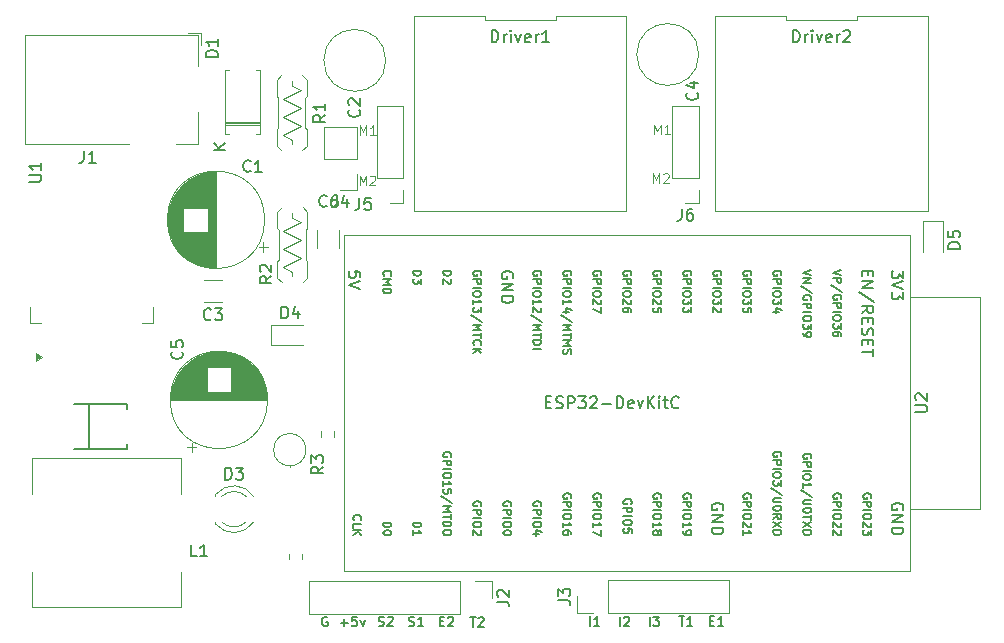
<source format=gbr>
%TF.GenerationSoftware,KiCad,Pcbnew,9.0.2*%
%TF.CreationDate,2025-05-21T14:28:12+05:30*%
%TF.ProjectId,esp32 master,65737033-3220-46d6-9173-7465722e6b69,rev?*%
%TF.SameCoordinates,Original*%
%TF.FileFunction,Legend,Top*%
%TF.FilePolarity,Positive*%
%FSLAX46Y46*%
G04 Gerber Fmt 4.6, Leading zero omitted, Abs format (unit mm)*
G04 Created by KiCad (PCBNEW 9.0.2) date 2025-05-21 14:28:12*
%MOMM*%
%LPD*%
G01*
G04 APERTURE LIST*
%ADD10C,0.200000*%
%ADD11C,0.100000*%
%ADD12C,0.150000*%
%ADD13C,0.120000*%
G04 APERTURE END LIST*
D10*
X125937768Y-114081695D02*
X126394911Y-114081695D01*
X126166339Y-114881695D02*
X126166339Y-114081695D01*
X127080625Y-114881695D02*
X126623482Y-114881695D01*
X126852054Y-114881695D02*
X126852054Y-114081695D01*
X126852054Y-114081695D02*
X126775863Y-114195980D01*
X126775863Y-114195980D02*
X126699673Y-114272171D01*
X126699673Y-114272171D02*
X126623482Y-114310266D01*
X108267768Y-114131695D02*
X108724911Y-114131695D01*
X108496339Y-114931695D02*
X108496339Y-114131695D01*
X108953482Y-114207885D02*
X108991578Y-114169790D01*
X108991578Y-114169790D02*
X109067768Y-114131695D01*
X109067768Y-114131695D02*
X109258244Y-114131695D01*
X109258244Y-114131695D02*
X109334435Y-114169790D01*
X109334435Y-114169790D02*
X109372530Y-114207885D01*
X109372530Y-114207885D02*
X109410625Y-114284076D01*
X109410625Y-114284076D02*
X109410625Y-114360266D01*
X109410625Y-114360266D02*
X109372530Y-114474552D01*
X109372530Y-114474552D02*
X108915387Y-114931695D01*
X108915387Y-114931695D02*
X109410625Y-114931695D01*
D11*
X123746265Y-77376895D02*
X123746265Y-76576895D01*
X123746265Y-76576895D02*
X124012931Y-77148323D01*
X124012931Y-77148323D02*
X124279598Y-76576895D01*
X124279598Y-76576895D02*
X124279598Y-77376895D01*
X124622455Y-76653085D02*
X124660551Y-76614990D01*
X124660551Y-76614990D02*
X124736741Y-76576895D01*
X124736741Y-76576895D02*
X124927217Y-76576895D01*
X124927217Y-76576895D02*
X125003408Y-76614990D01*
X125003408Y-76614990D02*
X125041503Y-76653085D01*
X125041503Y-76653085D02*
X125079598Y-76729276D01*
X125079598Y-76729276D02*
X125079598Y-76805466D01*
X125079598Y-76805466D02*
X125041503Y-76919752D01*
X125041503Y-76919752D02*
X124584360Y-77376895D01*
X124584360Y-77376895D02*
X125079598Y-77376895D01*
D10*
X120952054Y-114893740D02*
X120952054Y-114093740D01*
X121294910Y-114169930D02*
X121333006Y-114131835D01*
X121333006Y-114131835D02*
X121409196Y-114093740D01*
X121409196Y-114093740D02*
X121599672Y-114093740D01*
X121599672Y-114093740D02*
X121675863Y-114131835D01*
X121675863Y-114131835D02*
X121713958Y-114169930D01*
X121713958Y-114169930D02*
X121752053Y-114246121D01*
X121752053Y-114246121D02*
X121752053Y-114322311D01*
X121752053Y-114322311D02*
X121713958Y-114436597D01*
X121713958Y-114436597D02*
X121256815Y-114893740D01*
X121256815Y-114893740D02*
X121752053Y-114893740D01*
X128562054Y-114452647D02*
X128828720Y-114452647D01*
X128943006Y-114871695D02*
X128562054Y-114871695D01*
X128562054Y-114871695D02*
X128562054Y-114071695D01*
X128562054Y-114071695D02*
X128943006Y-114071695D01*
X129704911Y-114871695D02*
X129247768Y-114871695D01*
X129476340Y-114871695D02*
X129476340Y-114071695D01*
X129476340Y-114071695D02*
X129400149Y-114185980D01*
X129400149Y-114185980D02*
X129323959Y-114262171D01*
X129323959Y-114262171D02*
X129247768Y-114300266D01*
D11*
X98946265Y-73306895D02*
X98946265Y-72506895D01*
X98946265Y-72506895D02*
X99212931Y-73078323D01*
X99212931Y-73078323D02*
X99479598Y-72506895D01*
X99479598Y-72506895D02*
X99479598Y-73306895D01*
X100279598Y-73306895D02*
X99822455Y-73306895D01*
X100051027Y-73306895D02*
X100051027Y-72506895D01*
X100051027Y-72506895D02*
X99974836Y-72621180D01*
X99974836Y-72621180D02*
X99898646Y-72697371D01*
X99898646Y-72697371D02*
X99822455Y-72735466D01*
D10*
X97302054Y-114596933D02*
X97911578Y-114596933D01*
X97606816Y-114901695D02*
X97606816Y-114292171D01*
X98673482Y-114101695D02*
X98292530Y-114101695D01*
X98292530Y-114101695D02*
X98254434Y-114482647D01*
X98254434Y-114482647D02*
X98292530Y-114444552D01*
X98292530Y-114444552D02*
X98368720Y-114406457D01*
X98368720Y-114406457D02*
X98559196Y-114406457D01*
X98559196Y-114406457D02*
X98635387Y-114444552D01*
X98635387Y-114444552D02*
X98673482Y-114482647D01*
X98673482Y-114482647D02*
X98711577Y-114558838D01*
X98711577Y-114558838D02*
X98711577Y-114749314D01*
X98711577Y-114749314D02*
X98673482Y-114825504D01*
X98673482Y-114825504D02*
X98635387Y-114863600D01*
X98635387Y-114863600D02*
X98559196Y-114901695D01*
X98559196Y-114901695D02*
X98368720Y-114901695D01*
X98368720Y-114901695D02*
X98292530Y-114863600D01*
X98292530Y-114863600D02*
X98254434Y-114825504D01*
X98978244Y-114368361D02*
X99168720Y-114901695D01*
X99168720Y-114901695D02*
X99359197Y-114368361D01*
D11*
X98906265Y-77546895D02*
X98906265Y-76746895D01*
X98906265Y-76746895D02*
X99172931Y-77318323D01*
X99172931Y-77318323D02*
X99439598Y-76746895D01*
X99439598Y-76746895D02*
X99439598Y-77546895D01*
X99782455Y-76823085D02*
X99820551Y-76784990D01*
X99820551Y-76784990D02*
X99896741Y-76746895D01*
X99896741Y-76746895D02*
X100087217Y-76746895D01*
X100087217Y-76746895D02*
X100163408Y-76784990D01*
X100163408Y-76784990D02*
X100201503Y-76823085D01*
X100201503Y-76823085D02*
X100239598Y-76899276D01*
X100239598Y-76899276D02*
X100239598Y-76975466D01*
X100239598Y-76975466D02*
X100201503Y-77089752D01*
X100201503Y-77089752D02*
X99744360Y-77546895D01*
X99744360Y-77546895D02*
X100239598Y-77546895D01*
D10*
X96161101Y-114129790D02*
X96084911Y-114091695D01*
X96084911Y-114091695D02*
X95970625Y-114091695D01*
X95970625Y-114091695D02*
X95856339Y-114129790D01*
X95856339Y-114129790D02*
X95780149Y-114205980D01*
X95780149Y-114205980D02*
X95742054Y-114282171D01*
X95742054Y-114282171D02*
X95703958Y-114434552D01*
X95703958Y-114434552D02*
X95703958Y-114548838D01*
X95703958Y-114548838D02*
X95742054Y-114701219D01*
X95742054Y-114701219D02*
X95780149Y-114777409D01*
X95780149Y-114777409D02*
X95856339Y-114853600D01*
X95856339Y-114853600D02*
X95970625Y-114891695D01*
X95970625Y-114891695D02*
X96046816Y-114891695D01*
X96046816Y-114891695D02*
X96161101Y-114853600D01*
X96161101Y-114853600D02*
X96199197Y-114815504D01*
X96199197Y-114815504D02*
X96199197Y-114548838D01*
X96199197Y-114548838D02*
X96046816Y-114548838D01*
X105712054Y-114482647D02*
X105978720Y-114482647D01*
X106093006Y-114901695D02*
X105712054Y-114901695D01*
X105712054Y-114901695D02*
X105712054Y-114101695D01*
X105712054Y-114101695D02*
X106093006Y-114101695D01*
X106397768Y-114177885D02*
X106435864Y-114139790D01*
X106435864Y-114139790D02*
X106512054Y-114101695D01*
X106512054Y-114101695D02*
X106702530Y-114101695D01*
X106702530Y-114101695D02*
X106778721Y-114139790D01*
X106778721Y-114139790D02*
X106816816Y-114177885D01*
X106816816Y-114177885D02*
X106854911Y-114254076D01*
X106854911Y-114254076D02*
X106854911Y-114330266D01*
X106854911Y-114330266D02*
X106816816Y-114444552D01*
X106816816Y-114444552D02*
X106359673Y-114901695D01*
X106359673Y-114901695D02*
X106854911Y-114901695D01*
X118422054Y-114881695D02*
X118422054Y-114081695D01*
X119222053Y-114881695D02*
X118764910Y-114881695D01*
X118993482Y-114881695D02*
X118993482Y-114081695D01*
X118993482Y-114081695D02*
X118917291Y-114195980D01*
X118917291Y-114195980D02*
X118841101Y-114272171D01*
X118841101Y-114272171D02*
X118764910Y-114310266D01*
X123472054Y-114901695D02*
X123472054Y-114101695D01*
X123776815Y-114101695D02*
X124272053Y-114101695D01*
X124272053Y-114101695D02*
X124005387Y-114406457D01*
X124005387Y-114406457D02*
X124119672Y-114406457D01*
X124119672Y-114406457D02*
X124195863Y-114444552D01*
X124195863Y-114444552D02*
X124233958Y-114482647D01*
X124233958Y-114482647D02*
X124272053Y-114558838D01*
X124272053Y-114558838D02*
X124272053Y-114749314D01*
X124272053Y-114749314D02*
X124233958Y-114825504D01*
X124233958Y-114825504D02*
X124195863Y-114863600D01*
X124195863Y-114863600D02*
X124119672Y-114901695D01*
X124119672Y-114901695D02*
X123891101Y-114901695D01*
X123891101Y-114901695D02*
X123814910Y-114863600D01*
X123814910Y-114863600D02*
X123776815Y-114825504D01*
D11*
X123856265Y-73246895D02*
X123856265Y-72446895D01*
X123856265Y-72446895D02*
X124122931Y-73018323D01*
X124122931Y-73018323D02*
X124389598Y-72446895D01*
X124389598Y-72446895D02*
X124389598Y-73246895D01*
X125189598Y-73246895D02*
X124732455Y-73246895D01*
X124961027Y-73246895D02*
X124961027Y-72446895D01*
X124961027Y-72446895D02*
X124884836Y-72561180D01*
X124884836Y-72561180D02*
X124808646Y-72637371D01*
X124808646Y-72637371D02*
X124732455Y-72675466D01*
D10*
X100513958Y-114853600D02*
X100628244Y-114891695D01*
X100628244Y-114891695D02*
X100818720Y-114891695D01*
X100818720Y-114891695D02*
X100894911Y-114853600D01*
X100894911Y-114853600D02*
X100933006Y-114815504D01*
X100933006Y-114815504D02*
X100971101Y-114739314D01*
X100971101Y-114739314D02*
X100971101Y-114663123D01*
X100971101Y-114663123D02*
X100933006Y-114586933D01*
X100933006Y-114586933D02*
X100894911Y-114548838D01*
X100894911Y-114548838D02*
X100818720Y-114510742D01*
X100818720Y-114510742D02*
X100666339Y-114472647D01*
X100666339Y-114472647D02*
X100590149Y-114434552D01*
X100590149Y-114434552D02*
X100552054Y-114396457D01*
X100552054Y-114396457D02*
X100513958Y-114320266D01*
X100513958Y-114320266D02*
X100513958Y-114244076D01*
X100513958Y-114244076D02*
X100552054Y-114167885D01*
X100552054Y-114167885D02*
X100590149Y-114129790D01*
X100590149Y-114129790D02*
X100666339Y-114091695D01*
X100666339Y-114091695D02*
X100856816Y-114091695D01*
X100856816Y-114091695D02*
X100971101Y-114129790D01*
X101275863Y-114167885D02*
X101313959Y-114129790D01*
X101313959Y-114129790D02*
X101390149Y-114091695D01*
X101390149Y-114091695D02*
X101580625Y-114091695D01*
X101580625Y-114091695D02*
X101656816Y-114129790D01*
X101656816Y-114129790D02*
X101694911Y-114167885D01*
X101694911Y-114167885D02*
X101733006Y-114244076D01*
X101733006Y-114244076D02*
X101733006Y-114320266D01*
X101733006Y-114320266D02*
X101694911Y-114434552D01*
X101694911Y-114434552D02*
X101237768Y-114891695D01*
X101237768Y-114891695D02*
X101733006Y-114891695D01*
X103083958Y-114863600D02*
X103198244Y-114901695D01*
X103198244Y-114901695D02*
X103388720Y-114901695D01*
X103388720Y-114901695D02*
X103464911Y-114863600D01*
X103464911Y-114863600D02*
X103503006Y-114825504D01*
X103503006Y-114825504D02*
X103541101Y-114749314D01*
X103541101Y-114749314D02*
X103541101Y-114673123D01*
X103541101Y-114673123D02*
X103503006Y-114596933D01*
X103503006Y-114596933D02*
X103464911Y-114558838D01*
X103464911Y-114558838D02*
X103388720Y-114520742D01*
X103388720Y-114520742D02*
X103236339Y-114482647D01*
X103236339Y-114482647D02*
X103160149Y-114444552D01*
X103160149Y-114444552D02*
X103122054Y-114406457D01*
X103122054Y-114406457D02*
X103083958Y-114330266D01*
X103083958Y-114330266D02*
X103083958Y-114254076D01*
X103083958Y-114254076D02*
X103122054Y-114177885D01*
X103122054Y-114177885D02*
X103160149Y-114139790D01*
X103160149Y-114139790D02*
X103236339Y-114101695D01*
X103236339Y-114101695D02*
X103426816Y-114101695D01*
X103426816Y-114101695D02*
X103541101Y-114139790D01*
X104303006Y-114901695D02*
X103845863Y-114901695D01*
X104074435Y-114901695D02*
X104074435Y-114101695D01*
X104074435Y-114101695D02*
X103998244Y-114215980D01*
X103998244Y-114215980D02*
X103922054Y-114292171D01*
X103922054Y-114292171D02*
X103845863Y-114330266D01*
D12*
X83859580Y-91666666D02*
X83907200Y-91714285D01*
X83907200Y-91714285D02*
X83954819Y-91857142D01*
X83954819Y-91857142D02*
X83954819Y-91952380D01*
X83954819Y-91952380D02*
X83907200Y-92095237D01*
X83907200Y-92095237D02*
X83811961Y-92190475D01*
X83811961Y-92190475D02*
X83716723Y-92238094D01*
X83716723Y-92238094D02*
X83526247Y-92285713D01*
X83526247Y-92285713D02*
X83383390Y-92285713D01*
X83383390Y-92285713D02*
X83192914Y-92238094D01*
X83192914Y-92238094D02*
X83097676Y-92190475D01*
X83097676Y-92190475D02*
X83002438Y-92095237D01*
X83002438Y-92095237D02*
X82954819Y-91952380D01*
X82954819Y-91952380D02*
X82954819Y-91857142D01*
X82954819Y-91857142D02*
X83002438Y-91714285D01*
X83002438Y-91714285D02*
X83050057Y-91666666D01*
X82954819Y-90761904D02*
X82954819Y-91238094D01*
X82954819Y-91238094D02*
X83431009Y-91285713D01*
X83431009Y-91285713D02*
X83383390Y-91238094D01*
X83383390Y-91238094D02*
X83335771Y-91142856D01*
X83335771Y-91142856D02*
X83335771Y-90904761D01*
X83335771Y-90904761D02*
X83383390Y-90809523D01*
X83383390Y-90809523D02*
X83431009Y-90761904D01*
X83431009Y-90761904D02*
X83526247Y-90714285D01*
X83526247Y-90714285D02*
X83764342Y-90714285D01*
X83764342Y-90714285D02*
X83859580Y-90761904D01*
X83859580Y-90761904D02*
X83907200Y-90809523D01*
X83907200Y-90809523D02*
X83954819Y-90904761D01*
X83954819Y-90904761D02*
X83954819Y-91142856D01*
X83954819Y-91142856D02*
X83907200Y-91238094D01*
X83907200Y-91238094D02*
X83859580Y-91285713D01*
X70954819Y-77261904D02*
X71764342Y-77261904D01*
X71764342Y-77261904D02*
X71859580Y-77214285D01*
X71859580Y-77214285D02*
X71907200Y-77166666D01*
X71907200Y-77166666D02*
X71954819Y-77071428D01*
X71954819Y-77071428D02*
X71954819Y-76880952D01*
X71954819Y-76880952D02*
X71907200Y-76785714D01*
X71907200Y-76785714D02*
X71859580Y-76738095D01*
X71859580Y-76738095D02*
X71764342Y-76690476D01*
X71764342Y-76690476D02*
X70954819Y-76690476D01*
X71954819Y-75690476D02*
X71954819Y-76261904D01*
X71954819Y-75976190D02*
X70954819Y-75976190D01*
X70954819Y-75976190D02*
X71097676Y-76071428D01*
X71097676Y-76071428D02*
X71192914Y-76166666D01*
X71192914Y-76166666D02*
X71240533Y-76261904D01*
X96123333Y-79309580D02*
X96075714Y-79357200D01*
X96075714Y-79357200D02*
X95932857Y-79404819D01*
X95932857Y-79404819D02*
X95837619Y-79404819D01*
X95837619Y-79404819D02*
X95694762Y-79357200D01*
X95694762Y-79357200D02*
X95599524Y-79261961D01*
X95599524Y-79261961D02*
X95551905Y-79166723D01*
X95551905Y-79166723D02*
X95504286Y-78976247D01*
X95504286Y-78976247D02*
X95504286Y-78833390D01*
X95504286Y-78833390D02*
X95551905Y-78642914D01*
X95551905Y-78642914D02*
X95599524Y-78547676D01*
X95599524Y-78547676D02*
X95694762Y-78452438D01*
X95694762Y-78452438D02*
X95837619Y-78404819D01*
X95837619Y-78404819D02*
X95932857Y-78404819D01*
X95932857Y-78404819D02*
X96075714Y-78452438D01*
X96075714Y-78452438D02*
X96123333Y-78500057D01*
X96980476Y-78404819D02*
X96790000Y-78404819D01*
X96790000Y-78404819D02*
X96694762Y-78452438D01*
X96694762Y-78452438D02*
X96647143Y-78500057D01*
X96647143Y-78500057D02*
X96551905Y-78642914D01*
X96551905Y-78642914D02*
X96504286Y-78833390D01*
X96504286Y-78833390D02*
X96504286Y-79214342D01*
X96504286Y-79214342D02*
X96551905Y-79309580D01*
X96551905Y-79309580D02*
X96599524Y-79357200D01*
X96599524Y-79357200D02*
X96694762Y-79404819D01*
X96694762Y-79404819D02*
X96885238Y-79404819D01*
X96885238Y-79404819D02*
X96980476Y-79357200D01*
X96980476Y-79357200D02*
X97028095Y-79309580D01*
X97028095Y-79309580D02*
X97075714Y-79214342D01*
X97075714Y-79214342D02*
X97075714Y-78976247D01*
X97075714Y-78976247D02*
X97028095Y-78881009D01*
X97028095Y-78881009D02*
X96980476Y-78833390D01*
X96980476Y-78833390D02*
X96885238Y-78785771D01*
X96885238Y-78785771D02*
X96694762Y-78785771D01*
X96694762Y-78785771D02*
X96599524Y-78833390D01*
X96599524Y-78833390D02*
X96551905Y-78881009D01*
X96551905Y-78881009D02*
X96504286Y-78976247D01*
X110544819Y-112823333D02*
X111259104Y-112823333D01*
X111259104Y-112823333D02*
X111401961Y-112870952D01*
X111401961Y-112870952D02*
X111497200Y-112966190D01*
X111497200Y-112966190D02*
X111544819Y-113109047D01*
X111544819Y-113109047D02*
X111544819Y-113204285D01*
X110640057Y-112394761D02*
X110592438Y-112347142D01*
X110592438Y-112347142D02*
X110544819Y-112251904D01*
X110544819Y-112251904D02*
X110544819Y-112013809D01*
X110544819Y-112013809D02*
X110592438Y-111918571D01*
X110592438Y-111918571D02*
X110640057Y-111870952D01*
X110640057Y-111870952D02*
X110735295Y-111823333D01*
X110735295Y-111823333D02*
X110830533Y-111823333D01*
X110830533Y-111823333D02*
X110973390Y-111870952D01*
X110973390Y-111870952D02*
X111544819Y-112442380D01*
X111544819Y-112442380D02*
X111544819Y-111823333D01*
X98886666Y-78644819D02*
X98886666Y-79359104D01*
X98886666Y-79359104D02*
X98839047Y-79501961D01*
X98839047Y-79501961D02*
X98743809Y-79597200D01*
X98743809Y-79597200D02*
X98600952Y-79644819D01*
X98600952Y-79644819D02*
X98505714Y-79644819D01*
X99839047Y-78644819D02*
X99362857Y-78644819D01*
X99362857Y-78644819D02*
X99315238Y-79121009D01*
X99315238Y-79121009D02*
X99362857Y-79073390D01*
X99362857Y-79073390D02*
X99458095Y-79025771D01*
X99458095Y-79025771D02*
X99696190Y-79025771D01*
X99696190Y-79025771D02*
X99791428Y-79073390D01*
X99791428Y-79073390D02*
X99839047Y-79121009D01*
X99839047Y-79121009D02*
X99886666Y-79216247D01*
X99886666Y-79216247D02*
X99886666Y-79454342D01*
X99886666Y-79454342D02*
X99839047Y-79549580D01*
X99839047Y-79549580D02*
X99791428Y-79597200D01*
X99791428Y-79597200D02*
X99696190Y-79644819D01*
X99696190Y-79644819D02*
X99458095Y-79644819D01*
X99458095Y-79644819D02*
X99362857Y-79597200D01*
X99362857Y-79597200D02*
X99315238Y-79549580D01*
X96004819Y-71616666D02*
X95528628Y-71949999D01*
X96004819Y-72188094D02*
X95004819Y-72188094D01*
X95004819Y-72188094D02*
X95004819Y-71807142D01*
X95004819Y-71807142D02*
X95052438Y-71711904D01*
X95052438Y-71711904D02*
X95100057Y-71664285D01*
X95100057Y-71664285D02*
X95195295Y-71616666D01*
X95195295Y-71616666D02*
X95338152Y-71616666D01*
X95338152Y-71616666D02*
X95433390Y-71664285D01*
X95433390Y-71664285D02*
X95481009Y-71711904D01*
X95481009Y-71711904D02*
X95528628Y-71807142D01*
X95528628Y-71807142D02*
X95528628Y-72188094D01*
X96004819Y-70664285D02*
X96004819Y-71235713D01*
X96004819Y-70949999D02*
X95004819Y-70949999D01*
X95004819Y-70949999D02*
X95147676Y-71045237D01*
X95147676Y-71045237D02*
X95242914Y-71140475D01*
X95242914Y-71140475D02*
X95290533Y-71235713D01*
X115744819Y-112723333D02*
X116459104Y-112723333D01*
X116459104Y-112723333D02*
X116601961Y-112770952D01*
X116601961Y-112770952D02*
X116697200Y-112866190D01*
X116697200Y-112866190D02*
X116744819Y-113009047D01*
X116744819Y-113009047D02*
X116744819Y-113104285D01*
X115744819Y-112342380D02*
X115744819Y-111723333D01*
X115744819Y-111723333D02*
X116125771Y-112056666D01*
X116125771Y-112056666D02*
X116125771Y-111913809D01*
X116125771Y-111913809D02*
X116173390Y-111818571D01*
X116173390Y-111818571D02*
X116221009Y-111770952D01*
X116221009Y-111770952D02*
X116316247Y-111723333D01*
X116316247Y-111723333D02*
X116554342Y-111723333D01*
X116554342Y-111723333D02*
X116649580Y-111770952D01*
X116649580Y-111770952D02*
X116697200Y-111818571D01*
X116697200Y-111818571D02*
X116744819Y-111913809D01*
X116744819Y-111913809D02*
X116744819Y-112199523D01*
X116744819Y-112199523D02*
X116697200Y-112294761D01*
X116697200Y-112294761D02*
X116649580Y-112342380D01*
X110095238Y-65454819D02*
X110095238Y-64454819D01*
X110095238Y-64454819D02*
X110333333Y-64454819D01*
X110333333Y-64454819D02*
X110476190Y-64502438D01*
X110476190Y-64502438D02*
X110571428Y-64597676D01*
X110571428Y-64597676D02*
X110619047Y-64692914D01*
X110619047Y-64692914D02*
X110666666Y-64883390D01*
X110666666Y-64883390D02*
X110666666Y-65026247D01*
X110666666Y-65026247D02*
X110619047Y-65216723D01*
X110619047Y-65216723D02*
X110571428Y-65311961D01*
X110571428Y-65311961D02*
X110476190Y-65407200D01*
X110476190Y-65407200D02*
X110333333Y-65454819D01*
X110333333Y-65454819D02*
X110095238Y-65454819D01*
X111095238Y-65454819D02*
X111095238Y-64788152D01*
X111095238Y-64978628D02*
X111142857Y-64883390D01*
X111142857Y-64883390D02*
X111190476Y-64835771D01*
X111190476Y-64835771D02*
X111285714Y-64788152D01*
X111285714Y-64788152D02*
X111380952Y-64788152D01*
X111714286Y-65454819D02*
X111714286Y-64788152D01*
X111714286Y-64454819D02*
X111666667Y-64502438D01*
X111666667Y-64502438D02*
X111714286Y-64550057D01*
X111714286Y-64550057D02*
X111761905Y-64502438D01*
X111761905Y-64502438D02*
X111714286Y-64454819D01*
X111714286Y-64454819D02*
X111714286Y-64550057D01*
X112095238Y-64788152D02*
X112333333Y-65454819D01*
X112333333Y-65454819D02*
X112571428Y-64788152D01*
X113333333Y-65407200D02*
X113238095Y-65454819D01*
X113238095Y-65454819D02*
X113047619Y-65454819D01*
X113047619Y-65454819D02*
X112952381Y-65407200D01*
X112952381Y-65407200D02*
X112904762Y-65311961D01*
X112904762Y-65311961D02*
X112904762Y-64931009D01*
X112904762Y-64931009D02*
X112952381Y-64835771D01*
X112952381Y-64835771D02*
X113047619Y-64788152D01*
X113047619Y-64788152D02*
X113238095Y-64788152D01*
X113238095Y-64788152D02*
X113333333Y-64835771D01*
X113333333Y-64835771D02*
X113380952Y-64931009D01*
X113380952Y-64931009D02*
X113380952Y-65026247D01*
X113380952Y-65026247D02*
X112904762Y-65121485D01*
X113809524Y-65454819D02*
X113809524Y-64788152D01*
X113809524Y-64978628D02*
X113857143Y-64883390D01*
X113857143Y-64883390D02*
X113904762Y-64835771D01*
X113904762Y-64835771D02*
X114000000Y-64788152D01*
X114000000Y-64788152D02*
X114095238Y-64788152D01*
X114952381Y-65454819D02*
X114380953Y-65454819D01*
X114666667Y-65454819D02*
X114666667Y-64454819D01*
X114666667Y-64454819D02*
X114571429Y-64597676D01*
X114571429Y-64597676D02*
X114476191Y-64692914D01*
X114476191Y-64692914D02*
X114380953Y-64740533D01*
X89680682Y-76359580D02*
X89633063Y-76407200D01*
X89633063Y-76407200D02*
X89490206Y-76454819D01*
X89490206Y-76454819D02*
X89394968Y-76454819D01*
X89394968Y-76454819D02*
X89252111Y-76407200D01*
X89252111Y-76407200D02*
X89156873Y-76311961D01*
X89156873Y-76311961D02*
X89109254Y-76216723D01*
X89109254Y-76216723D02*
X89061635Y-76026247D01*
X89061635Y-76026247D02*
X89061635Y-75883390D01*
X89061635Y-75883390D02*
X89109254Y-75692914D01*
X89109254Y-75692914D02*
X89156873Y-75597676D01*
X89156873Y-75597676D02*
X89252111Y-75502438D01*
X89252111Y-75502438D02*
X89394968Y-75454819D01*
X89394968Y-75454819D02*
X89490206Y-75454819D01*
X89490206Y-75454819D02*
X89633063Y-75502438D01*
X89633063Y-75502438D02*
X89680682Y-75550057D01*
X90633063Y-76454819D02*
X90061635Y-76454819D01*
X90347349Y-76454819D02*
X90347349Y-75454819D01*
X90347349Y-75454819D02*
X90252111Y-75597676D01*
X90252111Y-75597676D02*
X90156873Y-75692914D01*
X90156873Y-75692914D02*
X90061635Y-75740533D01*
X85133333Y-108994819D02*
X84657143Y-108994819D01*
X84657143Y-108994819D02*
X84657143Y-107994819D01*
X85990476Y-108994819D02*
X85419048Y-108994819D01*
X85704762Y-108994819D02*
X85704762Y-107994819D01*
X85704762Y-107994819D02*
X85609524Y-108137676D01*
X85609524Y-108137676D02*
X85514286Y-108232914D01*
X85514286Y-108232914D02*
X85419048Y-108280533D01*
X95824819Y-101396666D02*
X95348628Y-101729999D01*
X95824819Y-101968094D02*
X94824819Y-101968094D01*
X94824819Y-101968094D02*
X94824819Y-101587142D01*
X94824819Y-101587142D02*
X94872438Y-101491904D01*
X94872438Y-101491904D02*
X94920057Y-101444285D01*
X94920057Y-101444285D02*
X95015295Y-101396666D01*
X95015295Y-101396666D02*
X95158152Y-101396666D01*
X95158152Y-101396666D02*
X95253390Y-101444285D01*
X95253390Y-101444285D02*
X95301009Y-101491904D01*
X95301009Y-101491904D02*
X95348628Y-101587142D01*
X95348628Y-101587142D02*
X95348628Y-101968094D01*
X94824819Y-101063332D02*
X94824819Y-100444285D01*
X94824819Y-100444285D02*
X95205771Y-100777618D01*
X95205771Y-100777618D02*
X95205771Y-100634761D01*
X95205771Y-100634761D02*
X95253390Y-100539523D01*
X95253390Y-100539523D02*
X95301009Y-100491904D01*
X95301009Y-100491904D02*
X95396247Y-100444285D01*
X95396247Y-100444285D02*
X95634342Y-100444285D01*
X95634342Y-100444285D02*
X95729580Y-100491904D01*
X95729580Y-100491904D02*
X95777200Y-100539523D01*
X95777200Y-100539523D02*
X95824819Y-100634761D01*
X95824819Y-100634761D02*
X95824819Y-100920475D01*
X95824819Y-100920475D02*
X95777200Y-101015713D01*
X95777200Y-101015713D02*
X95729580Y-101063332D01*
X92291905Y-88844819D02*
X92291905Y-87844819D01*
X92291905Y-87844819D02*
X92530000Y-87844819D01*
X92530000Y-87844819D02*
X92672857Y-87892438D01*
X92672857Y-87892438D02*
X92768095Y-87987676D01*
X92768095Y-87987676D02*
X92815714Y-88082914D01*
X92815714Y-88082914D02*
X92863333Y-88273390D01*
X92863333Y-88273390D02*
X92863333Y-88416247D01*
X92863333Y-88416247D02*
X92815714Y-88606723D01*
X92815714Y-88606723D02*
X92768095Y-88701961D01*
X92768095Y-88701961D02*
X92672857Y-88797200D01*
X92672857Y-88797200D02*
X92530000Y-88844819D01*
X92530000Y-88844819D02*
X92291905Y-88844819D01*
X93720476Y-88178152D02*
X93720476Y-88844819D01*
X93482381Y-87797200D02*
X93244286Y-88511485D01*
X93244286Y-88511485D02*
X93863333Y-88511485D01*
X98859580Y-71166666D02*
X98907200Y-71214285D01*
X98907200Y-71214285D02*
X98954819Y-71357142D01*
X98954819Y-71357142D02*
X98954819Y-71452380D01*
X98954819Y-71452380D02*
X98907200Y-71595237D01*
X98907200Y-71595237D02*
X98811961Y-71690475D01*
X98811961Y-71690475D02*
X98716723Y-71738094D01*
X98716723Y-71738094D02*
X98526247Y-71785713D01*
X98526247Y-71785713D02*
X98383390Y-71785713D01*
X98383390Y-71785713D02*
X98192914Y-71738094D01*
X98192914Y-71738094D02*
X98097676Y-71690475D01*
X98097676Y-71690475D02*
X98002438Y-71595237D01*
X98002438Y-71595237D02*
X97954819Y-71452380D01*
X97954819Y-71452380D02*
X97954819Y-71357142D01*
X97954819Y-71357142D02*
X98002438Y-71214285D01*
X98002438Y-71214285D02*
X98050057Y-71166666D01*
X98050057Y-70785713D02*
X98002438Y-70738094D01*
X98002438Y-70738094D02*
X97954819Y-70642856D01*
X97954819Y-70642856D02*
X97954819Y-70404761D01*
X97954819Y-70404761D02*
X98002438Y-70309523D01*
X98002438Y-70309523D02*
X98050057Y-70261904D01*
X98050057Y-70261904D02*
X98145295Y-70214285D01*
X98145295Y-70214285D02*
X98240533Y-70214285D01*
X98240533Y-70214285D02*
X98383390Y-70261904D01*
X98383390Y-70261904D02*
X98954819Y-70833332D01*
X98954819Y-70833332D02*
X98954819Y-70214285D01*
X149744819Y-82930594D02*
X148744819Y-82930594D01*
X148744819Y-82930594D02*
X148744819Y-82692499D01*
X148744819Y-82692499D02*
X148792438Y-82549642D01*
X148792438Y-82549642D02*
X148887676Y-82454404D01*
X148887676Y-82454404D02*
X148982914Y-82406785D01*
X148982914Y-82406785D02*
X149173390Y-82359166D01*
X149173390Y-82359166D02*
X149316247Y-82359166D01*
X149316247Y-82359166D02*
X149506723Y-82406785D01*
X149506723Y-82406785D02*
X149601961Y-82454404D01*
X149601961Y-82454404D02*
X149697200Y-82549642D01*
X149697200Y-82549642D02*
X149744819Y-82692499D01*
X149744819Y-82692499D02*
X149744819Y-82930594D01*
X148744819Y-81454404D02*
X148744819Y-81930594D01*
X148744819Y-81930594D02*
X149221009Y-81978213D01*
X149221009Y-81978213D02*
X149173390Y-81930594D01*
X149173390Y-81930594D02*
X149125771Y-81835356D01*
X149125771Y-81835356D02*
X149125771Y-81597261D01*
X149125771Y-81597261D02*
X149173390Y-81502023D01*
X149173390Y-81502023D02*
X149221009Y-81454404D01*
X149221009Y-81454404D02*
X149316247Y-81406785D01*
X149316247Y-81406785D02*
X149554342Y-81406785D01*
X149554342Y-81406785D02*
X149649580Y-81454404D01*
X149649580Y-81454404D02*
X149697200Y-81502023D01*
X149697200Y-81502023D02*
X149744819Y-81597261D01*
X149744819Y-81597261D02*
X149744819Y-81835356D01*
X149744819Y-81835356D02*
X149697200Y-81930594D01*
X149697200Y-81930594D02*
X149649580Y-81978213D01*
X135595238Y-65454819D02*
X135595238Y-64454819D01*
X135595238Y-64454819D02*
X135833333Y-64454819D01*
X135833333Y-64454819D02*
X135976190Y-64502438D01*
X135976190Y-64502438D02*
X136071428Y-64597676D01*
X136071428Y-64597676D02*
X136119047Y-64692914D01*
X136119047Y-64692914D02*
X136166666Y-64883390D01*
X136166666Y-64883390D02*
X136166666Y-65026247D01*
X136166666Y-65026247D02*
X136119047Y-65216723D01*
X136119047Y-65216723D02*
X136071428Y-65311961D01*
X136071428Y-65311961D02*
X135976190Y-65407200D01*
X135976190Y-65407200D02*
X135833333Y-65454819D01*
X135833333Y-65454819D02*
X135595238Y-65454819D01*
X136595238Y-65454819D02*
X136595238Y-64788152D01*
X136595238Y-64978628D02*
X136642857Y-64883390D01*
X136642857Y-64883390D02*
X136690476Y-64835771D01*
X136690476Y-64835771D02*
X136785714Y-64788152D01*
X136785714Y-64788152D02*
X136880952Y-64788152D01*
X137214286Y-65454819D02*
X137214286Y-64788152D01*
X137214286Y-64454819D02*
X137166667Y-64502438D01*
X137166667Y-64502438D02*
X137214286Y-64550057D01*
X137214286Y-64550057D02*
X137261905Y-64502438D01*
X137261905Y-64502438D02*
X137214286Y-64454819D01*
X137214286Y-64454819D02*
X137214286Y-64550057D01*
X137595238Y-64788152D02*
X137833333Y-65454819D01*
X137833333Y-65454819D02*
X138071428Y-64788152D01*
X138833333Y-65407200D02*
X138738095Y-65454819D01*
X138738095Y-65454819D02*
X138547619Y-65454819D01*
X138547619Y-65454819D02*
X138452381Y-65407200D01*
X138452381Y-65407200D02*
X138404762Y-65311961D01*
X138404762Y-65311961D02*
X138404762Y-64931009D01*
X138404762Y-64931009D02*
X138452381Y-64835771D01*
X138452381Y-64835771D02*
X138547619Y-64788152D01*
X138547619Y-64788152D02*
X138738095Y-64788152D01*
X138738095Y-64788152D02*
X138833333Y-64835771D01*
X138833333Y-64835771D02*
X138880952Y-64931009D01*
X138880952Y-64931009D02*
X138880952Y-65026247D01*
X138880952Y-65026247D02*
X138404762Y-65121485D01*
X139309524Y-65454819D02*
X139309524Y-64788152D01*
X139309524Y-64978628D02*
X139357143Y-64883390D01*
X139357143Y-64883390D02*
X139404762Y-64835771D01*
X139404762Y-64835771D02*
X139500000Y-64788152D01*
X139500000Y-64788152D02*
X139595238Y-64788152D01*
X139880953Y-64550057D02*
X139928572Y-64502438D01*
X139928572Y-64502438D02*
X140023810Y-64454819D01*
X140023810Y-64454819D02*
X140261905Y-64454819D01*
X140261905Y-64454819D02*
X140357143Y-64502438D01*
X140357143Y-64502438D02*
X140404762Y-64550057D01*
X140404762Y-64550057D02*
X140452381Y-64645295D01*
X140452381Y-64645295D02*
X140452381Y-64740533D01*
X140452381Y-64740533D02*
X140404762Y-64883390D01*
X140404762Y-64883390D02*
X139833334Y-65454819D01*
X139833334Y-65454819D02*
X140452381Y-65454819D01*
X87531905Y-102494819D02*
X87531905Y-101494819D01*
X87531905Y-101494819D02*
X87770000Y-101494819D01*
X87770000Y-101494819D02*
X87912857Y-101542438D01*
X87912857Y-101542438D02*
X88008095Y-101637676D01*
X88008095Y-101637676D02*
X88055714Y-101732914D01*
X88055714Y-101732914D02*
X88103333Y-101923390D01*
X88103333Y-101923390D02*
X88103333Y-102066247D01*
X88103333Y-102066247D02*
X88055714Y-102256723D01*
X88055714Y-102256723D02*
X88008095Y-102351961D01*
X88008095Y-102351961D02*
X87912857Y-102447200D01*
X87912857Y-102447200D02*
X87770000Y-102494819D01*
X87770000Y-102494819D02*
X87531905Y-102494819D01*
X88436667Y-101494819D02*
X89055714Y-101494819D01*
X89055714Y-101494819D02*
X88722381Y-101875771D01*
X88722381Y-101875771D02*
X88865238Y-101875771D01*
X88865238Y-101875771D02*
X88960476Y-101923390D01*
X88960476Y-101923390D02*
X89008095Y-101971009D01*
X89008095Y-101971009D02*
X89055714Y-102066247D01*
X89055714Y-102066247D02*
X89055714Y-102304342D01*
X89055714Y-102304342D02*
X89008095Y-102399580D01*
X89008095Y-102399580D02*
X88960476Y-102447200D01*
X88960476Y-102447200D02*
X88865238Y-102494819D01*
X88865238Y-102494819D02*
X88579524Y-102494819D01*
X88579524Y-102494819D02*
X88484286Y-102447200D01*
X88484286Y-102447200D02*
X88436667Y-102399580D01*
X127479580Y-69736666D02*
X127527200Y-69784285D01*
X127527200Y-69784285D02*
X127574819Y-69927142D01*
X127574819Y-69927142D02*
X127574819Y-70022380D01*
X127574819Y-70022380D02*
X127527200Y-70165237D01*
X127527200Y-70165237D02*
X127431961Y-70260475D01*
X127431961Y-70260475D02*
X127336723Y-70308094D01*
X127336723Y-70308094D02*
X127146247Y-70355713D01*
X127146247Y-70355713D02*
X127003390Y-70355713D01*
X127003390Y-70355713D02*
X126812914Y-70308094D01*
X126812914Y-70308094D02*
X126717676Y-70260475D01*
X126717676Y-70260475D02*
X126622438Y-70165237D01*
X126622438Y-70165237D02*
X126574819Y-70022380D01*
X126574819Y-70022380D02*
X126574819Y-69927142D01*
X126574819Y-69927142D02*
X126622438Y-69784285D01*
X126622438Y-69784285D02*
X126670057Y-69736666D01*
X126908152Y-68879523D02*
X127574819Y-68879523D01*
X126527200Y-69117618D02*
X127241485Y-69355713D01*
X127241485Y-69355713D02*
X127241485Y-68736666D01*
X75566666Y-74664819D02*
X75566666Y-75379104D01*
X75566666Y-75379104D02*
X75519047Y-75521961D01*
X75519047Y-75521961D02*
X75423809Y-75617200D01*
X75423809Y-75617200D02*
X75280952Y-75664819D01*
X75280952Y-75664819D02*
X75185714Y-75664819D01*
X76566666Y-75664819D02*
X75995238Y-75664819D01*
X76280952Y-75664819D02*
X76280952Y-74664819D01*
X76280952Y-74664819D02*
X76185714Y-74807676D01*
X76185714Y-74807676D02*
X76090476Y-74902914D01*
X76090476Y-74902914D02*
X75995238Y-74950533D01*
X145958259Y-96761904D02*
X146767782Y-96761904D01*
X146767782Y-96761904D02*
X146863020Y-96714285D01*
X146863020Y-96714285D02*
X146910640Y-96666666D01*
X146910640Y-96666666D02*
X146958259Y-96571428D01*
X146958259Y-96571428D02*
X146958259Y-96380952D01*
X146958259Y-96380952D02*
X146910640Y-96285714D01*
X146910640Y-96285714D02*
X146863020Y-96238095D01*
X146863020Y-96238095D02*
X146767782Y-96190476D01*
X146767782Y-96190476D02*
X145958259Y-96190476D01*
X146053497Y-95761904D02*
X146005878Y-95714285D01*
X146005878Y-95714285D02*
X145958259Y-95619047D01*
X145958259Y-95619047D02*
X145958259Y-95380952D01*
X145958259Y-95380952D02*
X146005878Y-95285714D01*
X146005878Y-95285714D02*
X146053497Y-95238095D01*
X146053497Y-95238095D02*
X146148735Y-95190476D01*
X146148735Y-95190476D02*
X146243973Y-95190476D01*
X146243973Y-95190476D02*
X146386830Y-95238095D01*
X146386830Y-95238095D02*
X146958259Y-95809523D01*
X146958259Y-95809523D02*
X146958259Y-95190476D01*
X114678202Y-95931009D02*
X115011535Y-95931009D01*
X115154392Y-96454819D02*
X114678202Y-96454819D01*
X114678202Y-96454819D02*
X114678202Y-95454819D01*
X114678202Y-95454819D02*
X115154392Y-95454819D01*
X115535345Y-96407200D02*
X115678202Y-96454819D01*
X115678202Y-96454819D02*
X115916297Y-96454819D01*
X115916297Y-96454819D02*
X116011535Y-96407200D01*
X116011535Y-96407200D02*
X116059154Y-96359580D01*
X116059154Y-96359580D02*
X116106773Y-96264342D01*
X116106773Y-96264342D02*
X116106773Y-96169104D01*
X116106773Y-96169104D02*
X116059154Y-96073866D01*
X116059154Y-96073866D02*
X116011535Y-96026247D01*
X116011535Y-96026247D02*
X115916297Y-95978628D01*
X115916297Y-95978628D02*
X115725821Y-95931009D01*
X115725821Y-95931009D02*
X115630583Y-95883390D01*
X115630583Y-95883390D02*
X115582964Y-95835771D01*
X115582964Y-95835771D02*
X115535345Y-95740533D01*
X115535345Y-95740533D02*
X115535345Y-95645295D01*
X115535345Y-95645295D02*
X115582964Y-95550057D01*
X115582964Y-95550057D02*
X115630583Y-95502438D01*
X115630583Y-95502438D02*
X115725821Y-95454819D01*
X115725821Y-95454819D02*
X115963916Y-95454819D01*
X115963916Y-95454819D02*
X116106773Y-95502438D01*
X116535345Y-96454819D02*
X116535345Y-95454819D01*
X116535345Y-95454819D02*
X116916297Y-95454819D01*
X116916297Y-95454819D02*
X117011535Y-95502438D01*
X117011535Y-95502438D02*
X117059154Y-95550057D01*
X117059154Y-95550057D02*
X117106773Y-95645295D01*
X117106773Y-95645295D02*
X117106773Y-95788152D01*
X117106773Y-95788152D02*
X117059154Y-95883390D01*
X117059154Y-95883390D02*
X117011535Y-95931009D01*
X117011535Y-95931009D02*
X116916297Y-95978628D01*
X116916297Y-95978628D02*
X116535345Y-95978628D01*
X117440107Y-95454819D02*
X118059154Y-95454819D01*
X118059154Y-95454819D02*
X117725821Y-95835771D01*
X117725821Y-95835771D02*
X117868678Y-95835771D01*
X117868678Y-95835771D02*
X117963916Y-95883390D01*
X117963916Y-95883390D02*
X118011535Y-95931009D01*
X118011535Y-95931009D02*
X118059154Y-96026247D01*
X118059154Y-96026247D02*
X118059154Y-96264342D01*
X118059154Y-96264342D02*
X118011535Y-96359580D01*
X118011535Y-96359580D02*
X117963916Y-96407200D01*
X117963916Y-96407200D02*
X117868678Y-96454819D01*
X117868678Y-96454819D02*
X117582964Y-96454819D01*
X117582964Y-96454819D02*
X117487726Y-96407200D01*
X117487726Y-96407200D02*
X117440107Y-96359580D01*
X118440107Y-95550057D02*
X118487726Y-95502438D01*
X118487726Y-95502438D02*
X118582964Y-95454819D01*
X118582964Y-95454819D02*
X118821059Y-95454819D01*
X118821059Y-95454819D02*
X118916297Y-95502438D01*
X118916297Y-95502438D02*
X118963916Y-95550057D01*
X118963916Y-95550057D02*
X119011535Y-95645295D01*
X119011535Y-95645295D02*
X119011535Y-95740533D01*
X119011535Y-95740533D02*
X118963916Y-95883390D01*
X118963916Y-95883390D02*
X118392488Y-96454819D01*
X118392488Y-96454819D02*
X119011535Y-96454819D01*
X119440107Y-96073866D02*
X120202012Y-96073866D01*
X120678202Y-96454819D02*
X120678202Y-95454819D01*
X120678202Y-95454819D02*
X120916297Y-95454819D01*
X120916297Y-95454819D02*
X121059154Y-95502438D01*
X121059154Y-95502438D02*
X121154392Y-95597676D01*
X121154392Y-95597676D02*
X121202011Y-95692914D01*
X121202011Y-95692914D02*
X121249630Y-95883390D01*
X121249630Y-95883390D02*
X121249630Y-96026247D01*
X121249630Y-96026247D02*
X121202011Y-96216723D01*
X121202011Y-96216723D02*
X121154392Y-96311961D01*
X121154392Y-96311961D02*
X121059154Y-96407200D01*
X121059154Y-96407200D02*
X120916297Y-96454819D01*
X120916297Y-96454819D02*
X120678202Y-96454819D01*
X122059154Y-96407200D02*
X121963916Y-96454819D01*
X121963916Y-96454819D02*
X121773440Y-96454819D01*
X121773440Y-96454819D02*
X121678202Y-96407200D01*
X121678202Y-96407200D02*
X121630583Y-96311961D01*
X121630583Y-96311961D02*
X121630583Y-95931009D01*
X121630583Y-95931009D02*
X121678202Y-95835771D01*
X121678202Y-95835771D02*
X121773440Y-95788152D01*
X121773440Y-95788152D02*
X121963916Y-95788152D01*
X121963916Y-95788152D02*
X122059154Y-95835771D01*
X122059154Y-95835771D02*
X122106773Y-95931009D01*
X122106773Y-95931009D02*
X122106773Y-96026247D01*
X122106773Y-96026247D02*
X121630583Y-96121485D01*
X122440107Y-95788152D02*
X122678202Y-96454819D01*
X122678202Y-96454819D02*
X122916297Y-95788152D01*
X123297250Y-96454819D02*
X123297250Y-95454819D01*
X123868678Y-96454819D02*
X123440107Y-95883390D01*
X123868678Y-95454819D02*
X123297250Y-96026247D01*
X124297250Y-96454819D02*
X124297250Y-95788152D01*
X124297250Y-95454819D02*
X124249631Y-95502438D01*
X124249631Y-95502438D02*
X124297250Y-95550057D01*
X124297250Y-95550057D02*
X124344869Y-95502438D01*
X124344869Y-95502438D02*
X124297250Y-95454819D01*
X124297250Y-95454819D02*
X124297250Y-95550057D01*
X124630583Y-95788152D02*
X125011535Y-95788152D01*
X124773440Y-95454819D02*
X124773440Y-96311961D01*
X124773440Y-96311961D02*
X124821059Y-96407200D01*
X124821059Y-96407200D02*
X124916297Y-96454819D01*
X124916297Y-96454819D02*
X125011535Y-96454819D01*
X125916297Y-96359580D02*
X125868678Y-96407200D01*
X125868678Y-96407200D02*
X125725821Y-96454819D01*
X125725821Y-96454819D02*
X125630583Y-96454819D01*
X125630583Y-96454819D02*
X125487726Y-96407200D01*
X125487726Y-96407200D02*
X125392488Y-96311961D01*
X125392488Y-96311961D02*
X125344869Y-96216723D01*
X125344869Y-96216723D02*
X125297250Y-96026247D01*
X125297250Y-96026247D02*
X125297250Y-95883390D01*
X125297250Y-95883390D02*
X125344869Y-95692914D01*
X125344869Y-95692914D02*
X125392488Y-95597676D01*
X125392488Y-95597676D02*
X125487726Y-95502438D01*
X125487726Y-95502438D02*
X125630583Y-95454819D01*
X125630583Y-95454819D02*
X125725821Y-95454819D01*
X125725821Y-95454819D02*
X125868678Y-95502438D01*
X125868678Y-95502438D02*
X125916297Y-95550057D01*
X98977340Y-85379289D02*
X98977340Y-84903099D01*
X98977340Y-84903099D02*
X98501150Y-84855480D01*
X98501150Y-84855480D02*
X98548769Y-84903099D01*
X98548769Y-84903099D02*
X98596388Y-84998337D01*
X98596388Y-84998337D02*
X98596388Y-85236432D01*
X98596388Y-85236432D02*
X98548769Y-85331670D01*
X98548769Y-85331670D02*
X98501150Y-85379289D01*
X98501150Y-85379289D02*
X98405912Y-85426908D01*
X98405912Y-85426908D02*
X98167817Y-85426908D01*
X98167817Y-85426908D02*
X98072579Y-85379289D01*
X98072579Y-85379289D02*
X98024960Y-85331670D01*
X98024960Y-85331670D02*
X97977340Y-85236432D01*
X97977340Y-85236432D02*
X97977340Y-84998337D01*
X97977340Y-84998337D02*
X98024960Y-84903099D01*
X98024960Y-84903099D02*
X98072579Y-84855480D01*
X98977340Y-85712623D02*
X97977340Y-86045956D01*
X97977340Y-86045956D02*
X98977340Y-86379289D01*
X114274073Y-104731316D02*
X114307406Y-104664649D01*
X114307406Y-104664649D02*
X114307406Y-104564649D01*
X114307406Y-104564649D02*
X114274073Y-104464649D01*
X114274073Y-104464649D02*
X114207406Y-104397983D01*
X114207406Y-104397983D02*
X114140740Y-104364649D01*
X114140740Y-104364649D02*
X114007406Y-104331316D01*
X114007406Y-104331316D02*
X113907406Y-104331316D01*
X113907406Y-104331316D02*
X113774073Y-104364649D01*
X113774073Y-104364649D02*
X113707406Y-104397983D01*
X113707406Y-104397983D02*
X113640740Y-104464649D01*
X113640740Y-104464649D02*
X113607406Y-104564649D01*
X113607406Y-104564649D02*
X113607406Y-104631316D01*
X113607406Y-104631316D02*
X113640740Y-104731316D01*
X113640740Y-104731316D02*
X113674073Y-104764649D01*
X113674073Y-104764649D02*
X113907406Y-104764649D01*
X113907406Y-104764649D02*
X113907406Y-104631316D01*
X113607406Y-105064649D02*
X114307406Y-105064649D01*
X114307406Y-105064649D02*
X114307406Y-105331316D01*
X114307406Y-105331316D02*
X114274073Y-105397983D01*
X114274073Y-105397983D02*
X114240740Y-105431316D01*
X114240740Y-105431316D02*
X114174073Y-105464649D01*
X114174073Y-105464649D02*
X114074073Y-105464649D01*
X114074073Y-105464649D02*
X114007406Y-105431316D01*
X114007406Y-105431316D02*
X113974073Y-105397983D01*
X113974073Y-105397983D02*
X113940740Y-105331316D01*
X113940740Y-105331316D02*
X113940740Y-105064649D01*
X113607406Y-105764649D02*
X114307406Y-105764649D01*
X114307406Y-106231316D02*
X114307406Y-106364649D01*
X114307406Y-106364649D02*
X114274073Y-106431316D01*
X114274073Y-106431316D02*
X114207406Y-106497982D01*
X114207406Y-106497982D02*
X114074073Y-106531316D01*
X114074073Y-106531316D02*
X113840740Y-106531316D01*
X113840740Y-106531316D02*
X113707406Y-106497982D01*
X113707406Y-106497982D02*
X113640740Y-106431316D01*
X113640740Y-106431316D02*
X113607406Y-106364649D01*
X113607406Y-106364649D02*
X113607406Y-106231316D01*
X113607406Y-106231316D02*
X113640740Y-106164649D01*
X113640740Y-106164649D02*
X113707406Y-106097982D01*
X113707406Y-106097982D02*
X113840740Y-106064649D01*
X113840740Y-106064649D02*
X114074073Y-106064649D01*
X114074073Y-106064649D02*
X114207406Y-106097982D01*
X114207406Y-106097982D02*
X114274073Y-106164649D01*
X114274073Y-106164649D02*
X114307406Y-106231316D01*
X114074073Y-107131315D02*
X113607406Y-107131315D01*
X114340740Y-106964649D02*
X113840740Y-106797982D01*
X113840740Y-106797982D02*
X113840740Y-107231315D01*
X103447406Y-84835350D02*
X104147406Y-84835350D01*
X104147406Y-84835350D02*
X104147406Y-85002017D01*
X104147406Y-85002017D02*
X104114073Y-85102017D01*
X104114073Y-85102017D02*
X104047406Y-85168684D01*
X104047406Y-85168684D02*
X103980740Y-85202017D01*
X103980740Y-85202017D02*
X103847406Y-85235350D01*
X103847406Y-85235350D02*
X103747406Y-85235350D01*
X103747406Y-85235350D02*
X103614073Y-85202017D01*
X103614073Y-85202017D02*
X103547406Y-85168684D01*
X103547406Y-85168684D02*
X103480740Y-85102017D01*
X103480740Y-85102017D02*
X103447406Y-85002017D01*
X103447406Y-85002017D02*
X103447406Y-84835350D01*
X104147406Y-85468684D02*
X104147406Y-85902017D01*
X104147406Y-85902017D02*
X103880740Y-85668684D01*
X103880740Y-85668684D02*
X103880740Y-85768684D01*
X103880740Y-85768684D02*
X103847406Y-85835350D01*
X103847406Y-85835350D02*
X103814073Y-85868684D01*
X103814073Y-85868684D02*
X103747406Y-85902017D01*
X103747406Y-85902017D02*
X103580740Y-85902017D01*
X103580740Y-85902017D02*
X103514073Y-85868684D01*
X103514073Y-85868684D02*
X103480740Y-85835350D01*
X103480740Y-85835350D02*
X103447406Y-85768684D01*
X103447406Y-85768684D02*
X103447406Y-85568684D01*
X103447406Y-85568684D02*
X103480740Y-85502017D01*
X103480740Y-85502017D02*
X103514073Y-85468684D01*
X106654073Y-100564650D02*
X106687406Y-100497983D01*
X106687406Y-100497983D02*
X106687406Y-100397983D01*
X106687406Y-100397983D02*
X106654073Y-100297983D01*
X106654073Y-100297983D02*
X106587406Y-100231317D01*
X106587406Y-100231317D02*
X106520740Y-100197983D01*
X106520740Y-100197983D02*
X106387406Y-100164650D01*
X106387406Y-100164650D02*
X106287406Y-100164650D01*
X106287406Y-100164650D02*
X106154073Y-100197983D01*
X106154073Y-100197983D02*
X106087406Y-100231317D01*
X106087406Y-100231317D02*
X106020740Y-100297983D01*
X106020740Y-100297983D02*
X105987406Y-100397983D01*
X105987406Y-100397983D02*
X105987406Y-100464650D01*
X105987406Y-100464650D02*
X106020740Y-100564650D01*
X106020740Y-100564650D02*
X106054073Y-100597983D01*
X106054073Y-100597983D02*
X106287406Y-100597983D01*
X106287406Y-100597983D02*
X106287406Y-100464650D01*
X105987406Y-100897983D02*
X106687406Y-100897983D01*
X106687406Y-100897983D02*
X106687406Y-101164650D01*
X106687406Y-101164650D02*
X106654073Y-101231317D01*
X106654073Y-101231317D02*
X106620740Y-101264650D01*
X106620740Y-101264650D02*
X106554073Y-101297983D01*
X106554073Y-101297983D02*
X106454073Y-101297983D01*
X106454073Y-101297983D02*
X106387406Y-101264650D01*
X106387406Y-101264650D02*
X106354073Y-101231317D01*
X106354073Y-101231317D02*
X106320740Y-101164650D01*
X106320740Y-101164650D02*
X106320740Y-100897983D01*
X105987406Y-101597983D02*
X106687406Y-101597983D01*
X106687406Y-102064650D02*
X106687406Y-102197983D01*
X106687406Y-102197983D02*
X106654073Y-102264650D01*
X106654073Y-102264650D02*
X106587406Y-102331316D01*
X106587406Y-102331316D02*
X106454073Y-102364650D01*
X106454073Y-102364650D02*
X106220740Y-102364650D01*
X106220740Y-102364650D02*
X106087406Y-102331316D01*
X106087406Y-102331316D02*
X106020740Y-102264650D01*
X106020740Y-102264650D02*
X105987406Y-102197983D01*
X105987406Y-102197983D02*
X105987406Y-102064650D01*
X105987406Y-102064650D02*
X106020740Y-101997983D01*
X106020740Y-101997983D02*
X106087406Y-101931316D01*
X106087406Y-101931316D02*
X106220740Y-101897983D01*
X106220740Y-101897983D02*
X106454073Y-101897983D01*
X106454073Y-101897983D02*
X106587406Y-101931316D01*
X106587406Y-101931316D02*
X106654073Y-101997983D01*
X106654073Y-101997983D02*
X106687406Y-102064650D01*
X105987406Y-103031316D02*
X105987406Y-102631316D01*
X105987406Y-102831316D02*
X106687406Y-102831316D01*
X106687406Y-102831316D02*
X106587406Y-102764649D01*
X106587406Y-102764649D02*
X106520740Y-102697983D01*
X106520740Y-102697983D02*
X106487406Y-102631316D01*
X106687406Y-103664650D02*
X106687406Y-103331316D01*
X106687406Y-103331316D02*
X106354073Y-103297983D01*
X106354073Y-103297983D02*
X106387406Y-103331316D01*
X106387406Y-103331316D02*
X106420740Y-103397983D01*
X106420740Y-103397983D02*
X106420740Y-103564650D01*
X106420740Y-103564650D02*
X106387406Y-103631316D01*
X106387406Y-103631316D02*
X106354073Y-103664650D01*
X106354073Y-103664650D02*
X106287406Y-103697983D01*
X106287406Y-103697983D02*
X106120740Y-103697983D01*
X106120740Y-103697983D02*
X106054073Y-103664650D01*
X106054073Y-103664650D02*
X106020740Y-103631316D01*
X106020740Y-103631316D02*
X105987406Y-103564650D01*
X105987406Y-103564650D02*
X105987406Y-103397983D01*
X105987406Y-103397983D02*
X106020740Y-103331316D01*
X106020740Y-103331316D02*
X106054073Y-103297983D01*
X106720740Y-104497983D02*
X105820740Y-103897983D01*
X105987406Y-104731316D02*
X106687406Y-104731316D01*
X106687406Y-104731316D02*
X106187406Y-104964650D01*
X106187406Y-104964650D02*
X106687406Y-105197983D01*
X106687406Y-105197983D02*
X105987406Y-105197983D01*
X106687406Y-105431316D02*
X106687406Y-105831316D01*
X105987406Y-105631316D02*
X106687406Y-105631316D01*
X105987406Y-106064649D02*
X106687406Y-106064649D01*
X106687406Y-106064649D02*
X106687406Y-106231316D01*
X106687406Y-106231316D02*
X106654073Y-106331316D01*
X106654073Y-106331316D02*
X106587406Y-106397983D01*
X106587406Y-106397983D02*
X106520740Y-106431316D01*
X106520740Y-106431316D02*
X106387406Y-106464649D01*
X106387406Y-106464649D02*
X106287406Y-106464649D01*
X106287406Y-106464649D02*
X106154073Y-106431316D01*
X106154073Y-106431316D02*
X106087406Y-106397983D01*
X106087406Y-106397983D02*
X106020740Y-106331316D01*
X106020740Y-106331316D02*
X105987406Y-106231316D01*
X105987406Y-106231316D02*
X105987406Y-106064649D01*
X106687406Y-106897983D02*
X106687406Y-107031316D01*
X106687406Y-107031316D02*
X106654073Y-107097983D01*
X106654073Y-107097983D02*
X106587406Y-107164649D01*
X106587406Y-107164649D02*
X106454073Y-107197983D01*
X106454073Y-107197983D02*
X106220740Y-107197983D01*
X106220740Y-107197983D02*
X106087406Y-107164649D01*
X106087406Y-107164649D02*
X106020740Y-107097983D01*
X106020740Y-107097983D02*
X105987406Y-107031316D01*
X105987406Y-107031316D02*
X105987406Y-106897983D01*
X105987406Y-106897983D02*
X106020740Y-106831316D01*
X106020740Y-106831316D02*
X106087406Y-106764649D01*
X106087406Y-106764649D02*
X106220740Y-106731316D01*
X106220740Y-106731316D02*
X106454073Y-106731316D01*
X106454073Y-106731316D02*
X106587406Y-106764649D01*
X106587406Y-106764649D02*
X106654073Y-106831316D01*
X106654073Y-106831316D02*
X106687406Y-106897983D01*
X121920633Y-104541316D02*
X121953966Y-104474649D01*
X121953966Y-104474649D02*
X121953966Y-104374649D01*
X121953966Y-104374649D02*
X121920633Y-104274649D01*
X121920633Y-104274649D02*
X121853966Y-104207983D01*
X121853966Y-104207983D02*
X121787300Y-104174649D01*
X121787300Y-104174649D02*
X121653966Y-104141316D01*
X121653966Y-104141316D02*
X121553966Y-104141316D01*
X121553966Y-104141316D02*
X121420633Y-104174649D01*
X121420633Y-104174649D02*
X121353966Y-104207983D01*
X121353966Y-104207983D02*
X121287300Y-104274649D01*
X121287300Y-104274649D02*
X121253966Y-104374649D01*
X121253966Y-104374649D02*
X121253966Y-104441316D01*
X121253966Y-104441316D02*
X121287300Y-104541316D01*
X121287300Y-104541316D02*
X121320633Y-104574649D01*
X121320633Y-104574649D02*
X121553966Y-104574649D01*
X121553966Y-104574649D02*
X121553966Y-104441316D01*
X121253966Y-104874649D02*
X121953966Y-104874649D01*
X121953966Y-104874649D02*
X121953966Y-105141316D01*
X121953966Y-105141316D02*
X121920633Y-105207983D01*
X121920633Y-105207983D02*
X121887300Y-105241316D01*
X121887300Y-105241316D02*
X121820633Y-105274649D01*
X121820633Y-105274649D02*
X121720633Y-105274649D01*
X121720633Y-105274649D02*
X121653966Y-105241316D01*
X121653966Y-105241316D02*
X121620633Y-105207983D01*
X121620633Y-105207983D02*
X121587300Y-105141316D01*
X121587300Y-105141316D02*
X121587300Y-104874649D01*
X121253966Y-105574649D02*
X121953966Y-105574649D01*
X121953966Y-106041316D02*
X121953966Y-106174649D01*
X121953966Y-106174649D02*
X121920633Y-106241316D01*
X121920633Y-106241316D02*
X121853966Y-106307982D01*
X121853966Y-106307982D02*
X121720633Y-106341316D01*
X121720633Y-106341316D02*
X121487300Y-106341316D01*
X121487300Y-106341316D02*
X121353966Y-106307982D01*
X121353966Y-106307982D02*
X121287300Y-106241316D01*
X121287300Y-106241316D02*
X121253966Y-106174649D01*
X121253966Y-106174649D02*
X121253966Y-106041316D01*
X121253966Y-106041316D02*
X121287300Y-105974649D01*
X121287300Y-105974649D02*
X121353966Y-105907982D01*
X121353966Y-105907982D02*
X121487300Y-105874649D01*
X121487300Y-105874649D02*
X121720633Y-105874649D01*
X121720633Y-105874649D02*
X121853966Y-105907982D01*
X121853966Y-105907982D02*
X121920633Y-105974649D01*
X121920633Y-105974649D02*
X121953966Y-106041316D01*
X121953966Y-106974649D02*
X121953966Y-106641315D01*
X121953966Y-106641315D02*
X121620633Y-106607982D01*
X121620633Y-106607982D02*
X121653966Y-106641315D01*
X121653966Y-106641315D02*
X121687300Y-106707982D01*
X121687300Y-106707982D02*
X121687300Y-106874649D01*
X121687300Y-106874649D02*
X121653966Y-106941315D01*
X121653966Y-106941315D02*
X121620633Y-106974649D01*
X121620633Y-106974649D02*
X121553966Y-107007982D01*
X121553966Y-107007982D02*
X121387300Y-107007982D01*
X121387300Y-107007982D02*
X121320633Y-106974649D01*
X121320633Y-106974649D02*
X121287300Y-106941315D01*
X121287300Y-106941315D02*
X121253966Y-106874649D01*
X121253966Y-106874649D02*
X121253966Y-106707982D01*
X121253966Y-106707982D02*
X121287300Y-106641315D01*
X121287300Y-106641315D02*
X121320633Y-106607982D01*
X139674073Y-104064649D02*
X139707406Y-103997982D01*
X139707406Y-103997982D02*
X139707406Y-103897982D01*
X139707406Y-103897982D02*
X139674073Y-103797982D01*
X139674073Y-103797982D02*
X139607406Y-103731316D01*
X139607406Y-103731316D02*
X139540740Y-103697982D01*
X139540740Y-103697982D02*
X139407406Y-103664649D01*
X139407406Y-103664649D02*
X139307406Y-103664649D01*
X139307406Y-103664649D02*
X139174073Y-103697982D01*
X139174073Y-103697982D02*
X139107406Y-103731316D01*
X139107406Y-103731316D02*
X139040740Y-103797982D01*
X139040740Y-103797982D02*
X139007406Y-103897982D01*
X139007406Y-103897982D02*
X139007406Y-103964649D01*
X139007406Y-103964649D02*
X139040740Y-104064649D01*
X139040740Y-104064649D02*
X139074073Y-104097982D01*
X139074073Y-104097982D02*
X139307406Y-104097982D01*
X139307406Y-104097982D02*
X139307406Y-103964649D01*
X139007406Y-104397982D02*
X139707406Y-104397982D01*
X139707406Y-104397982D02*
X139707406Y-104664649D01*
X139707406Y-104664649D02*
X139674073Y-104731316D01*
X139674073Y-104731316D02*
X139640740Y-104764649D01*
X139640740Y-104764649D02*
X139574073Y-104797982D01*
X139574073Y-104797982D02*
X139474073Y-104797982D01*
X139474073Y-104797982D02*
X139407406Y-104764649D01*
X139407406Y-104764649D02*
X139374073Y-104731316D01*
X139374073Y-104731316D02*
X139340740Y-104664649D01*
X139340740Y-104664649D02*
X139340740Y-104397982D01*
X139007406Y-105097982D02*
X139707406Y-105097982D01*
X139707406Y-105564649D02*
X139707406Y-105697982D01*
X139707406Y-105697982D02*
X139674073Y-105764649D01*
X139674073Y-105764649D02*
X139607406Y-105831315D01*
X139607406Y-105831315D02*
X139474073Y-105864649D01*
X139474073Y-105864649D02*
X139240740Y-105864649D01*
X139240740Y-105864649D02*
X139107406Y-105831315D01*
X139107406Y-105831315D02*
X139040740Y-105764649D01*
X139040740Y-105764649D02*
X139007406Y-105697982D01*
X139007406Y-105697982D02*
X139007406Y-105564649D01*
X139007406Y-105564649D02*
X139040740Y-105497982D01*
X139040740Y-105497982D02*
X139107406Y-105431315D01*
X139107406Y-105431315D02*
X139240740Y-105397982D01*
X139240740Y-105397982D02*
X139474073Y-105397982D01*
X139474073Y-105397982D02*
X139607406Y-105431315D01*
X139607406Y-105431315D02*
X139674073Y-105497982D01*
X139674073Y-105497982D02*
X139707406Y-105564649D01*
X139640740Y-106131315D02*
X139674073Y-106164648D01*
X139674073Y-106164648D02*
X139707406Y-106231315D01*
X139707406Y-106231315D02*
X139707406Y-106397982D01*
X139707406Y-106397982D02*
X139674073Y-106464648D01*
X139674073Y-106464648D02*
X139640740Y-106497982D01*
X139640740Y-106497982D02*
X139574073Y-106531315D01*
X139574073Y-106531315D02*
X139507406Y-106531315D01*
X139507406Y-106531315D02*
X139407406Y-106497982D01*
X139407406Y-106497982D02*
X139007406Y-106097982D01*
X139007406Y-106097982D02*
X139007406Y-106531315D01*
X139640740Y-106797982D02*
X139674073Y-106831315D01*
X139674073Y-106831315D02*
X139707406Y-106897982D01*
X139707406Y-106897982D02*
X139707406Y-107064649D01*
X139707406Y-107064649D02*
X139674073Y-107131315D01*
X139674073Y-107131315D02*
X139640740Y-107164649D01*
X139640740Y-107164649D02*
X139574073Y-107197982D01*
X139574073Y-107197982D02*
X139507406Y-107197982D01*
X139507406Y-107197982D02*
X139407406Y-107164649D01*
X139407406Y-107164649D02*
X139007406Y-106764649D01*
X139007406Y-106764649D02*
X139007406Y-107197982D01*
X139707406Y-84735350D02*
X139007406Y-84968684D01*
X139007406Y-84968684D02*
X139707406Y-85202017D01*
X139007406Y-85435350D02*
X139707406Y-85435350D01*
X139707406Y-85435350D02*
X139707406Y-85702017D01*
X139707406Y-85702017D02*
X139674073Y-85768684D01*
X139674073Y-85768684D02*
X139640740Y-85802017D01*
X139640740Y-85802017D02*
X139574073Y-85835350D01*
X139574073Y-85835350D02*
X139474073Y-85835350D01*
X139474073Y-85835350D02*
X139407406Y-85802017D01*
X139407406Y-85802017D02*
X139374073Y-85768684D01*
X139374073Y-85768684D02*
X139340740Y-85702017D01*
X139340740Y-85702017D02*
X139340740Y-85435350D01*
X139740740Y-86635350D02*
X138840740Y-86035350D01*
X139674073Y-87235350D02*
X139707406Y-87168683D01*
X139707406Y-87168683D02*
X139707406Y-87068683D01*
X139707406Y-87068683D02*
X139674073Y-86968683D01*
X139674073Y-86968683D02*
X139607406Y-86902017D01*
X139607406Y-86902017D02*
X139540740Y-86868683D01*
X139540740Y-86868683D02*
X139407406Y-86835350D01*
X139407406Y-86835350D02*
X139307406Y-86835350D01*
X139307406Y-86835350D02*
X139174073Y-86868683D01*
X139174073Y-86868683D02*
X139107406Y-86902017D01*
X139107406Y-86902017D02*
X139040740Y-86968683D01*
X139040740Y-86968683D02*
X139007406Y-87068683D01*
X139007406Y-87068683D02*
X139007406Y-87135350D01*
X139007406Y-87135350D02*
X139040740Y-87235350D01*
X139040740Y-87235350D02*
X139074073Y-87268683D01*
X139074073Y-87268683D02*
X139307406Y-87268683D01*
X139307406Y-87268683D02*
X139307406Y-87135350D01*
X139007406Y-87568683D02*
X139707406Y-87568683D01*
X139707406Y-87568683D02*
X139707406Y-87835350D01*
X139707406Y-87835350D02*
X139674073Y-87902017D01*
X139674073Y-87902017D02*
X139640740Y-87935350D01*
X139640740Y-87935350D02*
X139574073Y-87968683D01*
X139574073Y-87968683D02*
X139474073Y-87968683D01*
X139474073Y-87968683D02*
X139407406Y-87935350D01*
X139407406Y-87935350D02*
X139374073Y-87902017D01*
X139374073Y-87902017D02*
X139340740Y-87835350D01*
X139340740Y-87835350D02*
X139340740Y-87568683D01*
X139007406Y-88268683D02*
X139707406Y-88268683D01*
X139707406Y-88735350D02*
X139707406Y-88868683D01*
X139707406Y-88868683D02*
X139674073Y-88935350D01*
X139674073Y-88935350D02*
X139607406Y-89002016D01*
X139607406Y-89002016D02*
X139474073Y-89035350D01*
X139474073Y-89035350D02*
X139240740Y-89035350D01*
X139240740Y-89035350D02*
X139107406Y-89002016D01*
X139107406Y-89002016D02*
X139040740Y-88935350D01*
X139040740Y-88935350D02*
X139007406Y-88868683D01*
X139007406Y-88868683D02*
X139007406Y-88735350D01*
X139007406Y-88735350D02*
X139040740Y-88668683D01*
X139040740Y-88668683D02*
X139107406Y-88602016D01*
X139107406Y-88602016D02*
X139240740Y-88568683D01*
X139240740Y-88568683D02*
X139474073Y-88568683D01*
X139474073Y-88568683D02*
X139607406Y-88602016D01*
X139607406Y-88602016D02*
X139674073Y-88668683D01*
X139674073Y-88668683D02*
X139707406Y-88735350D01*
X139707406Y-89268683D02*
X139707406Y-89702016D01*
X139707406Y-89702016D02*
X139440740Y-89468683D01*
X139440740Y-89468683D02*
X139440740Y-89568683D01*
X139440740Y-89568683D02*
X139407406Y-89635349D01*
X139407406Y-89635349D02*
X139374073Y-89668683D01*
X139374073Y-89668683D02*
X139307406Y-89702016D01*
X139307406Y-89702016D02*
X139140740Y-89702016D01*
X139140740Y-89702016D02*
X139074073Y-89668683D01*
X139074073Y-89668683D02*
X139040740Y-89635349D01*
X139040740Y-89635349D02*
X139007406Y-89568683D01*
X139007406Y-89568683D02*
X139007406Y-89368683D01*
X139007406Y-89368683D02*
X139040740Y-89302016D01*
X139040740Y-89302016D02*
X139074073Y-89268683D01*
X139707406Y-90302016D02*
X139707406Y-90168683D01*
X139707406Y-90168683D02*
X139674073Y-90102016D01*
X139674073Y-90102016D02*
X139640740Y-90068683D01*
X139640740Y-90068683D02*
X139540740Y-90002016D01*
X139540740Y-90002016D02*
X139407406Y-89968683D01*
X139407406Y-89968683D02*
X139140740Y-89968683D01*
X139140740Y-89968683D02*
X139074073Y-90002016D01*
X139074073Y-90002016D02*
X139040740Y-90035350D01*
X139040740Y-90035350D02*
X139007406Y-90102016D01*
X139007406Y-90102016D02*
X139007406Y-90235350D01*
X139007406Y-90235350D02*
X139040740Y-90302016D01*
X139040740Y-90302016D02*
X139074073Y-90335350D01*
X139074073Y-90335350D02*
X139140740Y-90368683D01*
X139140740Y-90368683D02*
X139307406Y-90368683D01*
X139307406Y-90368683D02*
X139374073Y-90335350D01*
X139374073Y-90335350D02*
X139407406Y-90302016D01*
X139407406Y-90302016D02*
X139440740Y-90235350D01*
X139440740Y-90235350D02*
X139440740Y-90102016D01*
X139440740Y-90102016D02*
X139407406Y-90035350D01*
X139407406Y-90035350D02*
X139374073Y-90002016D01*
X139374073Y-90002016D02*
X139307406Y-89968683D01*
X121894073Y-85202017D02*
X121927406Y-85135350D01*
X121927406Y-85135350D02*
X121927406Y-85035350D01*
X121927406Y-85035350D02*
X121894073Y-84935350D01*
X121894073Y-84935350D02*
X121827406Y-84868684D01*
X121827406Y-84868684D02*
X121760740Y-84835350D01*
X121760740Y-84835350D02*
X121627406Y-84802017D01*
X121627406Y-84802017D02*
X121527406Y-84802017D01*
X121527406Y-84802017D02*
X121394073Y-84835350D01*
X121394073Y-84835350D02*
X121327406Y-84868684D01*
X121327406Y-84868684D02*
X121260740Y-84935350D01*
X121260740Y-84935350D02*
X121227406Y-85035350D01*
X121227406Y-85035350D02*
X121227406Y-85102017D01*
X121227406Y-85102017D02*
X121260740Y-85202017D01*
X121260740Y-85202017D02*
X121294073Y-85235350D01*
X121294073Y-85235350D02*
X121527406Y-85235350D01*
X121527406Y-85235350D02*
X121527406Y-85102017D01*
X121227406Y-85535350D02*
X121927406Y-85535350D01*
X121927406Y-85535350D02*
X121927406Y-85802017D01*
X121927406Y-85802017D02*
X121894073Y-85868684D01*
X121894073Y-85868684D02*
X121860740Y-85902017D01*
X121860740Y-85902017D02*
X121794073Y-85935350D01*
X121794073Y-85935350D02*
X121694073Y-85935350D01*
X121694073Y-85935350D02*
X121627406Y-85902017D01*
X121627406Y-85902017D02*
X121594073Y-85868684D01*
X121594073Y-85868684D02*
X121560740Y-85802017D01*
X121560740Y-85802017D02*
X121560740Y-85535350D01*
X121227406Y-86235350D02*
X121927406Y-86235350D01*
X121927406Y-86702017D02*
X121927406Y-86835350D01*
X121927406Y-86835350D02*
X121894073Y-86902017D01*
X121894073Y-86902017D02*
X121827406Y-86968683D01*
X121827406Y-86968683D02*
X121694073Y-87002017D01*
X121694073Y-87002017D02*
X121460740Y-87002017D01*
X121460740Y-87002017D02*
X121327406Y-86968683D01*
X121327406Y-86968683D02*
X121260740Y-86902017D01*
X121260740Y-86902017D02*
X121227406Y-86835350D01*
X121227406Y-86835350D02*
X121227406Y-86702017D01*
X121227406Y-86702017D02*
X121260740Y-86635350D01*
X121260740Y-86635350D02*
X121327406Y-86568683D01*
X121327406Y-86568683D02*
X121460740Y-86535350D01*
X121460740Y-86535350D02*
X121694073Y-86535350D01*
X121694073Y-86535350D02*
X121827406Y-86568683D01*
X121827406Y-86568683D02*
X121894073Y-86635350D01*
X121894073Y-86635350D02*
X121927406Y-86702017D01*
X121860740Y-87268683D02*
X121894073Y-87302016D01*
X121894073Y-87302016D02*
X121927406Y-87368683D01*
X121927406Y-87368683D02*
X121927406Y-87535350D01*
X121927406Y-87535350D02*
X121894073Y-87602016D01*
X121894073Y-87602016D02*
X121860740Y-87635350D01*
X121860740Y-87635350D02*
X121794073Y-87668683D01*
X121794073Y-87668683D02*
X121727406Y-87668683D01*
X121727406Y-87668683D02*
X121627406Y-87635350D01*
X121627406Y-87635350D02*
X121227406Y-87235350D01*
X121227406Y-87235350D02*
X121227406Y-87668683D01*
X121927406Y-88268683D02*
X121927406Y-88135350D01*
X121927406Y-88135350D02*
X121894073Y-88068683D01*
X121894073Y-88068683D02*
X121860740Y-88035350D01*
X121860740Y-88035350D02*
X121760740Y-87968683D01*
X121760740Y-87968683D02*
X121627406Y-87935350D01*
X121627406Y-87935350D02*
X121360740Y-87935350D01*
X121360740Y-87935350D02*
X121294073Y-87968683D01*
X121294073Y-87968683D02*
X121260740Y-88002017D01*
X121260740Y-88002017D02*
X121227406Y-88068683D01*
X121227406Y-88068683D02*
X121227406Y-88202017D01*
X121227406Y-88202017D02*
X121260740Y-88268683D01*
X121260740Y-88268683D02*
X121294073Y-88302017D01*
X121294073Y-88302017D02*
X121360740Y-88335350D01*
X121360740Y-88335350D02*
X121527406Y-88335350D01*
X121527406Y-88335350D02*
X121594073Y-88302017D01*
X121594073Y-88302017D02*
X121627406Y-88268683D01*
X121627406Y-88268683D02*
X121660740Y-88202017D01*
X121660740Y-88202017D02*
X121660740Y-88068683D01*
X121660740Y-88068683D02*
X121627406Y-88002017D01*
X121627406Y-88002017D02*
X121594073Y-87968683D01*
X121594073Y-87968683D02*
X121527406Y-87935350D01*
X129661001Y-105045601D02*
X129708620Y-104950363D01*
X129708620Y-104950363D02*
X129708620Y-104807506D01*
X129708620Y-104807506D02*
X129661001Y-104664649D01*
X129661001Y-104664649D02*
X129565763Y-104569411D01*
X129565763Y-104569411D02*
X129470525Y-104521792D01*
X129470525Y-104521792D02*
X129280049Y-104474173D01*
X129280049Y-104474173D02*
X129137192Y-104474173D01*
X129137192Y-104474173D02*
X128946716Y-104521792D01*
X128946716Y-104521792D02*
X128851478Y-104569411D01*
X128851478Y-104569411D02*
X128756240Y-104664649D01*
X128756240Y-104664649D02*
X128708620Y-104807506D01*
X128708620Y-104807506D02*
X128708620Y-104902744D01*
X128708620Y-104902744D02*
X128756240Y-105045601D01*
X128756240Y-105045601D02*
X128803859Y-105093220D01*
X128803859Y-105093220D02*
X129137192Y-105093220D01*
X129137192Y-105093220D02*
X129137192Y-104902744D01*
X128708620Y-105521792D02*
X129708620Y-105521792D01*
X129708620Y-105521792D02*
X128708620Y-106093220D01*
X128708620Y-106093220D02*
X129708620Y-106093220D01*
X128708620Y-106569411D02*
X129708620Y-106569411D01*
X129708620Y-106569411D02*
X129708620Y-106807506D01*
X129708620Y-106807506D02*
X129661001Y-106950363D01*
X129661001Y-106950363D02*
X129565763Y-107045601D01*
X129565763Y-107045601D02*
X129470525Y-107093220D01*
X129470525Y-107093220D02*
X129280049Y-107140839D01*
X129280049Y-107140839D02*
X129137192Y-107140839D01*
X129137192Y-107140839D02*
X128946716Y-107093220D01*
X128946716Y-107093220D02*
X128851478Y-107045601D01*
X128851478Y-107045601D02*
X128756240Y-106950363D01*
X128756240Y-106950363D02*
X128708620Y-106807506D01*
X128708620Y-106807506D02*
X128708620Y-106569411D01*
X100907406Y-106131315D02*
X101607406Y-106131315D01*
X101607406Y-106131315D02*
X101607406Y-106297982D01*
X101607406Y-106297982D02*
X101574073Y-106397982D01*
X101574073Y-106397982D02*
X101507406Y-106464649D01*
X101507406Y-106464649D02*
X101440740Y-106497982D01*
X101440740Y-106497982D02*
X101307406Y-106531315D01*
X101307406Y-106531315D02*
X101207406Y-106531315D01*
X101207406Y-106531315D02*
X101074073Y-106497982D01*
X101074073Y-106497982D02*
X101007406Y-106464649D01*
X101007406Y-106464649D02*
X100940740Y-106397982D01*
X100940740Y-106397982D02*
X100907406Y-106297982D01*
X100907406Y-106297982D02*
X100907406Y-106131315D01*
X101607406Y-106964649D02*
X101607406Y-107031315D01*
X101607406Y-107031315D02*
X101574073Y-107097982D01*
X101574073Y-107097982D02*
X101540740Y-107131315D01*
X101540740Y-107131315D02*
X101474073Y-107164649D01*
X101474073Y-107164649D02*
X101340740Y-107197982D01*
X101340740Y-107197982D02*
X101174073Y-107197982D01*
X101174073Y-107197982D02*
X101040740Y-107164649D01*
X101040740Y-107164649D02*
X100974073Y-107131315D01*
X100974073Y-107131315D02*
X100940740Y-107097982D01*
X100940740Y-107097982D02*
X100907406Y-107031315D01*
X100907406Y-107031315D02*
X100907406Y-106964649D01*
X100907406Y-106964649D02*
X100940740Y-106897982D01*
X100940740Y-106897982D02*
X100974073Y-106864649D01*
X100974073Y-106864649D02*
X101040740Y-106831315D01*
X101040740Y-106831315D02*
X101174073Y-106797982D01*
X101174073Y-106797982D02*
X101340740Y-106797982D01*
X101340740Y-106797982D02*
X101474073Y-106831315D01*
X101474073Y-106831315D02*
X101540740Y-106864649D01*
X101540740Y-106864649D02*
X101574073Y-106897982D01*
X101574073Y-106897982D02*
X101607406Y-106964649D01*
X111734073Y-104731316D02*
X111767406Y-104664649D01*
X111767406Y-104664649D02*
X111767406Y-104564649D01*
X111767406Y-104564649D02*
X111734073Y-104464649D01*
X111734073Y-104464649D02*
X111667406Y-104397983D01*
X111667406Y-104397983D02*
X111600740Y-104364649D01*
X111600740Y-104364649D02*
X111467406Y-104331316D01*
X111467406Y-104331316D02*
X111367406Y-104331316D01*
X111367406Y-104331316D02*
X111234073Y-104364649D01*
X111234073Y-104364649D02*
X111167406Y-104397983D01*
X111167406Y-104397983D02*
X111100740Y-104464649D01*
X111100740Y-104464649D02*
X111067406Y-104564649D01*
X111067406Y-104564649D02*
X111067406Y-104631316D01*
X111067406Y-104631316D02*
X111100740Y-104731316D01*
X111100740Y-104731316D02*
X111134073Y-104764649D01*
X111134073Y-104764649D02*
X111367406Y-104764649D01*
X111367406Y-104764649D02*
X111367406Y-104631316D01*
X111067406Y-105064649D02*
X111767406Y-105064649D01*
X111767406Y-105064649D02*
X111767406Y-105331316D01*
X111767406Y-105331316D02*
X111734073Y-105397983D01*
X111734073Y-105397983D02*
X111700740Y-105431316D01*
X111700740Y-105431316D02*
X111634073Y-105464649D01*
X111634073Y-105464649D02*
X111534073Y-105464649D01*
X111534073Y-105464649D02*
X111467406Y-105431316D01*
X111467406Y-105431316D02*
X111434073Y-105397983D01*
X111434073Y-105397983D02*
X111400740Y-105331316D01*
X111400740Y-105331316D02*
X111400740Y-105064649D01*
X111067406Y-105764649D02*
X111767406Y-105764649D01*
X111767406Y-106231316D02*
X111767406Y-106364649D01*
X111767406Y-106364649D02*
X111734073Y-106431316D01*
X111734073Y-106431316D02*
X111667406Y-106497982D01*
X111667406Y-106497982D02*
X111534073Y-106531316D01*
X111534073Y-106531316D02*
X111300740Y-106531316D01*
X111300740Y-106531316D02*
X111167406Y-106497982D01*
X111167406Y-106497982D02*
X111100740Y-106431316D01*
X111100740Y-106431316D02*
X111067406Y-106364649D01*
X111067406Y-106364649D02*
X111067406Y-106231316D01*
X111067406Y-106231316D02*
X111100740Y-106164649D01*
X111100740Y-106164649D02*
X111167406Y-106097982D01*
X111167406Y-106097982D02*
X111300740Y-106064649D01*
X111300740Y-106064649D02*
X111534073Y-106064649D01*
X111534073Y-106064649D02*
X111667406Y-106097982D01*
X111667406Y-106097982D02*
X111734073Y-106164649D01*
X111734073Y-106164649D02*
X111767406Y-106231316D01*
X111767406Y-106964649D02*
X111767406Y-107031315D01*
X111767406Y-107031315D02*
X111734073Y-107097982D01*
X111734073Y-107097982D02*
X111700740Y-107131315D01*
X111700740Y-107131315D02*
X111634073Y-107164649D01*
X111634073Y-107164649D02*
X111500740Y-107197982D01*
X111500740Y-107197982D02*
X111334073Y-107197982D01*
X111334073Y-107197982D02*
X111200740Y-107164649D01*
X111200740Y-107164649D02*
X111134073Y-107131315D01*
X111134073Y-107131315D02*
X111100740Y-107097982D01*
X111100740Y-107097982D02*
X111067406Y-107031315D01*
X111067406Y-107031315D02*
X111067406Y-106964649D01*
X111067406Y-106964649D02*
X111100740Y-106897982D01*
X111100740Y-106897982D02*
X111134073Y-106864649D01*
X111134073Y-106864649D02*
X111200740Y-106831315D01*
X111200740Y-106831315D02*
X111334073Y-106797982D01*
X111334073Y-106797982D02*
X111500740Y-106797982D01*
X111500740Y-106797982D02*
X111634073Y-106831315D01*
X111634073Y-106831315D02*
X111700740Y-106864649D01*
X111700740Y-106864649D02*
X111734073Y-106897982D01*
X111734073Y-106897982D02*
X111767406Y-106964649D01*
X100974073Y-85235350D02*
X100940740Y-85202017D01*
X100940740Y-85202017D02*
X100907406Y-85102017D01*
X100907406Y-85102017D02*
X100907406Y-85035350D01*
X100907406Y-85035350D02*
X100940740Y-84935350D01*
X100940740Y-84935350D02*
X101007406Y-84868684D01*
X101007406Y-84868684D02*
X101074073Y-84835350D01*
X101074073Y-84835350D02*
X101207406Y-84802017D01*
X101207406Y-84802017D02*
X101307406Y-84802017D01*
X101307406Y-84802017D02*
X101440740Y-84835350D01*
X101440740Y-84835350D02*
X101507406Y-84868684D01*
X101507406Y-84868684D02*
X101574073Y-84935350D01*
X101574073Y-84935350D02*
X101607406Y-85035350D01*
X101607406Y-85035350D02*
X101607406Y-85102017D01*
X101607406Y-85102017D02*
X101574073Y-85202017D01*
X101574073Y-85202017D02*
X101540740Y-85235350D01*
X100907406Y-85535350D02*
X101607406Y-85535350D01*
X101607406Y-85535350D02*
X101107406Y-85768684D01*
X101107406Y-85768684D02*
X101607406Y-86002017D01*
X101607406Y-86002017D02*
X100907406Y-86002017D01*
X100907406Y-86335350D02*
X101607406Y-86335350D01*
X101607406Y-86335350D02*
X101607406Y-86502017D01*
X101607406Y-86502017D02*
X101574073Y-86602017D01*
X101574073Y-86602017D02*
X101507406Y-86668684D01*
X101507406Y-86668684D02*
X101440740Y-86702017D01*
X101440740Y-86702017D02*
X101307406Y-86735350D01*
X101307406Y-86735350D02*
X101207406Y-86735350D01*
X101207406Y-86735350D02*
X101074073Y-86702017D01*
X101074073Y-86702017D02*
X101007406Y-86668684D01*
X101007406Y-86668684D02*
X100940740Y-86602017D01*
X100940740Y-86602017D02*
X100907406Y-86502017D01*
X100907406Y-86502017D02*
X100907406Y-86335350D01*
X144948620Y-84811541D02*
X144948620Y-85430588D01*
X144948620Y-85430588D02*
X144567668Y-85097255D01*
X144567668Y-85097255D02*
X144567668Y-85240112D01*
X144567668Y-85240112D02*
X144520049Y-85335350D01*
X144520049Y-85335350D02*
X144472430Y-85382969D01*
X144472430Y-85382969D02*
X144377192Y-85430588D01*
X144377192Y-85430588D02*
X144139097Y-85430588D01*
X144139097Y-85430588D02*
X144043859Y-85382969D01*
X144043859Y-85382969D02*
X143996240Y-85335350D01*
X143996240Y-85335350D02*
X143948620Y-85240112D01*
X143948620Y-85240112D02*
X143948620Y-84954398D01*
X143948620Y-84954398D02*
X143996240Y-84859160D01*
X143996240Y-84859160D02*
X144043859Y-84811541D01*
X144948620Y-85716303D02*
X143948620Y-86049636D01*
X143948620Y-86049636D02*
X144948620Y-86382969D01*
X144948620Y-86621065D02*
X144948620Y-87240112D01*
X144948620Y-87240112D02*
X144567668Y-86906779D01*
X144567668Y-86906779D02*
X144567668Y-87049636D01*
X144567668Y-87049636D02*
X144520049Y-87144874D01*
X144520049Y-87144874D02*
X144472430Y-87192493D01*
X144472430Y-87192493D02*
X144377192Y-87240112D01*
X144377192Y-87240112D02*
X144139097Y-87240112D01*
X144139097Y-87240112D02*
X144043859Y-87192493D01*
X144043859Y-87192493D02*
X143996240Y-87144874D01*
X143996240Y-87144874D02*
X143948620Y-87049636D01*
X143948620Y-87049636D02*
X143948620Y-86763922D01*
X143948620Y-86763922D02*
X143996240Y-86668684D01*
X143996240Y-86668684D02*
X144043859Y-86621065D01*
X137134073Y-100697983D02*
X137167406Y-100631316D01*
X137167406Y-100631316D02*
X137167406Y-100531316D01*
X137167406Y-100531316D02*
X137134073Y-100431316D01*
X137134073Y-100431316D02*
X137067406Y-100364650D01*
X137067406Y-100364650D02*
X137000740Y-100331316D01*
X137000740Y-100331316D02*
X136867406Y-100297983D01*
X136867406Y-100297983D02*
X136767406Y-100297983D01*
X136767406Y-100297983D02*
X136634073Y-100331316D01*
X136634073Y-100331316D02*
X136567406Y-100364650D01*
X136567406Y-100364650D02*
X136500740Y-100431316D01*
X136500740Y-100431316D02*
X136467406Y-100531316D01*
X136467406Y-100531316D02*
X136467406Y-100597983D01*
X136467406Y-100597983D02*
X136500740Y-100697983D01*
X136500740Y-100697983D02*
X136534073Y-100731316D01*
X136534073Y-100731316D02*
X136767406Y-100731316D01*
X136767406Y-100731316D02*
X136767406Y-100597983D01*
X136467406Y-101031316D02*
X137167406Y-101031316D01*
X137167406Y-101031316D02*
X137167406Y-101297983D01*
X137167406Y-101297983D02*
X137134073Y-101364650D01*
X137134073Y-101364650D02*
X137100740Y-101397983D01*
X137100740Y-101397983D02*
X137034073Y-101431316D01*
X137034073Y-101431316D02*
X136934073Y-101431316D01*
X136934073Y-101431316D02*
X136867406Y-101397983D01*
X136867406Y-101397983D02*
X136834073Y-101364650D01*
X136834073Y-101364650D02*
X136800740Y-101297983D01*
X136800740Y-101297983D02*
X136800740Y-101031316D01*
X136467406Y-101731316D02*
X137167406Y-101731316D01*
X137167406Y-102197983D02*
X137167406Y-102331316D01*
X137167406Y-102331316D02*
X137134073Y-102397983D01*
X137134073Y-102397983D02*
X137067406Y-102464649D01*
X137067406Y-102464649D02*
X136934073Y-102497983D01*
X136934073Y-102497983D02*
X136700740Y-102497983D01*
X136700740Y-102497983D02*
X136567406Y-102464649D01*
X136567406Y-102464649D02*
X136500740Y-102397983D01*
X136500740Y-102397983D02*
X136467406Y-102331316D01*
X136467406Y-102331316D02*
X136467406Y-102197983D01*
X136467406Y-102197983D02*
X136500740Y-102131316D01*
X136500740Y-102131316D02*
X136567406Y-102064649D01*
X136567406Y-102064649D02*
X136700740Y-102031316D01*
X136700740Y-102031316D02*
X136934073Y-102031316D01*
X136934073Y-102031316D02*
X137067406Y-102064649D01*
X137067406Y-102064649D02*
X137134073Y-102131316D01*
X137134073Y-102131316D02*
X137167406Y-102197983D01*
X136467406Y-103164649D02*
X136467406Y-102764649D01*
X136467406Y-102964649D02*
X137167406Y-102964649D01*
X137167406Y-102964649D02*
X137067406Y-102897982D01*
X137067406Y-102897982D02*
X137000740Y-102831316D01*
X137000740Y-102831316D02*
X136967406Y-102764649D01*
X137200740Y-103964649D02*
X136300740Y-103364649D01*
X137167406Y-104197982D02*
X136600740Y-104197982D01*
X136600740Y-104197982D02*
X136534073Y-104231316D01*
X136534073Y-104231316D02*
X136500740Y-104264649D01*
X136500740Y-104264649D02*
X136467406Y-104331316D01*
X136467406Y-104331316D02*
X136467406Y-104464649D01*
X136467406Y-104464649D02*
X136500740Y-104531316D01*
X136500740Y-104531316D02*
X136534073Y-104564649D01*
X136534073Y-104564649D02*
X136600740Y-104597982D01*
X136600740Y-104597982D02*
X137167406Y-104597982D01*
X137167406Y-105064649D02*
X137167406Y-105131315D01*
X137167406Y-105131315D02*
X137134073Y-105197982D01*
X137134073Y-105197982D02*
X137100740Y-105231315D01*
X137100740Y-105231315D02*
X137034073Y-105264649D01*
X137034073Y-105264649D02*
X136900740Y-105297982D01*
X136900740Y-105297982D02*
X136734073Y-105297982D01*
X136734073Y-105297982D02*
X136600740Y-105264649D01*
X136600740Y-105264649D02*
X136534073Y-105231315D01*
X136534073Y-105231315D02*
X136500740Y-105197982D01*
X136500740Y-105197982D02*
X136467406Y-105131315D01*
X136467406Y-105131315D02*
X136467406Y-105064649D01*
X136467406Y-105064649D02*
X136500740Y-104997982D01*
X136500740Y-104997982D02*
X136534073Y-104964649D01*
X136534073Y-104964649D02*
X136600740Y-104931315D01*
X136600740Y-104931315D02*
X136734073Y-104897982D01*
X136734073Y-104897982D02*
X136900740Y-104897982D01*
X136900740Y-104897982D02*
X137034073Y-104931315D01*
X137034073Y-104931315D02*
X137100740Y-104964649D01*
X137100740Y-104964649D02*
X137134073Y-104997982D01*
X137134073Y-104997982D02*
X137167406Y-105064649D01*
X137167406Y-105497982D02*
X137167406Y-105897982D01*
X136467406Y-105697982D02*
X137167406Y-105697982D01*
X137167406Y-106064649D02*
X136467406Y-106531315D01*
X137167406Y-106531315D02*
X136467406Y-106064649D01*
X136467406Y-106797982D02*
X137167406Y-106797982D01*
X137167406Y-106797982D02*
X137167406Y-106964649D01*
X137167406Y-106964649D02*
X137134073Y-107064649D01*
X137134073Y-107064649D02*
X137067406Y-107131316D01*
X137067406Y-107131316D02*
X137000740Y-107164649D01*
X137000740Y-107164649D02*
X136867406Y-107197982D01*
X136867406Y-107197982D02*
X136767406Y-107197982D01*
X136767406Y-107197982D02*
X136634073Y-107164649D01*
X136634073Y-107164649D02*
X136567406Y-107131316D01*
X136567406Y-107131316D02*
X136500740Y-107064649D01*
X136500740Y-107064649D02*
X136467406Y-106964649D01*
X136467406Y-106964649D02*
X136467406Y-106797982D01*
X119354073Y-104064649D02*
X119387406Y-103997982D01*
X119387406Y-103997982D02*
X119387406Y-103897982D01*
X119387406Y-103897982D02*
X119354073Y-103797982D01*
X119354073Y-103797982D02*
X119287406Y-103731316D01*
X119287406Y-103731316D02*
X119220740Y-103697982D01*
X119220740Y-103697982D02*
X119087406Y-103664649D01*
X119087406Y-103664649D02*
X118987406Y-103664649D01*
X118987406Y-103664649D02*
X118854073Y-103697982D01*
X118854073Y-103697982D02*
X118787406Y-103731316D01*
X118787406Y-103731316D02*
X118720740Y-103797982D01*
X118720740Y-103797982D02*
X118687406Y-103897982D01*
X118687406Y-103897982D02*
X118687406Y-103964649D01*
X118687406Y-103964649D02*
X118720740Y-104064649D01*
X118720740Y-104064649D02*
X118754073Y-104097982D01*
X118754073Y-104097982D02*
X118987406Y-104097982D01*
X118987406Y-104097982D02*
X118987406Y-103964649D01*
X118687406Y-104397982D02*
X119387406Y-104397982D01*
X119387406Y-104397982D02*
X119387406Y-104664649D01*
X119387406Y-104664649D02*
X119354073Y-104731316D01*
X119354073Y-104731316D02*
X119320740Y-104764649D01*
X119320740Y-104764649D02*
X119254073Y-104797982D01*
X119254073Y-104797982D02*
X119154073Y-104797982D01*
X119154073Y-104797982D02*
X119087406Y-104764649D01*
X119087406Y-104764649D02*
X119054073Y-104731316D01*
X119054073Y-104731316D02*
X119020740Y-104664649D01*
X119020740Y-104664649D02*
X119020740Y-104397982D01*
X118687406Y-105097982D02*
X119387406Y-105097982D01*
X119387406Y-105564649D02*
X119387406Y-105697982D01*
X119387406Y-105697982D02*
X119354073Y-105764649D01*
X119354073Y-105764649D02*
X119287406Y-105831315D01*
X119287406Y-105831315D02*
X119154073Y-105864649D01*
X119154073Y-105864649D02*
X118920740Y-105864649D01*
X118920740Y-105864649D02*
X118787406Y-105831315D01*
X118787406Y-105831315D02*
X118720740Y-105764649D01*
X118720740Y-105764649D02*
X118687406Y-105697982D01*
X118687406Y-105697982D02*
X118687406Y-105564649D01*
X118687406Y-105564649D02*
X118720740Y-105497982D01*
X118720740Y-105497982D02*
X118787406Y-105431315D01*
X118787406Y-105431315D02*
X118920740Y-105397982D01*
X118920740Y-105397982D02*
X119154073Y-105397982D01*
X119154073Y-105397982D02*
X119287406Y-105431315D01*
X119287406Y-105431315D02*
X119354073Y-105497982D01*
X119354073Y-105497982D02*
X119387406Y-105564649D01*
X118687406Y-106531315D02*
X118687406Y-106131315D01*
X118687406Y-106331315D02*
X119387406Y-106331315D01*
X119387406Y-106331315D02*
X119287406Y-106264648D01*
X119287406Y-106264648D02*
X119220740Y-106197982D01*
X119220740Y-106197982D02*
X119187406Y-106131315D01*
X119387406Y-106764649D02*
X119387406Y-107231315D01*
X119387406Y-107231315D02*
X118687406Y-106931315D01*
X103447406Y-106131315D02*
X104147406Y-106131315D01*
X104147406Y-106131315D02*
X104147406Y-106297982D01*
X104147406Y-106297982D02*
X104114073Y-106397982D01*
X104114073Y-106397982D02*
X104047406Y-106464649D01*
X104047406Y-106464649D02*
X103980740Y-106497982D01*
X103980740Y-106497982D02*
X103847406Y-106531315D01*
X103847406Y-106531315D02*
X103747406Y-106531315D01*
X103747406Y-106531315D02*
X103614073Y-106497982D01*
X103614073Y-106497982D02*
X103547406Y-106464649D01*
X103547406Y-106464649D02*
X103480740Y-106397982D01*
X103480740Y-106397982D02*
X103447406Y-106297982D01*
X103447406Y-106297982D02*
X103447406Y-106131315D01*
X103447406Y-107197982D02*
X103447406Y-106797982D01*
X103447406Y-106997982D02*
X104147406Y-106997982D01*
X104147406Y-106997982D02*
X104047406Y-106931315D01*
X104047406Y-106931315D02*
X103980740Y-106864649D01*
X103980740Y-106864649D02*
X103947406Y-106797982D01*
X144901001Y-105045601D02*
X144948620Y-104950363D01*
X144948620Y-104950363D02*
X144948620Y-104807506D01*
X144948620Y-104807506D02*
X144901001Y-104664649D01*
X144901001Y-104664649D02*
X144805763Y-104569411D01*
X144805763Y-104569411D02*
X144710525Y-104521792D01*
X144710525Y-104521792D02*
X144520049Y-104474173D01*
X144520049Y-104474173D02*
X144377192Y-104474173D01*
X144377192Y-104474173D02*
X144186716Y-104521792D01*
X144186716Y-104521792D02*
X144091478Y-104569411D01*
X144091478Y-104569411D02*
X143996240Y-104664649D01*
X143996240Y-104664649D02*
X143948620Y-104807506D01*
X143948620Y-104807506D02*
X143948620Y-104902744D01*
X143948620Y-104902744D02*
X143996240Y-105045601D01*
X143996240Y-105045601D02*
X144043859Y-105093220D01*
X144043859Y-105093220D02*
X144377192Y-105093220D01*
X144377192Y-105093220D02*
X144377192Y-104902744D01*
X143948620Y-105521792D02*
X144948620Y-105521792D01*
X144948620Y-105521792D02*
X143948620Y-106093220D01*
X143948620Y-106093220D02*
X144948620Y-106093220D01*
X143948620Y-106569411D02*
X144948620Y-106569411D01*
X144948620Y-106569411D02*
X144948620Y-106807506D01*
X144948620Y-106807506D02*
X144901001Y-106950363D01*
X144901001Y-106950363D02*
X144805763Y-107045601D01*
X144805763Y-107045601D02*
X144710525Y-107093220D01*
X144710525Y-107093220D02*
X144520049Y-107140839D01*
X144520049Y-107140839D02*
X144377192Y-107140839D01*
X144377192Y-107140839D02*
X144186716Y-107093220D01*
X144186716Y-107093220D02*
X144091478Y-107045601D01*
X144091478Y-107045601D02*
X143996240Y-106950363D01*
X143996240Y-106950363D02*
X143948620Y-106807506D01*
X143948620Y-106807506D02*
X143948620Y-106569411D01*
X124434073Y-104064649D02*
X124467406Y-103997982D01*
X124467406Y-103997982D02*
X124467406Y-103897982D01*
X124467406Y-103897982D02*
X124434073Y-103797982D01*
X124434073Y-103797982D02*
X124367406Y-103731316D01*
X124367406Y-103731316D02*
X124300740Y-103697982D01*
X124300740Y-103697982D02*
X124167406Y-103664649D01*
X124167406Y-103664649D02*
X124067406Y-103664649D01*
X124067406Y-103664649D02*
X123934073Y-103697982D01*
X123934073Y-103697982D02*
X123867406Y-103731316D01*
X123867406Y-103731316D02*
X123800740Y-103797982D01*
X123800740Y-103797982D02*
X123767406Y-103897982D01*
X123767406Y-103897982D02*
X123767406Y-103964649D01*
X123767406Y-103964649D02*
X123800740Y-104064649D01*
X123800740Y-104064649D02*
X123834073Y-104097982D01*
X123834073Y-104097982D02*
X124067406Y-104097982D01*
X124067406Y-104097982D02*
X124067406Y-103964649D01*
X123767406Y-104397982D02*
X124467406Y-104397982D01*
X124467406Y-104397982D02*
X124467406Y-104664649D01*
X124467406Y-104664649D02*
X124434073Y-104731316D01*
X124434073Y-104731316D02*
X124400740Y-104764649D01*
X124400740Y-104764649D02*
X124334073Y-104797982D01*
X124334073Y-104797982D02*
X124234073Y-104797982D01*
X124234073Y-104797982D02*
X124167406Y-104764649D01*
X124167406Y-104764649D02*
X124134073Y-104731316D01*
X124134073Y-104731316D02*
X124100740Y-104664649D01*
X124100740Y-104664649D02*
X124100740Y-104397982D01*
X123767406Y-105097982D02*
X124467406Y-105097982D01*
X124467406Y-105564649D02*
X124467406Y-105697982D01*
X124467406Y-105697982D02*
X124434073Y-105764649D01*
X124434073Y-105764649D02*
X124367406Y-105831315D01*
X124367406Y-105831315D02*
X124234073Y-105864649D01*
X124234073Y-105864649D02*
X124000740Y-105864649D01*
X124000740Y-105864649D02*
X123867406Y-105831315D01*
X123867406Y-105831315D02*
X123800740Y-105764649D01*
X123800740Y-105764649D02*
X123767406Y-105697982D01*
X123767406Y-105697982D02*
X123767406Y-105564649D01*
X123767406Y-105564649D02*
X123800740Y-105497982D01*
X123800740Y-105497982D02*
X123867406Y-105431315D01*
X123867406Y-105431315D02*
X124000740Y-105397982D01*
X124000740Y-105397982D02*
X124234073Y-105397982D01*
X124234073Y-105397982D02*
X124367406Y-105431315D01*
X124367406Y-105431315D02*
X124434073Y-105497982D01*
X124434073Y-105497982D02*
X124467406Y-105564649D01*
X123767406Y-106531315D02*
X123767406Y-106131315D01*
X123767406Y-106331315D02*
X124467406Y-106331315D01*
X124467406Y-106331315D02*
X124367406Y-106264648D01*
X124367406Y-106264648D02*
X124300740Y-106197982D01*
X124300740Y-106197982D02*
X124267406Y-106131315D01*
X124167406Y-106931315D02*
X124200740Y-106864649D01*
X124200740Y-106864649D02*
X124234073Y-106831315D01*
X124234073Y-106831315D02*
X124300740Y-106797982D01*
X124300740Y-106797982D02*
X124334073Y-106797982D01*
X124334073Y-106797982D02*
X124400740Y-106831315D01*
X124400740Y-106831315D02*
X124434073Y-106864649D01*
X124434073Y-106864649D02*
X124467406Y-106931315D01*
X124467406Y-106931315D02*
X124467406Y-107064649D01*
X124467406Y-107064649D02*
X124434073Y-107131315D01*
X124434073Y-107131315D02*
X124400740Y-107164649D01*
X124400740Y-107164649D02*
X124334073Y-107197982D01*
X124334073Y-107197982D02*
X124300740Y-107197982D01*
X124300740Y-107197982D02*
X124234073Y-107164649D01*
X124234073Y-107164649D02*
X124200740Y-107131315D01*
X124200740Y-107131315D02*
X124167406Y-107064649D01*
X124167406Y-107064649D02*
X124167406Y-106931315D01*
X124167406Y-106931315D02*
X124134073Y-106864649D01*
X124134073Y-106864649D02*
X124100740Y-106831315D01*
X124100740Y-106831315D02*
X124034073Y-106797982D01*
X124034073Y-106797982D02*
X123900740Y-106797982D01*
X123900740Y-106797982D02*
X123834073Y-106831315D01*
X123834073Y-106831315D02*
X123800740Y-106864649D01*
X123800740Y-106864649D02*
X123767406Y-106931315D01*
X123767406Y-106931315D02*
X123767406Y-107064649D01*
X123767406Y-107064649D02*
X123800740Y-107131315D01*
X123800740Y-107131315D02*
X123834073Y-107164649D01*
X123834073Y-107164649D02*
X123900740Y-107197982D01*
X123900740Y-107197982D02*
X124034073Y-107197982D01*
X124034073Y-107197982D02*
X124100740Y-107164649D01*
X124100740Y-107164649D02*
X124134073Y-107131315D01*
X124134073Y-107131315D02*
X124167406Y-107064649D01*
X105987406Y-84835350D02*
X106687406Y-84835350D01*
X106687406Y-84835350D02*
X106687406Y-85002017D01*
X106687406Y-85002017D02*
X106654073Y-85102017D01*
X106654073Y-85102017D02*
X106587406Y-85168684D01*
X106587406Y-85168684D02*
X106520740Y-85202017D01*
X106520740Y-85202017D02*
X106387406Y-85235350D01*
X106387406Y-85235350D02*
X106287406Y-85235350D01*
X106287406Y-85235350D02*
X106154073Y-85202017D01*
X106154073Y-85202017D02*
X106087406Y-85168684D01*
X106087406Y-85168684D02*
X106020740Y-85102017D01*
X106020740Y-85102017D02*
X105987406Y-85002017D01*
X105987406Y-85002017D02*
X105987406Y-84835350D01*
X106620740Y-85502017D02*
X106654073Y-85535350D01*
X106654073Y-85535350D02*
X106687406Y-85602017D01*
X106687406Y-85602017D02*
X106687406Y-85768684D01*
X106687406Y-85768684D02*
X106654073Y-85835350D01*
X106654073Y-85835350D02*
X106620740Y-85868684D01*
X106620740Y-85868684D02*
X106554073Y-85902017D01*
X106554073Y-85902017D02*
X106487406Y-85902017D01*
X106487406Y-85902017D02*
X106387406Y-85868684D01*
X106387406Y-85868684D02*
X105987406Y-85468684D01*
X105987406Y-85468684D02*
X105987406Y-85902017D01*
X142214073Y-104064649D02*
X142247406Y-103997982D01*
X142247406Y-103997982D02*
X142247406Y-103897982D01*
X142247406Y-103897982D02*
X142214073Y-103797982D01*
X142214073Y-103797982D02*
X142147406Y-103731316D01*
X142147406Y-103731316D02*
X142080740Y-103697982D01*
X142080740Y-103697982D02*
X141947406Y-103664649D01*
X141947406Y-103664649D02*
X141847406Y-103664649D01*
X141847406Y-103664649D02*
X141714073Y-103697982D01*
X141714073Y-103697982D02*
X141647406Y-103731316D01*
X141647406Y-103731316D02*
X141580740Y-103797982D01*
X141580740Y-103797982D02*
X141547406Y-103897982D01*
X141547406Y-103897982D02*
X141547406Y-103964649D01*
X141547406Y-103964649D02*
X141580740Y-104064649D01*
X141580740Y-104064649D02*
X141614073Y-104097982D01*
X141614073Y-104097982D02*
X141847406Y-104097982D01*
X141847406Y-104097982D02*
X141847406Y-103964649D01*
X141547406Y-104397982D02*
X142247406Y-104397982D01*
X142247406Y-104397982D02*
X142247406Y-104664649D01*
X142247406Y-104664649D02*
X142214073Y-104731316D01*
X142214073Y-104731316D02*
X142180740Y-104764649D01*
X142180740Y-104764649D02*
X142114073Y-104797982D01*
X142114073Y-104797982D02*
X142014073Y-104797982D01*
X142014073Y-104797982D02*
X141947406Y-104764649D01*
X141947406Y-104764649D02*
X141914073Y-104731316D01*
X141914073Y-104731316D02*
X141880740Y-104664649D01*
X141880740Y-104664649D02*
X141880740Y-104397982D01*
X141547406Y-105097982D02*
X142247406Y-105097982D01*
X142247406Y-105564649D02*
X142247406Y-105697982D01*
X142247406Y-105697982D02*
X142214073Y-105764649D01*
X142214073Y-105764649D02*
X142147406Y-105831315D01*
X142147406Y-105831315D02*
X142014073Y-105864649D01*
X142014073Y-105864649D02*
X141780740Y-105864649D01*
X141780740Y-105864649D02*
X141647406Y-105831315D01*
X141647406Y-105831315D02*
X141580740Y-105764649D01*
X141580740Y-105764649D02*
X141547406Y-105697982D01*
X141547406Y-105697982D02*
X141547406Y-105564649D01*
X141547406Y-105564649D02*
X141580740Y-105497982D01*
X141580740Y-105497982D02*
X141647406Y-105431315D01*
X141647406Y-105431315D02*
X141780740Y-105397982D01*
X141780740Y-105397982D02*
X142014073Y-105397982D01*
X142014073Y-105397982D02*
X142147406Y-105431315D01*
X142147406Y-105431315D02*
X142214073Y-105497982D01*
X142214073Y-105497982D02*
X142247406Y-105564649D01*
X142180740Y-106131315D02*
X142214073Y-106164648D01*
X142214073Y-106164648D02*
X142247406Y-106231315D01*
X142247406Y-106231315D02*
X142247406Y-106397982D01*
X142247406Y-106397982D02*
X142214073Y-106464648D01*
X142214073Y-106464648D02*
X142180740Y-106497982D01*
X142180740Y-106497982D02*
X142114073Y-106531315D01*
X142114073Y-106531315D02*
X142047406Y-106531315D01*
X142047406Y-106531315D02*
X141947406Y-106497982D01*
X141947406Y-106497982D02*
X141547406Y-106097982D01*
X141547406Y-106097982D02*
X141547406Y-106531315D01*
X142247406Y-106764649D02*
X142247406Y-107197982D01*
X142247406Y-107197982D02*
X141980740Y-106964649D01*
X141980740Y-106964649D02*
X141980740Y-107064649D01*
X141980740Y-107064649D02*
X141947406Y-107131315D01*
X141947406Y-107131315D02*
X141914073Y-107164649D01*
X141914073Y-107164649D02*
X141847406Y-107197982D01*
X141847406Y-107197982D02*
X141680740Y-107197982D01*
X141680740Y-107197982D02*
X141614073Y-107164649D01*
X141614073Y-107164649D02*
X141580740Y-107131315D01*
X141580740Y-107131315D02*
X141547406Y-107064649D01*
X141547406Y-107064649D02*
X141547406Y-106864649D01*
X141547406Y-106864649D02*
X141580740Y-106797982D01*
X141580740Y-106797982D02*
X141614073Y-106764649D01*
X129514073Y-85202017D02*
X129547406Y-85135350D01*
X129547406Y-85135350D02*
X129547406Y-85035350D01*
X129547406Y-85035350D02*
X129514073Y-84935350D01*
X129514073Y-84935350D02*
X129447406Y-84868684D01*
X129447406Y-84868684D02*
X129380740Y-84835350D01*
X129380740Y-84835350D02*
X129247406Y-84802017D01*
X129247406Y-84802017D02*
X129147406Y-84802017D01*
X129147406Y-84802017D02*
X129014073Y-84835350D01*
X129014073Y-84835350D02*
X128947406Y-84868684D01*
X128947406Y-84868684D02*
X128880740Y-84935350D01*
X128880740Y-84935350D02*
X128847406Y-85035350D01*
X128847406Y-85035350D02*
X128847406Y-85102017D01*
X128847406Y-85102017D02*
X128880740Y-85202017D01*
X128880740Y-85202017D02*
X128914073Y-85235350D01*
X128914073Y-85235350D02*
X129147406Y-85235350D01*
X129147406Y-85235350D02*
X129147406Y-85102017D01*
X128847406Y-85535350D02*
X129547406Y-85535350D01*
X129547406Y-85535350D02*
X129547406Y-85802017D01*
X129547406Y-85802017D02*
X129514073Y-85868684D01*
X129514073Y-85868684D02*
X129480740Y-85902017D01*
X129480740Y-85902017D02*
X129414073Y-85935350D01*
X129414073Y-85935350D02*
X129314073Y-85935350D01*
X129314073Y-85935350D02*
X129247406Y-85902017D01*
X129247406Y-85902017D02*
X129214073Y-85868684D01*
X129214073Y-85868684D02*
X129180740Y-85802017D01*
X129180740Y-85802017D02*
X129180740Y-85535350D01*
X128847406Y-86235350D02*
X129547406Y-86235350D01*
X129547406Y-86702017D02*
X129547406Y-86835350D01*
X129547406Y-86835350D02*
X129514073Y-86902017D01*
X129514073Y-86902017D02*
X129447406Y-86968683D01*
X129447406Y-86968683D02*
X129314073Y-87002017D01*
X129314073Y-87002017D02*
X129080740Y-87002017D01*
X129080740Y-87002017D02*
X128947406Y-86968683D01*
X128947406Y-86968683D02*
X128880740Y-86902017D01*
X128880740Y-86902017D02*
X128847406Y-86835350D01*
X128847406Y-86835350D02*
X128847406Y-86702017D01*
X128847406Y-86702017D02*
X128880740Y-86635350D01*
X128880740Y-86635350D02*
X128947406Y-86568683D01*
X128947406Y-86568683D02*
X129080740Y-86535350D01*
X129080740Y-86535350D02*
X129314073Y-86535350D01*
X129314073Y-86535350D02*
X129447406Y-86568683D01*
X129447406Y-86568683D02*
X129514073Y-86635350D01*
X129514073Y-86635350D02*
X129547406Y-86702017D01*
X129547406Y-87235350D02*
X129547406Y-87668683D01*
X129547406Y-87668683D02*
X129280740Y-87435350D01*
X129280740Y-87435350D02*
X129280740Y-87535350D01*
X129280740Y-87535350D02*
X129247406Y-87602016D01*
X129247406Y-87602016D02*
X129214073Y-87635350D01*
X129214073Y-87635350D02*
X129147406Y-87668683D01*
X129147406Y-87668683D02*
X128980740Y-87668683D01*
X128980740Y-87668683D02*
X128914073Y-87635350D01*
X128914073Y-87635350D02*
X128880740Y-87602016D01*
X128880740Y-87602016D02*
X128847406Y-87535350D01*
X128847406Y-87535350D02*
X128847406Y-87335350D01*
X128847406Y-87335350D02*
X128880740Y-87268683D01*
X128880740Y-87268683D02*
X128914073Y-87235350D01*
X129480740Y-87935350D02*
X129514073Y-87968683D01*
X129514073Y-87968683D02*
X129547406Y-88035350D01*
X129547406Y-88035350D02*
X129547406Y-88202017D01*
X129547406Y-88202017D02*
X129514073Y-88268683D01*
X129514073Y-88268683D02*
X129480740Y-88302017D01*
X129480740Y-88302017D02*
X129414073Y-88335350D01*
X129414073Y-88335350D02*
X129347406Y-88335350D01*
X129347406Y-88335350D02*
X129247406Y-88302017D01*
X129247406Y-88302017D02*
X128847406Y-87902017D01*
X128847406Y-87902017D02*
X128847406Y-88335350D01*
X126974073Y-85202017D02*
X127007406Y-85135350D01*
X127007406Y-85135350D02*
X127007406Y-85035350D01*
X127007406Y-85035350D02*
X126974073Y-84935350D01*
X126974073Y-84935350D02*
X126907406Y-84868684D01*
X126907406Y-84868684D02*
X126840740Y-84835350D01*
X126840740Y-84835350D02*
X126707406Y-84802017D01*
X126707406Y-84802017D02*
X126607406Y-84802017D01*
X126607406Y-84802017D02*
X126474073Y-84835350D01*
X126474073Y-84835350D02*
X126407406Y-84868684D01*
X126407406Y-84868684D02*
X126340740Y-84935350D01*
X126340740Y-84935350D02*
X126307406Y-85035350D01*
X126307406Y-85035350D02*
X126307406Y-85102017D01*
X126307406Y-85102017D02*
X126340740Y-85202017D01*
X126340740Y-85202017D02*
X126374073Y-85235350D01*
X126374073Y-85235350D02*
X126607406Y-85235350D01*
X126607406Y-85235350D02*
X126607406Y-85102017D01*
X126307406Y-85535350D02*
X127007406Y-85535350D01*
X127007406Y-85535350D02*
X127007406Y-85802017D01*
X127007406Y-85802017D02*
X126974073Y-85868684D01*
X126974073Y-85868684D02*
X126940740Y-85902017D01*
X126940740Y-85902017D02*
X126874073Y-85935350D01*
X126874073Y-85935350D02*
X126774073Y-85935350D01*
X126774073Y-85935350D02*
X126707406Y-85902017D01*
X126707406Y-85902017D02*
X126674073Y-85868684D01*
X126674073Y-85868684D02*
X126640740Y-85802017D01*
X126640740Y-85802017D02*
X126640740Y-85535350D01*
X126307406Y-86235350D02*
X127007406Y-86235350D01*
X127007406Y-86702017D02*
X127007406Y-86835350D01*
X127007406Y-86835350D02*
X126974073Y-86902017D01*
X126974073Y-86902017D02*
X126907406Y-86968683D01*
X126907406Y-86968683D02*
X126774073Y-87002017D01*
X126774073Y-87002017D02*
X126540740Y-87002017D01*
X126540740Y-87002017D02*
X126407406Y-86968683D01*
X126407406Y-86968683D02*
X126340740Y-86902017D01*
X126340740Y-86902017D02*
X126307406Y-86835350D01*
X126307406Y-86835350D02*
X126307406Y-86702017D01*
X126307406Y-86702017D02*
X126340740Y-86635350D01*
X126340740Y-86635350D02*
X126407406Y-86568683D01*
X126407406Y-86568683D02*
X126540740Y-86535350D01*
X126540740Y-86535350D02*
X126774073Y-86535350D01*
X126774073Y-86535350D02*
X126907406Y-86568683D01*
X126907406Y-86568683D02*
X126974073Y-86635350D01*
X126974073Y-86635350D02*
X127007406Y-86702017D01*
X127007406Y-87235350D02*
X127007406Y-87668683D01*
X127007406Y-87668683D02*
X126740740Y-87435350D01*
X126740740Y-87435350D02*
X126740740Y-87535350D01*
X126740740Y-87535350D02*
X126707406Y-87602016D01*
X126707406Y-87602016D02*
X126674073Y-87635350D01*
X126674073Y-87635350D02*
X126607406Y-87668683D01*
X126607406Y-87668683D02*
X126440740Y-87668683D01*
X126440740Y-87668683D02*
X126374073Y-87635350D01*
X126374073Y-87635350D02*
X126340740Y-87602016D01*
X126340740Y-87602016D02*
X126307406Y-87535350D01*
X126307406Y-87535350D02*
X126307406Y-87335350D01*
X126307406Y-87335350D02*
X126340740Y-87268683D01*
X126340740Y-87268683D02*
X126374073Y-87235350D01*
X127007406Y-87902017D02*
X127007406Y-88335350D01*
X127007406Y-88335350D02*
X126740740Y-88102017D01*
X126740740Y-88102017D02*
X126740740Y-88202017D01*
X126740740Y-88202017D02*
X126707406Y-88268683D01*
X126707406Y-88268683D02*
X126674073Y-88302017D01*
X126674073Y-88302017D02*
X126607406Y-88335350D01*
X126607406Y-88335350D02*
X126440740Y-88335350D01*
X126440740Y-88335350D02*
X126374073Y-88302017D01*
X126374073Y-88302017D02*
X126340740Y-88268683D01*
X126340740Y-88268683D02*
X126307406Y-88202017D01*
X126307406Y-88202017D02*
X126307406Y-88002017D01*
X126307406Y-88002017D02*
X126340740Y-87935350D01*
X126340740Y-87935350D02*
X126374073Y-87902017D01*
X116814073Y-104064649D02*
X116847406Y-103997982D01*
X116847406Y-103997982D02*
X116847406Y-103897982D01*
X116847406Y-103897982D02*
X116814073Y-103797982D01*
X116814073Y-103797982D02*
X116747406Y-103731316D01*
X116747406Y-103731316D02*
X116680740Y-103697982D01*
X116680740Y-103697982D02*
X116547406Y-103664649D01*
X116547406Y-103664649D02*
X116447406Y-103664649D01*
X116447406Y-103664649D02*
X116314073Y-103697982D01*
X116314073Y-103697982D02*
X116247406Y-103731316D01*
X116247406Y-103731316D02*
X116180740Y-103797982D01*
X116180740Y-103797982D02*
X116147406Y-103897982D01*
X116147406Y-103897982D02*
X116147406Y-103964649D01*
X116147406Y-103964649D02*
X116180740Y-104064649D01*
X116180740Y-104064649D02*
X116214073Y-104097982D01*
X116214073Y-104097982D02*
X116447406Y-104097982D01*
X116447406Y-104097982D02*
X116447406Y-103964649D01*
X116147406Y-104397982D02*
X116847406Y-104397982D01*
X116847406Y-104397982D02*
X116847406Y-104664649D01*
X116847406Y-104664649D02*
X116814073Y-104731316D01*
X116814073Y-104731316D02*
X116780740Y-104764649D01*
X116780740Y-104764649D02*
X116714073Y-104797982D01*
X116714073Y-104797982D02*
X116614073Y-104797982D01*
X116614073Y-104797982D02*
X116547406Y-104764649D01*
X116547406Y-104764649D02*
X116514073Y-104731316D01*
X116514073Y-104731316D02*
X116480740Y-104664649D01*
X116480740Y-104664649D02*
X116480740Y-104397982D01*
X116147406Y-105097982D02*
X116847406Y-105097982D01*
X116847406Y-105564649D02*
X116847406Y-105697982D01*
X116847406Y-105697982D02*
X116814073Y-105764649D01*
X116814073Y-105764649D02*
X116747406Y-105831315D01*
X116747406Y-105831315D02*
X116614073Y-105864649D01*
X116614073Y-105864649D02*
X116380740Y-105864649D01*
X116380740Y-105864649D02*
X116247406Y-105831315D01*
X116247406Y-105831315D02*
X116180740Y-105764649D01*
X116180740Y-105764649D02*
X116147406Y-105697982D01*
X116147406Y-105697982D02*
X116147406Y-105564649D01*
X116147406Y-105564649D02*
X116180740Y-105497982D01*
X116180740Y-105497982D02*
X116247406Y-105431315D01*
X116247406Y-105431315D02*
X116380740Y-105397982D01*
X116380740Y-105397982D02*
X116614073Y-105397982D01*
X116614073Y-105397982D02*
X116747406Y-105431315D01*
X116747406Y-105431315D02*
X116814073Y-105497982D01*
X116814073Y-105497982D02*
X116847406Y-105564649D01*
X116147406Y-106531315D02*
X116147406Y-106131315D01*
X116147406Y-106331315D02*
X116847406Y-106331315D01*
X116847406Y-106331315D02*
X116747406Y-106264648D01*
X116747406Y-106264648D02*
X116680740Y-106197982D01*
X116680740Y-106197982D02*
X116647406Y-106131315D01*
X116847406Y-107131315D02*
X116847406Y-106997982D01*
X116847406Y-106997982D02*
X116814073Y-106931315D01*
X116814073Y-106931315D02*
X116780740Y-106897982D01*
X116780740Y-106897982D02*
X116680740Y-106831315D01*
X116680740Y-106831315D02*
X116547406Y-106797982D01*
X116547406Y-106797982D02*
X116280740Y-106797982D01*
X116280740Y-106797982D02*
X116214073Y-106831315D01*
X116214073Y-106831315D02*
X116180740Y-106864649D01*
X116180740Y-106864649D02*
X116147406Y-106931315D01*
X116147406Y-106931315D02*
X116147406Y-107064649D01*
X116147406Y-107064649D02*
X116180740Y-107131315D01*
X116180740Y-107131315D02*
X116214073Y-107164649D01*
X116214073Y-107164649D02*
X116280740Y-107197982D01*
X116280740Y-107197982D02*
X116447406Y-107197982D01*
X116447406Y-107197982D02*
X116514073Y-107164649D01*
X116514073Y-107164649D02*
X116547406Y-107131315D01*
X116547406Y-107131315D02*
X116580740Y-107064649D01*
X116580740Y-107064649D02*
X116580740Y-106931315D01*
X116580740Y-106931315D02*
X116547406Y-106864649D01*
X116547406Y-106864649D02*
X116514073Y-106831315D01*
X116514073Y-106831315D02*
X116447406Y-106797982D01*
X141935150Y-84801921D02*
X141935150Y-85135254D01*
X141411340Y-85278111D02*
X141411340Y-84801921D01*
X141411340Y-84801921D02*
X142411340Y-84801921D01*
X142411340Y-84801921D02*
X142411340Y-85278111D01*
X141411340Y-85706683D02*
X142411340Y-85706683D01*
X142411340Y-85706683D02*
X141411340Y-86278111D01*
X141411340Y-86278111D02*
X142411340Y-86278111D01*
X142458960Y-87468587D02*
X141173245Y-86611445D01*
X141411340Y-88373349D02*
X141887531Y-88040016D01*
X141411340Y-87801921D02*
X142411340Y-87801921D01*
X142411340Y-87801921D02*
X142411340Y-88182873D01*
X142411340Y-88182873D02*
X142363721Y-88278111D01*
X142363721Y-88278111D02*
X142316102Y-88325730D01*
X142316102Y-88325730D02*
X142220864Y-88373349D01*
X142220864Y-88373349D02*
X142078007Y-88373349D01*
X142078007Y-88373349D02*
X141982769Y-88325730D01*
X141982769Y-88325730D02*
X141935150Y-88278111D01*
X141935150Y-88278111D02*
X141887531Y-88182873D01*
X141887531Y-88182873D02*
X141887531Y-87801921D01*
X141935150Y-88801921D02*
X141935150Y-89135254D01*
X141411340Y-89278111D02*
X141411340Y-88801921D01*
X141411340Y-88801921D02*
X142411340Y-88801921D01*
X142411340Y-88801921D02*
X142411340Y-89278111D01*
X141458960Y-89659064D02*
X141411340Y-89801921D01*
X141411340Y-89801921D02*
X141411340Y-90040016D01*
X141411340Y-90040016D02*
X141458960Y-90135254D01*
X141458960Y-90135254D02*
X141506579Y-90182873D01*
X141506579Y-90182873D02*
X141601817Y-90230492D01*
X141601817Y-90230492D02*
X141697055Y-90230492D01*
X141697055Y-90230492D02*
X141792293Y-90182873D01*
X141792293Y-90182873D02*
X141839912Y-90135254D01*
X141839912Y-90135254D02*
X141887531Y-90040016D01*
X141887531Y-90040016D02*
X141935150Y-89849540D01*
X141935150Y-89849540D02*
X141982769Y-89754302D01*
X141982769Y-89754302D02*
X142030388Y-89706683D01*
X142030388Y-89706683D02*
X142125626Y-89659064D01*
X142125626Y-89659064D02*
X142220864Y-89659064D01*
X142220864Y-89659064D02*
X142316102Y-89706683D01*
X142316102Y-89706683D02*
X142363721Y-89754302D01*
X142363721Y-89754302D02*
X142411340Y-89849540D01*
X142411340Y-89849540D02*
X142411340Y-90087635D01*
X142411340Y-90087635D02*
X142363721Y-90230492D01*
X141935150Y-90659064D02*
X141935150Y-90992397D01*
X141411340Y-91135254D02*
X141411340Y-90659064D01*
X141411340Y-90659064D02*
X142411340Y-90659064D01*
X142411340Y-90659064D02*
X142411340Y-91135254D01*
X142411340Y-91420969D02*
X142411340Y-91992397D01*
X141411340Y-91706683D02*
X142411340Y-91706683D01*
X132054073Y-104064649D02*
X132087406Y-103997982D01*
X132087406Y-103997982D02*
X132087406Y-103897982D01*
X132087406Y-103897982D02*
X132054073Y-103797982D01*
X132054073Y-103797982D02*
X131987406Y-103731316D01*
X131987406Y-103731316D02*
X131920740Y-103697982D01*
X131920740Y-103697982D02*
X131787406Y-103664649D01*
X131787406Y-103664649D02*
X131687406Y-103664649D01*
X131687406Y-103664649D02*
X131554073Y-103697982D01*
X131554073Y-103697982D02*
X131487406Y-103731316D01*
X131487406Y-103731316D02*
X131420740Y-103797982D01*
X131420740Y-103797982D02*
X131387406Y-103897982D01*
X131387406Y-103897982D02*
X131387406Y-103964649D01*
X131387406Y-103964649D02*
X131420740Y-104064649D01*
X131420740Y-104064649D02*
X131454073Y-104097982D01*
X131454073Y-104097982D02*
X131687406Y-104097982D01*
X131687406Y-104097982D02*
X131687406Y-103964649D01*
X131387406Y-104397982D02*
X132087406Y-104397982D01*
X132087406Y-104397982D02*
X132087406Y-104664649D01*
X132087406Y-104664649D02*
X132054073Y-104731316D01*
X132054073Y-104731316D02*
X132020740Y-104764649D01*
X132020740Y-104764649D02*
X131954073Y-104797982D01*
X131954073Y-104797982D02*
X131854073Y-104797982D01*
X131854073Y-104797982D02*
X131787406Y-104764649D01*
X131787406Y-104764649D02*
X131754073Y-104731316D01*
X131754073Y-104731316D02*
X131720740Y-104664649D01*
X131720740Y-104664649D02*
X131720740Y-104397982D01*
X131387406Y-105097982D02*
X132087406Y-105097982D01*
X132087406Y-105564649D02*
X132087406Y-105697982D01*
X132087406Y-105697982D02*
X132054073Y-105764649D01*
X132054073Y-105764649D02*
X131987406Y-105831315D01*
X131987406Y-105831315D02*
X131854073Y-105864649D01*
X131854073Y-105864649D02*
X131620740Y-105864649D01*
X131620740Y-105864649D02*
X131487406Y-105831315D01*
X131487406Y-105831315D02*
X131420740Y-105764649D01*
X131420740Y-105764649D02*
X131387406Y-105697982D01*
X131387406Y-105697982D02*
X131387406Y-105564649D01*
X131387406Y-105564649D02*
X131420740Y-105497982D01*
X131420740Y-105497982D02*
X131487406Y-105431315D01*
X131487406Y-105431315D02*
X131620740Y-105397982D01*
X131620740Y-105397982D02*
X131854073Y-105397982D01*
X131854073Y-105397982D02*
X131987406Y-105431315D01*
X131987406Y-105431315D02*
X132054073Y-105497982D01*
X132054073Y-105497982D02*
X132087406Y-105564649D01*
X132020740Y-106131315D02*
X132054073Y-106164648D01*
X132054073Y-106164648D02*
X132087406Y-106231315D01*
X132087406Y-106231315D02*
X132087406Y-106397982D01*
X132087406Y-106397982D02*
X132054073Y-106464648D01*
X132054073Y-106464648D02*
X132020740Y-106497982D01*
X132020740Y-106497982D02*
X131954073Y-106531315D01*
X131954073Y-106531315D02*
X131887406Y-106531315D01*
X131887406Y-106531315D02*
X131787406Y-106497982D01*
X131787406Y-106497982D02*
X131387406Y-106097982D01*
X131387406Y-106097982D02*
X131387406Y-106531315D01*
X131387406Y-107197982D02*
X131387406Y-106797982D01*
X131387406Y-106997982D02*
X132087406Y-106997982D01*
X132087406Y-106997982D02*
X131987406Y-106931315D01*
X131987406Y-106931315D02*
X131920740Y-106864649D01*
X131920740Y-106864649D02*
X131887406Y-106797982D01*
X137167406Y-84735350D02*
X136467406Y-84968684D01*
X136467406Y-84968684D02*
X137167406Y-85202017D01*
X136467406Y-85435350D02*
X137167406Y-85435350D01*
X137167406Y-85435350D02*
X136467406Y-85835350D01*
X136467406Y-85835350D02*
X137167406Y-85835350D01*
X137200740Y-86668683D02*
X136300740Y-86068683D01*
X137134073Y-87268683D02*
X137167406Y-87202016D01*
X137167406Y-87202016D02*
X137167406Y-87102016D01*
X137167406Y-87102016D02*
X137134073Y-87002016D01*
X137134073Y-87002016D02*
X137067406Y-86935350D01*
X137067406Y-86935350D02*
X137000740Y-86902016D01*
X137000740Y-86902016D02*
X136867406Y-86868683D01*
X136867406Y-86868683D02*
X136767406Y-86868683D01*
X136767406Y-86868683D02*
X136634073Y-86902016D01*
X136634073Y-86902016D02*
X136567406Y-86935350D01*
X136567406Y-86935350D02*
X136500740Y-87002016D01*
X136500740Y-87002016D02*
X136467406Y-87102016D01*
X136467406Y-87102016D02*
X136467406Y-87168683D01*
X136467406Y-87168683D02*
X136500740Y-87268683D01*
X136500740Y-87268683D02*
X136534073Y-87302016D01*
X136534073Y-87302016D02*
X136767406Y-87302016D01*
X136767406Y-87302016D02*
X136767406Y-87168683D01*
X136467406Y-87602016D02*
X137167406Y-87602016D01*
X137167406Y-87602016D02*
X137167406Y-87868683D01*
X137167406Y-87868683D02*
X137134073Y-87935350D01*
X137134073Y-87935350D02*
X137100740Y-87968683D01*
X137100740Y-87968683D02*
X137034073Y-88002016D01*
X137034073Y-88002016D02*
X136934073Y-88002016D01*
X136934073Y-88002016D02*
X136867406Y-87968683D01*
X136867406Y-87968683D02*
X136834073Y-87935350D01*
X136834073Y-87935350D02*
X136800740Y-87868683D01*
X136800740Y-87868683D02*
X136800740Y-87602016D01*
X136467406Y-88302016D02*
X137167406Y-88302016D01*
X137167406Y-88768683D02*
X137167406Y-88902016D01*
X137167406Y-88902016D02*
X137134073Y-88968683D01*
X137134073Y-88968683D02*
X137067406Y-89035349D01*
X137067406Y-89035349D02*
X136934073Y-89068683D01*
X136934073Y-89068683D02*
X136700740Y-89068683D01*
X136700740Y-89068683D02*
X136567406Y-89035349D01*
X136567406Y-89035349D02*
X136500740Y-88968683D01*
X136500740Y-88968683D02*
X136467406Y-88902016D01*
X136467406Y-88902016D02*
X136467406Y-88768683D01*
X136467406Y-88768683D02*
X136500740Y-88702016D01*
X136500740Y-88702016D02*
X136567406Y-88635349D01*
X136567406Y-88635349D02*
X136700740Y-88602016D01*
X136700740Y-88602016D02*
X136934073Y-88602016D01*
X136934073Y-88602016D02*
X137067406Y-88635349D01*
X137067406Y-88635349D02*
X137134073Y-88702016D01*
X137134073Y-88702016D02*
X137167406Y-88768683D01*
X137167406Y-89302016D02*
X137167406Y-89735349D01*
X137167406Y-89735349D02*
X136900740Y-89502016D01*
X136900740Y-89502016D02*
X136900740Y-89602016D01*
X136900740Y-89602016D02*
X136867406Y-89668682D01*
X136867406Y-89668682D02*
X136834073Y-89702016D01*
X136834073Y-89702016D02*
X136767406Y-89735349D01*
X136767406Y-89735349D02*
X136600740Y-89735349D01*
X136600740Y-89735349D02*
X136534073Y-89702016D01*
X136534073Y-89702016D02*
X136500740Y-89668682D01*
X136500740Y-89668682D02*
X136467406Y-89602016D01*
X136467406Y-89602016D02*
X136467406Y-89402016D01*
X136467406Y-89402016D02*
X136500740Y-89335349D01*
X136500740Y-89335349D02*
X136534073Y-89302016D01*
X136467406Y-90068683D02*
X136467406Y-90202016D01*
X136467406Y-90202016D02*
X136500740Y-90268683D01*
X136500740Y-90268683D02*
X136534073Y-90302016D01*
X136534073Y-90302016D02*
X136634073Y-90368683D01*
X136634073Y-90368683D02*
X136767406Y-90402016D01*
X136767406Y-90402016D02*
X137034073Y-90402016D01*
X137034073Y-90402016D02*
X137100740Y-90368683D01*
X137100740Y-90368683D02*
X137134073Y-90335349D01*
X137134073Y-90335349D02*
X137167406Y-90268683D01*
X137167406Y-90268683D02*
X137167406Y-90135349D01*
X137167406Y-90135349D02*
X137134073Y-90068683D01*
X137134073Y-90068683D02*
X137100740Y-90035349D01*
X137100740Y-90035349D02*
X137034073Y-90002016D01*
X137034073Y-90002016D02*
X136867406Y-90002016D01*
X136867406Y-90002016D02*
X136800740Y-90035349D01*
X136800740Y-90035349D02*
X136767406Y-90068683D01*
X136767406Y-90068683D02*
X136734073Y-90135349D01*
X136734073Y-90135349D02*
X136734073Y-90268683D01*
X136734073Y-90268683D02*
X136767406Y-90335349D01*
X136767406Y-90335349D02*
X136800740Y-90368683D01*
X136800740Y-90368683D02*
X136867406Y-90402016D01*
X98434073Y-105931315D02*
X98400740Y-105897982D01*
X98400740Y-105897982D02*
X98367406Y-105797982D01*
X98367406Y-105797982D02*
X98367406Y-105731315D01*
X98367406Y-105731315D02*
X98400740Y-105631315D01*
X98400740Y-105631315D02*
X98467406Y-105564649D01*
X98467406Y-105564649D02*
X98534073Y-105531315D01*
X98534073Y-105531315D02*
X98667406Y-105497982D01*
X98667406Y-105497982D02*
X98767406Y-105497982D01*
X98767406Y-105497982D02*
X98900740Y-105531315D01*
X98900740Y-105531315D02*
X98967406Y-105564649D01*
X98967406Y-105564649D02*
X99034073Y-105631315D01*
X99034073Y-105631315D02*
X99067406Y-105731315D01*
X99067406Y-105731315D02*
X99067406Y-105797982D01*
X99067406Y-105797982D02*
X99034073Y-105897982D01*
X99034073Y-105897982D02*
X99000740Y-105931315D01*
X98367406Y-106564649D02*
X98367406Y-106231315D01*
X98367406Y-106231315D02*
X99067406Y-106231315D01*
X98367406Y-106797982D02*
X99067406Y-106797982D01*
X98367406Y-107197982D02*
X98767406Y-106897982D01*
X99067406Y-107197982D02*
X98667406Y-106797982D01*
X132054073Y-85202017D02*
X132087406Y-85135350D01*
X132087406Y-85135350D02*
X132087406Y-85035350D01*
X132087406Y-85035350D02*
X132054073Y-84935350D01*
X132054073Y-84935350D02*
X131987406Y-84868684D01*
X131987406Y-84868684D02*
X131920740Y-84835350D01*
X131920740Y-84835350D02*
X131787406Y-84802017D01*
X131787406Y-84802017D02*
X131687406Y-84802017D01*
X131687406Y-84802017D02*
X131554073Y-84835350D01*
X131554073Y-84835350D02*
X131487406Y-84868684D01*
X131487406Y-84868684D02*
X131420740Y-84935350D01*
X131420740Y-84935350D02*
X131387406Y-85035350D01*
X131387406Y-85035350D02*
X131387406Y-85102017D01*
X131387406Y-85102017D02*
X131420740Y-85202017D01*
X131420740Y-85202017D02*
X131454073Y-85235350D01*
X131454073Y-85235350D02*
X131687406Y-85235350D01*
X131687406Y-85235350D02*
X131687406Y-85102017D01*
X131387406Y-85535350D02*
X132087406Y-85535350D01*
X132087406Y-85535350D02*
X132087406Y-85802017D01*
X132087406Y-85802017D02*
X132054073Y-85868684D01*
X132054073Y-85868684D02*
X132020740Y-85902017D01*
X132020740Y-85902017D02*
X131954073Y-85935350D01*
X131954073Y-85935350D02*
X131854073Y-85935350D01*
X131854073Y-85935350D02*
X131787406Y-85902017D01*
X131787406Y-85902017D02*
X131754073Y-85868684D01*
X131754073Y-85868684D02*
X131720740Y-85802017D01*
X131720740Y-85802017D02*
X131720740Y-85535350D01*
X131387406Y-86235350D02*
X132087406Y-86235350D01*
X132087406Y-86702017D02*
X132087406Y-86835350D01*
X132087406Y-86835350D02*
X132054073Y-86902017D01*
X132054073Y-86902017D02*
X131987406Y-86968683D01*
X131987406Y-86968683D02*
X131854073Y-87002017D01*
X131854073Y-87002017D02*
X131620740Y-87002017D01*
X131620740Y-87002017D02*
X131487406Y-86968683D01*
X131487406Y-86968683D02*
X131420740Y-86902017D01*
X131420740Y-86902017D02*
X131387406Y-86835350D01*
X131387406Y-86835350D02*
X131387406Y-86702017D01*
X131387406Y-86702017D02*
X131420740Y-86635350D01*
X131420740Y-86635350D02*
X131487406Y-86568683D01*
X131487406Y-86568683D02*
X131620740Y-86535350D01*
X131620740Y-86535350D02*
X131854073Y-86535350D01*
X131854073Y-86535350D02*
X131987406Y-86568683D01*
X131987406Y-86568683D02*
X132054073Y-86635350D01*
X132054073Y-86635350D02*
X132087406Y-86702017D01*
X132087406Y-87235350D02*
X132087406Y-87668683D01*
X132087406Y-87668683D02*
X131820740Y-87435350D01*
X131820740Y-87435350D02*
X131820740Y-87535350D01*
X131820740Y-87535350D02*
X131787406Y-87602016D01*
X131787406Y-87602016D02*
X131754073Y-87635350D01*
X131754073Y-87635350D02*
X131687406Y-87668683D01*
X131687406Y-87668683D02*
X131520740Y-87668683D01*
X131520740Y-87668683D02*
X131454073Y-87635350D01*
X131454073Y-87635350D02*
X131420740Y-87602016D01*
X131420740Y-87602016D02*
X131387406Y-87535350D01*
X131387406Y-87535350D02*
X131387406Y-87335350D01*
X131387406Y-87335350D02*
X131420740Y-87268683D01*
X131420740Y-87268683D02*
X131454073Y-87235350D01*
X132087406Y-88302017D02*
X132087406Y-87968683D01*
X132087406Y-87968683D02*
X131754073Y-87935350D01*
X131754073Y-87935350D02*
X131787406Y-87968683D01*
X131787406Y-87968683D02*
X131820740Y-88035350D01*
X131820740Y-88035350D02*
X131820740Y-88202017D01*
X131820740Y-88202017D02*
X131787406Y-88268683D01*
X131787406Y-88268683D02*
X131754073Y-88302017D01*
X131754073Y-88302017D02*
X131687406Y-88335350D01*
X131687406Y-88335350D02*
X131520740Y-88335350D01*
X131520740Y-88335350D02*
X131454073Y-88302017D01*
X131454073Y-88302017D02*
X131420740Y-88268683D01*
X131420740Y-88268683D02*
X131387406Y-88202017D01*
X131387406Y-88202017D02*
X131387406Y-88035350D01*
X131387406Y-88035350D02*
X131420740Y-87968683D01*
X131420740Y-87968683D02*
X131454073Y-87935350D01*
X109194073Y-85202017D02*
X109227406Y-85135350D01*
X109227406Y-85135350D02*
X109227406Y-85035350D01*
X109227406Y-85035350D02*
X109194073Y-84935350D01*
X109194073Y-84935350D02*
X109127406Y-84868684D01*
X109127406Y-84868684D02*
X109060740Y-84835350D01*
X109060740Y-84835350D02*
X108927406Y-84802017D01*
X108927406Y-84802017D02*
X108827406Y-84802017D01*
X108827406Y-84802017D02*
X108694073Y-84835350D01*
X108694073Y-84835350D02*
X108627406Y-84868684D01*
X108627406Y-84868684D02*
X108560740Y-84935350D01*
X108560740Y-84935350D02*
X108527406Y-85035350D01*
X108527406Y-85035350D02*
X108527406Y-85102017D01*
X108527406Y-85102017D02*
X108560740Y-85202017D01*
X108560740Y-85202017D02*
X108594073Y-85235350D01*
X108594073Y-85235350D02*
X108827406Y-85235350D01*
X108827406Y-85235350D02*
X108827406Y-85102017D01*
X108527406Y-85535350D02*
X109227406Y-85535350D01*
X109227406Y-85535350D02*
X109227406Y-85802017D01*
X109227406Y-85802017D02*
X109194073Y-85868684D01*
X109194073Y-85868684D02*
X109160740Y-85902017D01*
X109160740Y-85902017D02*
X109094073Y-85935350D01*
X109094073Y-85935350D02*
X108994073Y-85935350D01*
X108994073Y-85935350D02*
X108927406Y-85902017D01*
X108927406Y-85902017D02*
X108894073Y-85868684D01*
X108894073Y-85868684D02*
X108860740Y-85802017D01*
X108860740Y-85802017D02*
X108860740Y-85535350D01*
X108527406Y-86235350D02*
X109227406Y-86235350D01*
X109227406Y-86702017D02*
X109227406Y-86835350D01*
X109227406Y-86835350D02*
X109194073Y-86902017D01*
X109194073Y-86902017D02*
X109127406Y-86968683D01*
X109127406Y-86968683D02*
X108994073Y-87002017D01*
X108994073Y-87002017D02*
X108760740Y-87002017D01*
X108760740Y-87002017D02*
X108627406Y-86968683D01*
X108627406Y-86968683D02*
X108560740Y-86902017D01*
X108560740Y-86902017D02*
X108527406Y-86835350D01*
X108527406Y-86835350D02*
X108527406Y-86702017D01*
X108527406Y-86702017D02*
X108560740Y-86635350D01*
X108560740Y-86635350D02*
X108627406Y-86568683D01*
X108627406Y-86568683D02*
X108760740Y-86535350D01*
X108760740Y-86535350D02*
X108994073Y-86535350D01*
X108994073Y-86535350D02*
X109127406Y-86568683D01*
X109127406Y-86568683D02*
X109194073Y-86635350D01*
X109194073Y-86635350D02*
X109227406Y-86702017D01*
X108527406Y-87668683D02*
X108527406Y-87268683D01*
X108527406Y-87468683D02*
X109227406Y-87468683D01*
X109227406Y-87468683D02*
X109127406Y-87402016D01*
X109127406Y-87402016D02*
X109060740Y-87335350D01*
X109060740Y-87335350D02*
X109027406Y-87268683D01*
X109227406Y-87902017D02*
X109227406Y-88335350D01*
X109227406Y-88335350D02*
X108960740Y-88102017D01*
X108960740Y-88102017D02*
X108960740Y-88202017D01*
X108960740Y-88202017D02*
X108927406Y-88268683D01*
X108927406Y-88268683D02*
X108894073Y-88302017D01*
X108894073Y-88302017D02*
X108827406Y-88335350D01*
X108827406Y-88335350D02*
X108660740Y-88335350D01*
X108660740Y-88335350D02*
X108594073Y-88302017D01*
X108594073Y-88302017D02*
X108560740Y-88268683D01*
X108560740Y-88268683D02*
X108527406Y-88202017D01*
X108527406Y-88202017D02*
X108527406Y-88002017D01*
X108527406Y-88002017D02*
X108560740Y-87935350D01*
X108560740Y-87935350D02*
X108594073Y-87902017D01*
X109260740Y-89135350D02*
X108360740Y-88535350D01*
X108527406Y-89368683D02*
X109227406Y-89368683D01*
X109227406Y-89368683D02*
X108727406Y-89602017D01*
X108727406Y-89602017D02*
X109227406Y-89835350D01*
X109227406Y-89835350D02*
X108527406Y-89835350D01*
X109227406Y-90068683D02*
X109227406Y-90468683D01*
X108527406Y-90268683D02*
X109227406Y-90268683D01*
X108594073Y-91102016D02*
X108560740Y-91068683D01*
X108560740Y-91068683D02*
X108527406Y-90968683D01*
X108527406Y-90968683D02*
X108527406Y-90902016D01*
X108527406Y-90902016D02*
X108560740Y-90802016D01*
X108560740Y-90802016D02*
X108627406Y-90735350D01*
X108627406Y-90735350D02*
X108694073Y-90702016D01*
X108694073Y-90702016D02*
X108827406Y-90668683D01*
X108827406Y-90668683D02*
X108927406Y-90668683D01*
X108927406Y-90668683D02*
X109060740Y-90702016D01*
X109060740Y-90702016D02*
X109127406Y-90735350D01*
X109127406Y-90735350D02*
X109194073Y-90802016D01*
X109194073Y-90802016D02*
X109227406Y-90902016D01*
X109227406Y-90902016D02*
X109227406Y-90968683D01*
X109227406Y-90968683D02*
X109194073Y-91068683D01*
X109194073Y-91068683D02*
X109160740Y-91102016D01*
X108527406Y-91402016D02*
X109227406Y-91402016D01*
X108527406Y-91802016D02*
X108927406Y-91502016D01*
X109227406Y-91802016D02*
X108827406Y-91402016D01*
X124434073Y-85202017D02*
X124467406Y-85135350D01*
X124467406Y-85135350D02*
X124467406Y-85035350D01*
X124467406Y-85035350D02*
X124434073Y-84935350D01*
X124434073Y-84935350D02*
X124367406Y-84868684D01*
X124367406Y-84868684D02*
X124300740Y-84835350D01*
X124300740Y-84835350D02*
X124167406Y-84802017D01*
X124167406Y-84802017D02*
X124067406Y-84802017D01*
X124067406Y-84802017D02*
X123934073Y-84835350D01*
X123934073Y-84835350D02*
X123867406Y-84868684D01*
X123867406Y-84868684D02*
X123800740Y-84935350D01*
X123800740Y-84935350D02*
X123767406Y-85035350D01*
X123767406Y-85035350D02*
X123767406Y-85102017D01*
X123767406Y-85102017D02*
X123800740Y-85202017D01*
X123800740Y-85202017D02*
X123834073Y-85235350D01*
X123834073Y-85235350D02*
X124067406Y-85235350D01*
X124067406Y-85235350D02*
X124067406Y-85102017D01*
X123767406Y-85535350D02*
X124467406Y-85535350D01*
X124467406Y-85535350D02*
X124467406Y-85802017D01*
X124467406Y-85802017D02*
X124434073Y-85868684D01*
X124434073Y-85868684D02*
X124400740Y-85902017D01*
X124400740Y-85902017D02*
X124334073Y-85935350D01*
X124334073Y-85935350D02*
X124234073Y-85935350D01*
X124234073Y-85935350D02*
X124167406Y-85902017D01*
X124167406Y-85902017D02*
X124134073Y-85868684D01*
X124134073Y-85868684D02*
X124100740Y-85802017D01*
X124100740Y-85802017D02*
X124100740Y-85535350D01*
X123767406Y-86235350D02*
X124467406Y-86235350D01*
X124467406Y-86702017D02*
X124467406Y-86835350D01*
X124467406Y-86835350D02*
X124434073Y-86902017D01*
X124434073Y-86902017D02*
X124367406Y-86968683D01*
X124367406Y-86968683D02*
X124234073Y-87002017D01*
X124234073Y-87002017D02*
X124000740Y-87002017D01*
X124000740Y-87002017D02*
X123867406Y-86968683D01*
X123867406Y-86968683D02*
X123800740Y-86902017D01*
X123800740Y-86902017D02*
X123767406Y-86835350D01*
X123767406Y-86835350D02*
X123767406Y-86702017D01*
X123767406Y-86702017D02*
X123800740Y-86635350D01*
X123800740Y-86635350D02*
X123867406Y-86568683D01*
X123867406Y-86568683D02*
X124000740Y-86535350D01*
X124000740Y-86535350D02*
X124234073Y-86535350D01*
X124234073Y-86535350D02*
X124367406Y-86568683D01*
X124367406Y-86568683D02*
X124434073Y-86635350D01*
X124434073Y-86635350D02*
X124467406Y-86702017D01*
X124400740Y-87268683D02*
X124434073Y-87302016D01*
X124434073Y-87302016D02*
X124467406Y-87368683D01*
X124467406Y-87368683D02*
X124467406Y-87535350D01*
X124467406Y-87535350D02*
X124434073Y-87602016D01*
X124434073Y-87602016D02*
X124400740Y-87635350D01*
X124400740Y-87635350D02*
X124334073Y-87668683D01*
X124334073Y-87668683D02*
X124267406Y-87668683D01*
X124267406Y-87668683D02*
X124167406Y-87635350D01*
X124167406Y-87635350D02*
X123767406Y-87235350D01*
X123767406Y-87235350D02*
X123767406Y-87668683D01*
X124467406Y-88302017D02*
X124467406Y-87968683D01*
X124467406Y-87968683D02*
X124134073Y-87935350D01*
X124134073Y-87935350D02*
X124167406Y-87968683D01*
X124167406Y-87968683D02*
X124200740Y-88035350D01*
X124200740Y-88035350D02*
X124200740Y-88202017D01*
X124200740Y-88202017D02*
X124167406Y-88268683D01*
X124167406Y-88268683D02*
X124134073Y-88302017D01*
X124134073Y-88302017D02*
X124067406Y-88335350D01*
X124067406Y-88335350D02*
X123900740Y-88335350D01*
X123900740Y-88335350D02*
X123834073Y-88302017D01*
X123834073Y-88302017D02*
X123800740Y-88268683D01*
X123800740Y-88268683D02*
X123767406Y-88202017D01*
X123767406Y-88202017D02*
X123767406Y-88035350D01*
X123767406Y-88035350D02*
X123800740Y-87968683D01*
X123800740Y-87968683D02*
X123834073Y-87935350D01*
X119354073Y-85202017D02*
X119387406Y-85135350D01*
X119387406Y-85135350D02*
X119387406Y-85035350D01*
X119387406Y-85035350D02*
X119354073Y-84935350D01*
X119354073Y-84935350D02*
X119287406Y-84868684D01*
X119287406Y-84868684D02*
X119220740Y-84835350D01*
X119220740Y-84835350D02*
X119087406Y-84802017D01*
X119087406Y-84802017D02*
X118987406Y-84802017D01*
X118987406Y-84802017D02*
X118854073Y-84835350D01*
X118854073Y-84835350D02*
X118787406Y-84868684D01*
X118787406Y-84868684D02*
X118720740Y-84935350D01*
X118720740Y-84935350D02*
X118687406Y-85035350D01*
X118687406Y-85035350D02*
X118687406Y-85102017D01*
X118687406Y-85102017D02*
X118720740Y-85202017D01*
X118720740Y-85202017D02*
X118754073Y-85235350D01*
X118754073Y-85235350D02*
X118987406Y-85235350D01*
X118987406Y-85235350D02*
X118987406Y-85102017D01*
X118687406Y-85535350D02*
X119387406Y-85535350D01*
X119387406Y-85535350D02*
X119387406Y-85802017D01*
X119387406Y-85802017D02*
X119354073Y-85868684D01*
X119354073Y-85868684D02*
X119320740Y-85902017D01*
X119320740Y-85902017D02*
X119254073Y-85935350D01*
X119254073Y-85935350D02*
X119154073Y-85935350D01*
X119154073Y-85935350D02*
X119087406Y-85902017D01*
X119087406Y-85902017D02*
X119054073Y-85868684D01*
X119054073Y-85868684D02*
X119020740Y-85802017D01*
X119020740Y-85802017D02*
X119020740Y-85535350D01*
X118687406Y-86235350D02*
X119387406Y-86235350D01*
X119387406Y-86702017D02*
X119387406Y-86835350D01*
X119387406Y-86835350D02*
X119354073Y-86902017D01*
X119354073Y-86902017D02*
X119287406Y-86968683D01*
X119287406Y-86968683D02*
X119154073Y-87002017D01*
X119154073Y-87002017D02*
X118920740Y-87002017D01*
X118920740Y-87002017D02*
X118787406Y-86968683D01*
X118787406Y-86968683D02*
X118720740Y-86902017D01*
X118720740Y-86902017D02*
X118687406Y-86835350D01*
X118687406Y-86835350D02*
X118687406Y-86702017D01*
X118687406Y-86702017D02*
X118720740Y-86635350D01*
X118720740Y-86635350D02*
X118787406Y-86568683D01*
X118787406Y-86568683D02*
X118920740Y-86535350D01*
X118920740Y-86535350D02*
X119154073Y-86535350D01*
X119154073Y-86535350D02*
X119287406Y-86568683D01*
X119287406Y-86568683D02*
X119354073Y-86635350D01*
X119354073Y-86635350D02*
X119387406Y-86702017D01*
X119320740Y-87268683D02*
X119354073Y-87302016D01*
X119354073Y-87302016D02*
X119387406Y-87368683D01*
X119387406Y-87368683D02*
X119387406Y-87535350D01*
X119387406Y-87535350D02*
X119354073Y-87602016D01*
X119354073Y-87602016D02*
X119320740Y-87635350D01*
X119320740Y-87635350D02*
X119254073Y-87668683D01*
X119254073Y-87668683D02*
X119187406Y-87668683D01*
X119187406Y-87668683D02*
X119087406Y-87635350D01*
X119087406Y-87635350D02*
X118687406Y-87235350D01*
X118687406Y-87235350D02*
X118687406Y-87668683D01*
X119387406Y-87902017D02*
X119387406Y-88368683D01*
X119387406Y-88368683D02*
X118687406Y-88068683D01*
X126974073Y-104064649D02*
X127007406Y-103997982D01*
X127007406Y-103997982D02*
X127007406Y-103897982D01*
X127007406Y-103897982D02*
X126974073Y-103797982D01*
X126974073Y-103797982D02*
X126907406Y-103731316D01*
X126907406Y-103731316D02*
X126840740Y-103697982D01*
X126840740Y-103697982D02*
X126707406Y-103664649D01*
X126707406Y-103664649D02*
X126607406Y-103664649D01*
X126607406Y-103664649D02*
X126474073Y-103697982D01*
X126474073Y-103697982D02*
X126407406Y-103731316D01*
X126407406Y-103731316D02*
X126340740Y-103797982D01*
X126340740Y-103797982D02*
X126307406Y-103897982D01*
X126307406Y-103897982D02*
X126307406Y-103964649D01*
X126307406Y-103964649D02*
X126340740Y-104064649D01*
X126340740Y-104064649D02*
X126374073Y-104097982D01*
X126374073Y-104097982D02*
X126607406Y-104097982D01*
X126607406Y-104097982D02*
X126607406Y-103964649D01*
X126307406Y-104397982D02*
X127007406Y-104397982D01*
X127007406Y-104397982D02*
X127007406Y-104664649D01*
X127007406Y-104664649D02*
X126974073Y-104731316D01*
X126974073Y-104731316D02*
X126940740Y-104764649D01*
X126940740Y-104764649D02*
X126874073Y-104797982D01*
X126874073Y-104797982D02*
X126774073Y-104797982D01*
X126774073Y-104797982D02*
X126707406Y-104764649D01*
X126707406Y-104764649D02*
X126674073Y-104731316D01*
X126674073Y-104731316D02*
X126640740Y-104664649D01*
X126640740Y-104664649D02*
X126640740Y-104397982D01*
X126307406Y-105097982D02*
X127007406Y-105097982D01*
X127007406Y-105564649D02*
X127007406Y-105697982D01*
X127007406Y-105697982D02*
X126974073Y-105764649D01*
X126974073Y-105764649D02*
X126907406Y-105831315D01*
X126907406Y-105831315D02*
X126774073Y-105864649D01*
X126774073Y-105864649D02*
X126540740Y-105864649D01*
X126540740Y-105864649D02*
X126407406Y-105831315D01*
X126407406Y-105831315D02*
X126340740Y-105764649D01*
X126340740Y-105764649D02*
X126307406Y-105697982D01*
X126307406Y-105697982D02*
X126307406Y-105564649D01*
X126307406Y-105564649D02*
X126340740Y-105497982D01*
X126340740Y-105497982D02*
X126407406Y-105431315D01*
X126407406Y-105431315D02*
X126540740Y-105397982D01*
X126540740Y-105397982D02*
X126774073Y-105397982D01*
X126774073Y-105397982D02*
X126907406Y-105431315D01*
X126907406Y-105431315D02*
X126974073Y-105497982D01*
X126974073Y-105497982D02*
X127007406Y-105564649D01*
X126307406Y-106531315D02*
X126307406Y-106131315D01*
X126307406Y-106331315D02*
X127007406Y-106331315D01*
X127007406Y-106331315D02*
X126907406Y-106264648D01*
X126907406Y-106264648D02*
X126840740Y-106197982D01*
X126840740Y-106197982D02*
X126807406Y-106131315D01*
X126307406Y-106864649D02*
X126307406Y-106997982D01*
X126307406Y-106997982D02*
X126340740Y-107064649D01*
X126340740Y-107064649D02*
X126374073Y-107097982D01*
X126374073Y-107097982D02*
X126474073Y-107164649D01*
X126474073Y-107164649D02*
X126607406Y-107197982D01*
X126607406Y-107197982D02*
X126874073Y-107197982D01*
X126874073Y-107197982D02*
X126940740Y-107164649D01*
X126940740Y-107164649D02*
X126974073Y-107131315D01*
X126974073Y-107131315D02*
X127007406Y-107064649D01*
X127007406Y-107064649D02*
X127007406Y-106931315D01*
X127007406Y-106931315D02*
X126974073Y-106864649D01*
X126974073Y-106864649D02*
X126940740Y-106831315D01*
X126940740Y-106831315D02*
X126874073Y-106797982D01*
X126874073Y-106797982D02*
X126707406Y-106797982D01*
X126707406Y-106797982D02*
X126640740Y-106831315D01*
X126640740Y-106831315D02*
X126607406Y-106864649D01*
X126607406Y-106864649D02*
X126574073Y-106931315D01*
X126574073Y-106931315D02*
X126574073Y-107064649D01*
X126574073Y-107064649D02*
X126607406Y-107131315D01*
X126607406Y-107131315D02*
X126640740Y-107164649D01*
X126640740Y-107164649D02*
X126707406Y-107197982D01*
X116814073Y-85202017D02*
X116847406Y-85135350D01*
X116847406Y-85135350D02*
X116847406Y-85035350D01*
X116847406Y-85035350D02*
X116814073Y-84935350D01*
X116814073Y-84935350D02*
X116747406Y-84868684D01*
X116747406Y-84868684D02*
X116680740Y-84835350D01*
X116680740Y-84835350D02*
X116547406Y-84802017D01*
X116547406Y-84802017D02*
X116447406Y-84802017D01*
X116447406Y-84802017D02*
X116314073Y-84835350D01*
X116314073Y-84835350D02*
X116247406Y-84868684D01*
X116247406Y-84868684D02*
X116180740Y-84935350D01*
X116180740Y-84935350D02*
X116147406Y-85035350D01*
X116147406Y-85035350D02*
X116147406Y-85102017D01*
X116147406Y-85102017D02*
X116180740Y-85202017D01*
X116180740Y-85202017D02*
X116214073Y-85235350D01*
X116214073Y-85235350D02*
X116447406Y-85235350D01*
X116447406Y-85235350D02*
X116447406Y-85102017D01*
X116147406Y-85535350D02*
X116847406Y-85535350D01*
X116847406Y-85535350D02*
X116847406Y-85802017D01*
X116847406Y-85802017D02*
X116814073Y-85868684D01*
X116814073Y-85868684D02*
X116780740Y-85902017D01*
X116780740Y-85902017D02*
X116714073Y-85935350D01*
X116714073Y-85935350D02*
X116614073Y-85935350D01*
X116614073Y-85935350D02*
X116547406Y-85902017D01*
X116547406Y-85902017D02*
X116514073Y-85868684D01*
X116514073Y-85868684D02*
X116480740Y-85802017D01*
X116480740Y-85802017D02*
X116480740Y-85535350D01*
X116147406Y-86235350D02*
X116847406Y-86235350D01*
X116847406Y-86702017D02*
X116847406Y-86835350D01*
X116847406Y-86835350D02*
X116814073Y-86902017D01*
X116814073Y-86902017D02*
X116747406Y-86968683D01*
X116747406Y-86968683D02*
X116614073Y-87002017D01*
X116614073Y-87002017D02*
X116380740Y-87002017D01*
X116380740Y-87002017D02*
X116247406Y-86968683D01*
X116247406Y-86968683D02*
X116180740Y-86902017D01*
X116180740Y-86902017D02*
X116147406Y-86835350D01*
X116147406Y-86835350D02*
X116147406Y-86702017D01*
X116147406Y-86702017D02*
X116180740Y-86635350D01*
X116180740Y-86635350D02*
X116247406Y-86568683D01*
X116247406Y-86568683D02*
X116380740Y-86535350D01*
X116380740Y-86535350D02*
X116614073Y-86535350D01*
X116614073Y-86535350D02*
X116747406Y-86568683D01*
X116747406Y-86568683D02*
X116814073Y-86635350D01*
X116814073Y-86635350D02*
X116847406Y-86702017D01*
X116147406Y-87668683D02*
X116147406Y-87268683D01*
X116147406Y-87468683D02*
X116847406Y-87468683D01*
X116847406Y-87468683D02*
X116747406Y-87402016D01*
X116747406Y-87402016D02*
X116680740Y-87335350D01*
X116680740Y-87335350D02*
X116647406Y-87268683D01*
X116614073Y-88268683D02*
X116147406Y-88268683D01*
X116880740Y-88102017D02*
X116380740Y-87935350D01*
X116380740Y-87935350D02*
X116380740Y-88368683D01*
X116880740Y-89135350D02*
X115980740Y-88535350D01*
X116147406Y-89368683D02*
X116847406Y-89368683D01*
X116847406Y-89368683D02*
X116347406Y-89602017D01*
X116347406Y-89602017D02*
X116847406Y-89835350D01*
X116847406Y-89835350D02*
X116147406Y-89835350D01*
X116847406Y-90068683D02*
X116847406Y-90468683D01*
X116147406Y-90268683D02*
X116847406Y-90268683D01*
X116147406Y-90702016D02*
X116847406Y-90702016D01*
X116847406Y-90702016D02*
X116347406Y-90935350D01*
X116347406Y-90935350D02*
X116847406Y-91168683D01*
X116847406Y-91168683D02*
X116147406Y-91168683D01*
X116180740Y-91468683D02*
X116147406Y-91568683D01*
X116147406Y-91568683D02*
X116147406Y-91735350D01*
X116147406Y-91735350D02*
X116180740Y-91802016D01*
X116180740Y-91802016D02*
X116214073Y-91835350D01*
X116214073Y-91835350D02*
X116280740Y-91868683D01*
X116280740Y-91868683D02*
X116347406Y-91868683D01*
X116347406Y-91868683D02*
X116414073Y-91835350D01*
X116414073Y-91835350D02*
X116447406Y-91802016D01*
X116447406Y-91802016D02*
X116480740Y-91735350D01*
X116480740Y-91735350D02*
X116514073Y-91602016D01*
X116514073Y-91602016D02*
X116547406Y-91535350D01*
X116547406Y-91535350D02*
X116580740Y-91502016D01*
X116580740Y-91502016D02*
X116647406Y-91468683D01*
X116647406Y-91468683D02*
X116714073Y-91468683D01*
X116714073Y-91468683D02*
X116780740Y-91502016D01*
X116780740Y-91502016D02*
X116814073Y-91535350D01*
X116814073Y-91535350D02*
X116847406Y-91602016D01*
X116847406Y-91602016D02*
X116847406Y-91768683D01*
X116847406Y-91768683D02*
X116814073Y-91868683D01*
X109194073Y-104731316D02*
X109227406Y-104664649D01*
X109227406Y-104664649D02*
X109227406Y-104564649D01*
X109227406Y-104564649D02*
X109194073Y-104464649D01*
X109194073Y-104464649D02*
X109127406Y-104397983D01*
X109127406Y-104397983D02*
X109060740Y-104364649D01*
X109060740Y-104364649D02*
X108927406Y-104331316D01*
X108927406Y-104331316D02*
X108827406Y-104331316D01*
X108827406Y-104331316D02*
X108694073Y-104364649D01*
X108694073Y-104364649D02*
X108627406Y-104397983D01*
X108627406Y-104397983D02*
X108560740Y-104464649D01*
X108560740Y-104464649D02*
X108527406Y-104564649D01*
X108527406Y-104564649D02*
X108527406Y-104631316D01*
X108527406Y-104631316D02*
X108560740Y-104731316D01*
X108560740Y-104731316D02*
X108594073Y-104764649D01*
X108594073Y-104764649D02*
X108827406Y-104764649D01*
X108827406Y-104764649D02*
X108827406Y-104631316D01*
X108527406Y-105064649D02*
X109227406Y-105064649D01*
X109227406Y-105064649D02*
X109227406Y-105331316D01*
X109227406Y-105331316D02*
X109194073Y-105397983D01*
X109194073Y-105397983D02*
X109160740Y-105431316D01*
X109160740Y-105431316D02*
X109094073Y-105464649D01*
X109094073Y-105464649D02*
X108994073Y-105464649D01*
X108994073Y-105464649D02*
X108927406Y-105431316D01*
X108927406Y-105431316D02*
X108894073Y-105397983D01*
X108894073Y-105397983D02*
X108860740Y-105331316D01*
X108860740Y-105331316D02*
X108860740Y-105064649D01*
X108527406Y-105764649D02*
X109227406Y-105764649D01*
X109227406Y-106231316D02*
X109227406Y-106364649D01*
X109227406Y-106364649D02*
X109194073Y-106431316D01*
X109194073Y-106431316D02*
X109127406Y-106497982D01*
X109127406Y-106497982D02*
X108994073Y-106531316D01*
X108994073Y-106531316D02*
X108760740Y-106531316D01*
X108760740Y-106531316D02*
X108627406Y-106497982D01*
X108627406Y-106497982D02*
X108560740Y-106431316D01*
X108560740Y-106431316D02*
X108527406Y-106364649D01*
X108527406Y-106364649D02*
X108527406Y-106231316D01*
X108527406Y-106231316D02*
X108560740Y-106164649D01*
X108560740Y-106164649D02*
X108627406Y-106097982D01*
X108627406Y-106097982D02*
X108760740Y-106064649D01*
X108760740Y-106064649D02*
X108994073Y-106064649D01*
X108994073Y-106064649D02*
X109127406Y-106097982D01*
X109127406Y-106097982D02*
X109194073Y-106164649D01*
X109194073Y-106164649D02*
X109227406Y-106231316D01*
X109160740Y-106797982D02*
X109194073Y-106831315D01*
X109194073Y-106831315D02*
X109227406Y-106897982D01*
X109227406Y-106897982D02*
X109227406Y-107064649D01*
X109227406Y-107064649D02*
X109194073Y-107131315D01*
X109194073Y-107131315D02*
X109160740Y-107164649D01*
X109160740Y-107164649D02*
X109094073Y-107197982D01*
X109094073Y-107197982D02*
X109027406Y-107197982D01*
X109027406Y-107197982D02*
X108927406Y-107164649D01*
X108927406Y-107164649D02*
X108527406Y-106764649D01*
X108527406Y-106764649D02*
X108527406Y-107197982D01*
X111881001Y-85430588D02*
X111928620Y-85335350D01*
X111928620Y-85335350D02*
X111928620Y-85192493D01*
X111928620Y-85192493D02*
X111881001Y-85049636D01*
X111881001Y-85049636D02*
X111785763Y-84954398D01*
X111785763Y-84954398D02*
X111690525Y-84906779D01*
X111690525Y-84906779D02*
X111500049Y-84859160D01*
X111500049Y-84859160D02*
X111357192Y-84859160D01*
X111357192Y-84859160D02*
X111166716Y-84906779D01*
X111166716Y-84906779D02*
X111071478Y-84954398D01*
X111071478Y-84954398D02*
X110976240Y-85049636D01*
X110976240Y-85049636D02*
X110928620Y-85192493D01*
X110928620Y-85192493D02*
X110928620Y-85287731D01*
X110928620Y-85287731D02*
X110976240Y-85430588D01*
X110976240Y-85430588D02*
X111023859Y-85478207D01*
X111023859Y-85478207D02*
X111357192Y-85478207D01*
X111357192Y-85478207D02*
X111357192Y-85287731D01*
X110928620Y-85906779D02*
X111928620Y-85906779D01*
X111928620Y-85906779D02*
X110928620Y-86478207D01*
X110928620Y-86478207D02*
X111928620Y-86478207D01*
X110928620Y-86954398D02*
X111928620Y-86954398D01*
X111928620Y-86954398D02*
X111928620Y-87192493D01*
X111928620Y-87192493D02*
X111881001Y-87335350D01*
X111881001Y-87335350D02*
X111785763Y-87430588D01*
X111785763Y-87430588D02*
X111690525Y-87478207D01*
X111690525Y-87478207D02*
X111500049Y-87525826D01*
X111500049Y-87525826D02*
X111357192Y-87525826D01*
X111357192Y-87525826D02*
X111166716Y-87478207D01*
X111166716Y-87478207D02*
X111071478Y-87430588D01*
X111071478Y-87430588D02*
X110976240Y-87335350D01*
X110976240Y-87335350D02*
X110928620Y-87192493D01*
X110928620Y-87192493D02*
X110928620Y-86954398D01*
X134594073Y-100531316D02*
X134627406Y-100464649D01*
X134627406Y-100464649D02*
X134627406Y-100364649D01*
X134627406Y-100364649D02*
X134594073Y-100264649D01*
X134594073Y-100264649D02*
X134527406Y-100197983D01*
X134527406Y-100197983D02*
X134460740Y-100164649D01*
X134460740Y-100164649D02*
X134327406Y-100131316D01*
X134327406Y-100131316D02*
X134227406Y-100131316D01*
X134227406Y-100131316D02*
X134094073Y-100164649D01*
X134094073Y-100164649D02*
X134027406Y-100197983D01*
X134027406Y-100197983D02*
X133960740Y-100264649D01*
X133960740Y-100264649D02*
X133927406Y-100364649D01*
X133927406Y-100364649D02*
X133927406Y-100431316D01*
X133927406Y-100431316D02*
X133960740Y-100531316D01*
X133960740Y-100531316D02*
X133994073Y-100564649D01*
X133994073Y-100564649D02*
X134227406Y-100564649D01*
X134227406Y-100564649D02*
X134227406Y-100431316D01*
X133927406Y-100864649D02*
X134627406Y-100864649D01*
X134627406Y-100864649D02*
X134627406Y-101131316D01*
X134627406Y-101131316D02*
X134594073Y-101197983D01*
X134594073Y-101197983D02*
X134560740Y-101231316D01*
X134560740Y-101231316D02*
X134494073Y-101264649D01*
X134494073Y-101264649D02*
X134394073Y-101264649D01*
X134394073Y-101264649D02*
X134327406Y-101231316D01*
X134327406Y-101231316D02*
X134294073Y-101197983D01*
X134294073Y-101197983D02*
X134260740Y-101131316D01*
X134260740Y-101131316D02*
X134260740Y-100864649D01*
X133927406Y-101564649D02*
X134627406Y-101564649D01*
X134627406Y-102031316D02*
X134627406Y-102164649D01*
X134627406Y-102164649D02*
X134594073Y-102231316D01*
X134594073Y-102231316D02*
X134527406Y-102297982D01*
X134527406Y-102297982D02*
X134394073Y-102331316D01*
X134394073Y-102331316D02*
X134160740Y-102331316D01*
X134160740Y-102331316D02*
X134027406Y-102297982D01*
X134027406Y-102297982D02*
X133960740Y-102231316D01*
X133960740Y-102231316D02*
X133927406Y-102164649D01*
X133927406Y-102164649D02*
X133927406Y-102031316D01*
X133927406Y-102031316D02*
X133960740Y-101964649D01*
X133960740Y-101964649D02*
X134027406Y-101897982D01*
X134027406Y-101897982D02*
X134160740Y-101864649D01*
X134160740Y-101864649D02*
X134394073Y-101864649D01*
X134394073Y-101864649D02*
X134527406Y-101897982D01*
X134527406Y-101897982D02*
X134594073Y-101964649D01*
X134594073Y-101964649D02*
X134627406Y-102031316D01*
X134627406Y-102564649D02*
X134627406Y-102997982D01*
X134627406Y-102997982D02*
X134360740Y-102764649D01*
X134360740Y-102764649D02*
X134360740Y-102864649D01*
X134360740Y-102864649D02*
X134327406Y-102931315D01*
X134327406Y-102931315D02*
X134294073Y-102964649D01*
X134294073Y-102964649D02*
X134227406Y-102997982D01*
X134227406Y-102997982D02*
X134060740Y-102997982D01*
X134060740Y-102997982D02*
X133994073Y-102964649D01*
X133994073Y-102964649D02*
X133960740Y-102931315D01*
X133960740Y-102931315D02*
X133927406Y-102864649D01*
X133927406Y-102864649D02*
X133927406Y-102664649D01*
X133927406Y-102664649D02*
X133960740Y-102597982D01*
X133960740Y-102597982D02*
X133994073Y-102564649D01*
X134660740Y-103797982D02*
X133760740Y-103197982D01*
X134627406Y-104031315D02*
X134060740Y-104031315D01*
X134060740Y-104031315D02*
X133994073Y-104064649D01*
X133994073Y-104064649D02*
X133960740Y-104097982D01*
X133960740Y-104097982D02*
X133927406Y-104164649D01*
X133927406Y-104164649D02*
X133927406Y-104297982D01*
X133927406Y-104297982D02*
X133960740Y-104364649D01*
X133960740Y-104364649D02*
X133994073Y-104397982D01*
X133994073Y-104397982D02*
X134060740Y-104431315D01*
X134060740Y-104431315D02*
X134627406Y-104431315D01*
X134627406Y-104897982D02*
X134627406Y-104964648D01*
X134627406Y-104964648D02*
X134594073Y-105031315D01*
X134594073Y-105031315D02*
X134560740Y-105064648D01*
X134560740Y-105064648D02*
X134494073Y-105097982D01*
X134494073Y-105097982D02*
X134360740Y-105131315D01*
X134360740Y-105131315D02*
X134194073Y-105131315D01*
X134194073Y-105131315D02*
X134060740Y-105097982D01*
X134060740Y-105097982D02*
X133994073Y-105064648D01*
X133994073Y-105064648D02*
X133960740Y-105031315D01*
X133960740Y-105031315D02*
X133927406Y-104964648D01*
X133927406Y-104964648D02*
X133927406Y-104897982D01*
X133927406Y-104897982D02*
X133960740Y-104831315D01*
X133960740Y-104831315D02*
X133994073Y-104797982D01*
X133994073Y-104797982D02*
X134060740Y-104764648D01*
X134060740Y-104764648D02*
X134194073Y-104731315D01*
X134194073Y-104731315D02*
X134360740Y-104731315D01*
X134360740Y-104731315D02*
X134494073Y-104764648D01*
X134494073Y-104764648D02*
X134560740Y-104797982D01*
X134560740Y-104797982D02*
X134594073Y-104831315D01*
X134594073Y-104831315D02*
X134627406Y-104897982D01*
X133927406Y-105831315D02*
X134260740Y-105597982D01*
X133927406Y-105431315D02*
X134627406Y-105431315D01*
X134627406Y-105431315D02*
X134627406Y-105697982D01*
X134627406Y-105697982D02*
X134594073Y-105764649D01*
X134594073Y-105764649D02*
X134560740Y-105797982D01*
X134560740Y-105797982D02*
X134494073Y-105831315D01*
X134494073Y-105831315D02*
X134394073Y-105831315D01*
X134394073Y-105831315D02*
X134327406Y-105797982D01*
X134327406Y-105797982D02*
X134294073Y-105764649D01*
X134294073Y-105764649D02*
X134260740Y-105697982D01*
X134260740Y-105697982D02*
X134260740Y-105431315D01*
X134627406Y-106064649D02*
X133927406Y-106531315D01*
X134627406Y-106531315D02*
X133927406Y-106064649D01*
X133927406Y-106797982D02*
X134627406Y-106797982D01*
X134627406Y-106797982D02*
X134627406Y-106964649D01*
X134627406Y-106964649D02*
X134594073Y-107064649D01*
X134594073Y-107064649D02*
X134527406Y-107131316D01*
X134527406Y-107131316D02*
X134460740Y-107164649D01*
X134460740Y-107164649D02*
X134327406Y-107197982D01*
X134327406Y-107197982D02*
X134227406Y-107197982D01*
X134227406Y-107197982D02*
X134094073Y-107164649D01*
X134094073Y-107164649D02*
X134027406Y-107131316D01*
X134027406Y-107131316D02*
X133960740Y-107064649D01*
X133960740Y-107064649D02*
X133927406Y-106964649D01*
X133927406Y-106964649D02*
X133927406Y-106797982D01*
X114274073Y-85202017D02*
X114307406Y-85135350D01*
X114307406Y-85135350D02*
X114307406Y-85035350D01*
X114307406Y-85035350D02*
X114274073Y-84935350D01*
X114274073Y-84935350D02*
X114207406Y-84868684D01*
X114207406Y-84868684D02*
X114140740Y-84835350D01*
X114140740Y-84835350D02*
X114007406Y-84802017D01*
X114007406Y-84802017D02*
X113907406Y-84802017D01*
X113907406Y-84802017D02*
X113774073Y-84835350D01*
X113774073Y-84835350D02*
X113707406Y-84868684D01*
X113707406Y-84868684D02*
X113640740Y-84935350D01*
X113640740Y-84935350D02*
X113607406Y-85035350D01*
X113607406Y-85035350D02*
X113607406Y-85102017D01*
X113607406Y-85102017D02*
X113640740Y-85202017D01*
X113640740Y-85202017D02*
X113674073Y-85235350D01*
X113674073Y-85235350D02*
X113907406Y-85235350D01*
X113907406Y-85235350D02*
X113907406Y-85102017D01*
X113607406Y-85535350D02*
X114307406Y-85535350D01*
X114307406Y-85535350D02*
X114307406Y-85802017D01*
X114307406Y-85802017D02*
X114274073Y-85868684D01*
X114274073Y-85868684D02*
X114240740Y-85902017D01*
X114240740Y-85902017D02*
X114174073Y-85935350D01*
X114174073Y-85935350D02*
X114074073Y-85935350D01*
X114074073Y-85935350D02*
X114007406Y-85902017D01*
X114007406Y-85902017D02*
X113974073Y-85868684D01*
X113974073Y-85868684D02*
X113940740Y-85802017D01*
X113940740Y-85802017D02*
X113940740Y-85535350D01*
X113607406Y-86235350D02*
X114307406Y-86235350D01*
X114307406Y-86702017D02*
X114307406Y-86835350D01*
X114307406Y-86835350D02*
X114274073Y-86902017D01*
X114274073Y-86902017D02*
X114207406Y-86968683D01*
X114207406Y-86968683D02*
X114074073Y-87002017D01*
X114074073Y-87002017D02*
X113840740Y-87002017D01*
X113840740Y-87002017D02*
X113707406Y-86968683D01*
X113707406Y-86968683D02*
X113640740Y-86902017D01*
X113640740Y-86902017D02*
X113607406Y-86835350D01*
X113607406Y-86835350D02*
X113607406Y-86702017D01*
X113607406Y-86702017D02*
X113640740Y-86635350D01*
X113640740Y-86635350D02*
X113707406Y-86568683D01*
X113707406Y-86568683D02*
X113840740Y-86535350D01*
X113840740Y-86535350D02*
X114074073Y-86535350D01*
X114074073Y-86535350D02*
X114207406Y-86568683D01*
X114207406Y-86568683D02*
X114274073Y-86635350D01*
X114274073Y-86635350D02*
X114307406Y-86702017D01*
X113607406Y-87668683D02*
X113607406Y-87268683D01*
X113607406Y-87468683D02*
X114307406Y-87468683D01*
X114307406Y-87468683D02*
X114207406Y-87402016D01*
X114207406Y-87402016D02*
X114140740Y-87335350D01*
X114140740Y-87335350D02*
X114107406Y-87268683D01*
X114240740Y-87935350D02*
X114274073Y-87968683D01*
X114274073Y-87968683D02*
X114307406Y-88035350D01*
X114307406Y-88035350D02*
X114307406Y-88202017D01*
X114307406Y-88202017D02*
X114274073Y-88268683D01*
X114274073Y-88268683D02*
X114240740Y-88302017D01*
X114240740Y-88302017D02*
X114174073Y-88335350D01*
X114174073Y-88335350D02*
X114107406Y-88335350D01*
X114107406Y-88335350D02*
X114007406Y-88302017D01*
X114007406Y-88302017D02*
X113607406Y-87902017D01*
X113607406Y-87902017D02*
X113607406Y-88335350D01*
X114340740Y-89135350D02*
X113440740Y-88535350D01*
X113607406Y-89368683D02*
X114307406Y-89368683D01*
X114307406Y-89368683D02*
X113807406Y-89602017D01*
X113807406Y-89602017D02*
X114307406Y-89835350D01*
X114307406Y-89835350D02*
X113607406Y-89835350D01*
X114307406Y-90068683D02*
X114307406Y-90468683D01*
X113607406Y-90268683D02*
X114307406Y-90268683D01*
X113607406Y-90702016D02*
X114307406Y-90702016D01*
X114307406Y-90702016D02*
X114307406Y-90868683D01*
X114307406Y-90868683D02*
X114274073Y-90968683D01*
X114274073Y-90968683D02*
X114207406Y-91035350D01*
X114207406Y-91035350D02*
X114140740Y-91068683D01*
X114140740Y-91068683D02*
X114007406Y-91102016D01*
X114007406Y-91102016D02*
X113907406Y-91102016D01*
X113907406Y-91102016D02*
X113774073Y-91068683D01*
X113774073Y-91068683D02*
X113707406Y-91035350D01*
X113707406Y-91035350D02*
X113640740Y-90968683D01*
X113640740Y-90968683D02*
X113607406Y-90868683D01*
X113607406Y-90868683D02*
X113607406Y-90702016D01*
X113607406Y-91402016D02*
X114307406Y-91402016D01*
X134594073Y-85202017D02*
X134627406Y-85135350D01*
X134627406Y-85135350D02*
X134627406Y-85035350D01*
X134627406Y-85035350D02*
X134594073Y-84935350D01*
X134594073Y-84935350D02*
X134527406Y-84868684D01*
X134527406Y-84868684D02*
X134460740Y-84835350D01*
X134460740Y-84835350D02*
X134327406Y-84802017D01*
X134327406Y-84802017D02*
X134227406Y-84802017D01*
X134227406Y-84802017D02*
X134094073Y-84835350D01*
X134094073Y-84835350D02*
X134027406Y-84868684D01*
X134027406Y-84868684D02*
X133960740Y-84935350D01*
X133960740Y-84935350D02*
X133927406Y-85035350D01*
X133927406Y-85035350D02*
X133927406Y-85102017D01*
X133927406Y-85102017D02*
X133960740Y-85202017D01*
X133960740Y-85202017D02*
X133994073Y-85235350D01*
X133994073Y-85235350D02*
X134227406Y-85235350D01*
X134227406Y-85235350D02*
X134227406Y-85102017D01*
X133927406Y-85535350D02*
X134627406Y-85535350D01*
X134627406Y-85535350D02*
X134627406Y-85802017D01*
X134627406Y-85802017D02*
X134594073Y-85868684D01*
X134594073Y-85868684D02*
X134560740Y-85902017D01*
X134560740Y-85902017D02*
X134494073Y-85935350D01*
X134494073Y-85935350D02*
X134394073Y-85935350D01*
X134394073Y-85935350D02*
X134327406Y-85902017D01*
X134327406Y-85902017D02*
X134294073Y-85868684D01*
X134294073Y-85868684D02*
X134260740Y-85802017D01*
X134260740Y-85802017D02*
X134260740Y-85535350D01*
X133927406Y-86235350D02*
X134627406Y-86235350D01*
X134627406Y-86702017D02*
X134627406Y-86835350D01*
X134627406Y-86835350D02*
X134594073Y-86902017D01*
X134594073Y-86902017D02*
X134527406Y-86968683D01*
X134527406Y-86968683D02*
X134394073Y-87002017D01*
X134394073Y-87002017D02*
X134160740Y-87002017D01*
X134160740Y-87002017D02*
X134027406Y-86968683D01*
X134027406Y-86968683D02*
X133960740Y-86902017D01*
X133960740Y-86902017D02*
X133927406Y-86835350D01*
X133927406Y-86835350D02*
X133927406Y-86702017D01*
X133927406Y-86702017D02*
X133960740Y-86635350D01*
X133960740Y-86635350D02*
X134027406Y-86568683D01*
X134027406Y-86568683D02*
X134160740Y-86535350D01*
X134160740Y-86535350D02*
X134394073Y-86535350D01*
X134394073Y-86535350D02*
X134527406Y-86568683D01*
X134527406Y-86568683D02*
X134594073Y-86635350D01*
X134594073Y-86635350D02*
X134627406Y-86702017D01*
X134627406Y-87235350D02*
X134627406Y-87668683D01*
X134627406Y-87668683D02*
X134360740Y-87435350D01*
X134360740Y-87435350D02*
X134360740Y-87535350D01*
X134360740Y-87535350D02*
X134327406Y-87602016D01*
X134327406Y-87602016D02*
X134294073Y-87635350D01*
X134294073Y-87635350D02*
X134227406Y-87668683D01*
X134227406Y-87668683D02*
X134060740Y-87668683D01*
X134060740Y-87668683D02*
X133994073Y-87635350D01*
X133994073Y-87635350D02*
X133960740Y-87602016D01*
X133960740Y-87602016D02*
X133927406Y-87535350D01*
X133927406Y-87535350D02*
X133927406Y-87335350D01*
X133927406Y-87335350D02*
X133960740Y-87268683D01*
X133960740Y-87268683D02*
X133994073Y-87235350D01*
X134394073Y-88268683D02*
X133927406Y-88268683D01*
X134660740Y-88102017D02*
X134160740Y-87935350D01*
X134160740Y-87935350D02*
X134160740Y-88368683D01*
X86894819Y-66708094D02*
X85894819Y-66708094D01*
X85894819Y-66708094D02*
X85894819Y-66469999D01*
X85894819Y-66469999D02*
X85942438Y-66327142D01*
X85942438Y-66327142D02*
X86037676Y-66231904D01*
X86037676Y-66231904D02*
X86132914Y-66184285D01*
X86132914Y-66184285D02*
X86323390Y-66136666D01*
X86323390Y-66136666D02*
X86466247Y-66136666D01*
X86466247Y-66136666D02*
X86656723Y-66184285D01*
X86656723Y-66184285D02*
X86751961Y-66231904D01*
X86751961Y-66231904D02*
X86847200Y-66327142D01*
X86847200Y-66327142D02*
X86894819Y-66469999D01*
X86894819Y-66469999D02*
X86894819Y-66708094D01*
X86894819Y-65184285D02*
X86894819Y-65755713D01*
X86894819Y-65469999D02*
X85894819Y-65469999D01*
X85894819Y-65469999D02*
X86037676Y-65565237D01*
X86037676Y-65565237D02*
X86132914Y-65660475D01*
X86132914Y-65660475D02*
X86180533Y-65755713D01*
X87554819Y-74571904D02*
X86554819Y-74571904D01*
X87554819Y-74000476D02*
X86983390Y-74429047D01*
X86554819Y-74000476D02*
X87126247Y-74571904D01*
X96956666Y-78414819D02*
X96956666Y-79129104D01*
X96956666Y-79129104D02*
X96909047Y-79271961D01*
X96909047Y-79271961D02*
X96813809Y-79367200D01*
X96813809Y-79367200D02*
X96670952Y-79414819D01*
X96670952Y-79414819D02*
X96575714Y-79414819D01*
X97861428Y-78748152D02*
X97861428Y-79414819D01*
X97623333Y-78367200D02*
X97385238Y-79081485D01*
X97385238Y-79081485D02*
X98004285Y-79081485D01*
X126166666Y-79564819D02*
X126166666Y-80279104D01*
X126166666Y-80279104D02*
X126119047Y-80421961D01*
X126119047Y-80421961D02*
X126023809Y-80517200D01*
X126023809Y-80517200D02*
X125880952Y-80564819D01*
X125880952Y-80564819D02*
X125785714Y-80564819D01*
X127071428Y-79564819D02*
X126880952Y-79564819D01*
X126880952Y-79564819D02*
X126785714Y-79612438D01*
X126785714Y-79612438D02*
X126738095Y-79660057D01*
X126738095Y-79660057D02*
X126642857Y-79802914D01*
X126642857Y-79802914D02*
X126595238Y-79993390D01*
X126595238Y-79993390D02*
X126595238Y-80374342D01*
X126595238Y-80374342D02*
X126642857Y-80469580D01*
X126642857Y-80469580D02*
X126690476Y-80517200D01*
X126690476Y-80517200D02*
X126785714Y-80564819D01*
X126785714Y-80564819D02*
X126976190Y-80564819D01*
X126976190Y-80564819D02*
X127071428Y-80517200D01*
X127071428Y-80517200D02*
X127119047Y-80469580D01*
X127119047Y-80469580D02*
X127166666Y-80374342D01*
X127166666Y-80374342D02*
X127166666Y-80136247D01*
X127166666Y-80136247D02*
X127119047Y-80041009D01*
X127119047Y-80041009D02*
X127071428Y-79993390D01*
X127071428Y-79993390D02*
X126976190Y-79945771D01*
X126976190Y-79945771D02*
X126785714Y-79945771D01*
X126785714Y-79945771D02*
X126690476Y-79993390D01*
X126690476Y-79993390D02*
X126642857Y-80041009D01*
X126642857Y-80041009D02*
X126595238Y-80136247D01*
X86333333Y-88909580D02*
X86285714Y-88957200D01*
X86285714Y-88957200D02*
X86142857Y-89004819D01*
X86142857Y-89004819D02*
X86047619Y-89004819D01*
X86047619Y-89004819D02*
X85904762Y-88957200D01*
X85904762Y-88957200D02*
X85809524Y-88861961D01*
X85809524Y-88861961D02*
X85761905Y-88766723D01*
X85761905Y-88766723D02*
X85714286Y-88576247D01*
X85714286Y-88576247D02*
X85714286Y-88433390D01*
X85714286Y-88433390D02*
X85761905Y-88242914D01*
X85761905Y-88242914D02*
X85809524Y-88147676D01*
X85809524Y-88147676D02*
X85904762Y-88052438D01*
X85904762Y-88052438D02*
X86047619Y-88004819D01*
X86047619Y-88004819D02*
X86142857Y-88004819D01*
X86142857Y-88004819D02*
X86285714Y-88052438D01*
X86285714Y-88052438D02*
X86333333Y-88100057D01*
X86666667Y-88004819D02*
X87285714Y-88004819D01*
X87285714Y-88004819D02*
X86952381Y-88385771D01*
X86952381Y-88385771D02*
X87095238Y-88385771D01*
X87095238Y-88385771D02*
X87190476Y-88433390D01*
X87190476Y-88433390D02*
X87238095Y-88481009D01*
X87238095Y-88481009D02*
X87285714Y-88576247D01*
X87285714Y-88576247D02*
X87285714Y-88814342D01*
X87285714Y-88814342D02*
X87238095Y-88909580D01*
X87238095Y-88909580D02*
X87190476Y-88957200D01*
X87190476Y-88957200D02*
X87095238Y-89004819D01*
X87095238Y-89004819D02*
X86809524Y-89004819D01*
X86809524Y-89004819D02*
X86714286Y-88957200D01*
X86714286Y-88957200D02*
X86666667Y-88909580D01*
X91444819Y-85256666D02*
X90968628Y-85589999D01*
X91444819Y-85828094D02*
X90444819Y-85828094D01*
X90444819Y-85828094D02*
X90444819Y-85447142D01*
X90444819Y-85447142D02*
X90492438Y-85351904D01*
X90492438Y-85351904D02*
X90540057Y-85304285D01*
X90540057Y-85304285D02*
X90635295Y-85256666D01*
X90635295Y-85256666D02*
X90778152Y-85256666D01*
X90778152Y-85256666D02*
X90873390Y-85304285D01*
X90873390Y-85304285D02*
X90921009Y-85351904D01*
X90921009Y-85351904D02*
X90968628Y-85447142D01*
X90968628Y-85447142D02*
X90968628Y-85828094D01*
X90540057Y-84875713D02*
X90492438Y-84828094D01*
X90492438Y-84828094D02*
X90444819Y-84732856D01*
X90444819Y-84732856D02*
X90444819Y-84494761D01*
X90444819Y-84494761D02*
X90492438Y-84399523D01*
X90492438Y-84399523D02*
X90540057Y-84351904D01*
X90540057Y-84351904D02*
X90635295Y-84304285D01*
X90635295Y-84304285D02*
X90730533Y-84304285D01*
X90730533Y-84304285D02*
X90873390Y-84351904D01*
X90873390Y-84351904D02*
X91444819Y-84923332D01*
X91444819Y-84923332D02*
X91444819Y-84304285D01*
D13*
%TO.C,C5*%
X82920000Y-95670000D02*
X91080000Y-95670000D01*
X82920000Y-95710000D02*
X91080000Y-95710000D01*
X82920000Y-95750000D02*
X91080000Y-95750000D01*
X82921000Y-95630000D02*
X91079000Y-95630000D01*
X82923000Y-95590000D02*
X91077000Y-95590000D01*
X82924000Y-95550000D02*
X91076000Y-95550000D01*
X82926000Y-95510000D02*
X91074000Y-95510000D01*
X82929000Y-95470000D02*
X91071000Y-95470000D01*
X82932000Y-95430000D02*
X91068000Y-95430000D01*
X82935000Y-95390000D02*
X91065000Y-95390000D01*
X82939000Y-95350000D02*
X91061000Y-95350000D01*
X82943000Y-95310000D02*
X91057000Y-95310000D01*
X82948000Y-95270000D02*
X91052000Y-95270000D01*
X82952000Y-95230000D02*
X91048000Y-95230000D01*
X82958000Y-95190000D02*
X91042000Y-95190000D01*
X82963000Y-95150000D02*
X91037000Y-95150000D01*
X82970000Y-95110000D02*
X91030000Y-95110000D01*
X82976000Y-95070000D02*
X91024000Y-95070000D01*
X82983000Y-95029000D02*
X85960000Y-95029000D01*
X82990000Y-94989000D02*
X85960000Y-94989000D01*
X82998000Y-94949000D02*
X85960000Y-94949000D01*
X83006000Y-94909000D02*
X85960000Y-94909000D01*
X83015000Y-94869000D02*
X85960000Y-94869000D01*
X83024000Y-94829000D02*
X85960000Y-94829000D01*
X83033000Y-94789000D02*
X85960000Y-94789000D01*
X83043000Y-94749000D02*
X85960000Y-94749000D01*
X83053000Y-94709000D02*
X85960000Y-94709000D01*
X83064000Y-94669000D02*
X85960000Y-94669000D01*
X83075000Y-94629000D02*
X85960000Y-94629000D01*
X83086000Y-94589000D02*
X85960000Y-94589000D01*
X83098000Y-94549000D02*
X85960000Y-94549000D01*
X83111000Y-94509000D02*
X85960000Y-94509000D01*
X83123000Y-94469000D02*
X85960000Y-94469000D01*
X83137000Y-94429000D02*
X85960000Y-94429000D01*
X83150000Y-94389000D02*
X85960000Y-94389000D01*
X83165000Y-94349000D02*
X85960000Y-94349000D01*
X83179000Y-94309000D02*
X85960000Y-94309000D01*
X83195000Y-94269000D02*
X85960000Y-94269000D01*
X83210000Y-94229000D02*
X85960000Y-94229000D01*
X83226000Y-94189000D02*
X85960000Y-94189000D01*
X83243000Y-94149000D02*
X85960000Y-94149000D01*
X83260000Y-94109000D02*
X85960000Y-94109000D01*
X83278000Y-94069000D02*
X85960000Y-94069000D01*
X83296000Y-94029000D02*
X85960000Y-94029000D01*
X83314000Y-93989000D02*
X85960000Y-93989000D01*
X83334000Y-93949000D02*
X85960000Y-93949000D01*
X83353000Y-93909000D02*
X85960000Y-93909000D01*
X83373000Y-93869000D02*
X85960000Y-93869000D01*
X83394000Y-93829000D02*
X85960000Y-93829000D01*
X83416000Y-93789000D02*
X85960000Y-93789000D01*
X83438000Y-93749000D02*
X85960000Y-93749000D01*
X83460000Y-93709000D02*
X85960000Y-93709000D01*
X83483000Y-93669000D02*
X85960000Y-93669000D01*
X83507000Y-93629000D02*
X85960000Y-93629000D01*
X83531000Y-93589000D02*
X85960000Y-93589000D01*
X83556000Y-93549000D02*
X85960000Y-93549000D01*
X83582000Y-93509000D02*
X85960000Y-93509000D01*
X83608000Y-93469000D02*
X85960000Y-93469000D01*
X83635000Y-93429000D02*
X85960000Y-93429000D01*
X83662000Y-93389000D02*
X85960000Y-93389000D01*
X83691000Y-93349000D02*
X85960000Y-93349000D01*
X83720000Y-93309000D02*
X85960000Y-93309000D01*
X83750000Y-93269000D02*
X85960000Y-93269000D01*
X83780000Y-93229000D02*
X85960000Y-93229000D01*
X83811000Y-93189000D02*
X85960000Y-93189000D01*
X83844000Y-93149000D02*
X85960000Y-93149000D01*
X83876000Y-93109000D02*
X85960000Y-93109000D01*
X83910000Y-93069000D02*
X85960000Y-93069000D01*
X83945000Y-93029000D02*
X85960000Y-93029000D01*
X83981000Y-92989000D02*
X85960000Y-92989000D01*
X84017000Y-92949000D02*
X89983000Y-92949000D01*
X84055000Y-92909000D02*
X89945000Y-92909000D01*
X84093000Y-92869000D02*
X89907000Y-92869000D01*
X84133000Y-92829000D02*
X89867000Y-92829000D01*
X84174000Y-92789000D02*
X89826000Y-92789000D01*
X84216000Y-92749000D02*
X89784000Y-92749000D01*
X84259000Y-92709000D02*
X89741000Y-92709000D01*
X84285000Y-99759698D02*
X85085000Y-99759698D01*
X84303000Y-92669000D02*
X89697000Y-92669000D01*
X84349000Y-92629000D02*
X89651000Y-92629000D01*
X84396000Y-92589000D02*
X89604000Y-92589000D01*
X84444000Y-92549000D02*
X89556000Y-92549000D01*
X84495000Y-92509000D02*
X89505000Y-92509000D01*
X84546000Y-92469000D02*
X89454000Y-92469000D01*
X84600000Y-92429000D02*
X89400000Y-92429000D01*
X84655000Y-92389000D02*
X89345000Y-92389000D01*
X84685000Y-100159698D02*
X84685000Y-99359698D01*
X84713000Y-92349000D02*
X89287000Y-92349000D01*
X84772000Y-92309000D02*
X89228000Y-92309000D01*
X84834000Y-92269000D02*
X89166000Y-92269000D01*
X84898000Y-92229000D02*
X89102000Y-92229000D01*
X84966000Y-92189000D02*
X89034000Y-92189000D01*
X85036000Y-92149000D02*
X88964000Y-92149000D01*
X85110000Y-92109000D02*
X88890000Y-92109000D01*
X85187000Y-92069000D02*
X88813000Y-92069000D01*
X85269000Y-92029000D02*
X88731000Y-92029000D01*
X85355000Y-91989000D02*
X88645000Y-91989000D01*
X85448000Y-91949000D02*
X88552000Y-91949000D01*
X85547000Y-91909000D02*
X88453000Y-91909000D01*
X85654000Y-91869000D02*
X88346000Y-91869000D01*
X85771000Y-91829000D02*
X88229000Y-91829000D01*
X85902000Y-91789000D02*
X88098000Y-91789000D01*
X86052000Y-91749000D02*
X87948000Y-91749000D01*
X86232000Y-91709000D02*
X87768000Y-91709000D01*
X86467000Y-91669000D02*
X87533000Y-91669000D01*
X88040000Y-92989000D02*
X90019000Y-92989000D01*
X88040000Y-93029000D02*
X90055000Y-93029000D01*
X88040000Y-93069000D02*
X90090000Y-93069000D01*
X88040000Y-93109000D02*
X90124000Y-93109000D01*
X88040000Y-93149000D02*
X90156000Y-93149000D01*
X88040000Y-93189000D02*
X90189000Y-93189000D01*
X88040000Y-93229000D02*
X90220000Y-93229000D01*
X88040000Y-93269000D02*
X90250000Y-93269000D01*
X88040000Y-93309000D02*
X90280000Y-93309000D01*
X88040000Y-93349000D02*
X90309000Y-93349000D01*
X88040000Y-93389000D02*
X90338000Y-93389000D01*
X88040000Y-93429000D02*
X90365000Y-93429000D01*
X88040000Y-93469000D02*
X90392000Y-93469000D01*
X88040000Y-93509000D02*
X90418000Y-93509000D01*
X88040000Y-93549000D02*
X90444000Y-93549000D01*
X88040000Y-93589000D02*
X90469000Y-93589000D01*
X88040000Y-93629000D02*
X90493000Y-93629000D01*
X88040000Y-93669000D02*
X90517000Y-93669000D01*
X88040000Y-93709000D02*
X90540000Y-93709000D01*
X88040000Y-93749000D02*
X90562000Y-93749000D01*
X88040000Y-93789000D02*
X90584000Y-93789000D01*
X88040000Y-93829000D02*
X90606000Y-93829000D01*
X88040000Y-93869000D02*
X90627000Y-93869000D01*
X88040000Y-93909000D02*
X90647000Y-93909000D01*
X88040000Y-93949000D02*
X90666000Y-93949000D01*
X88040000Y-93989000D02*
X90686000Y-93989000D01*
X88040000Y-94029000D02*
X90704000Y-94029000D01*
X88040000Y-94069000D02*
X90722000Y-94069000D01*
X88040000Y-94109000D02*
X90740000Y-94109000D01*
X88040000Y-94149000D02*
X90757000Y-94149000D01*
X88040000Y-94189000D02*
X90774000Y-94189000D01*
X88040000Y-94229000D02*
X90790000Y-94229000D01*
X88040000Y-94269000D02*
X90805000Y-94269000D01*
X88040000Y-94309000D02*
X90821000Y-94309000D01*
X88040000Y-94349000D02*
X90835000Y-94349000D01*
X88040000Y-94389000D02*
X90850000Y-94389000D01*
X88040000Y-94429000D02*
X90863000Y-94429000D01*
X88040000Y-94469000D02*
X90877000Y-94469000D01*
X88040000Y-94509000D02*
X90889000Y-94509000D01*
X88040000Y-94549000D02*
X90902000Y-94549000D01*
X88040000Y-94589000D02*
X90914000Y-94589000D01*
X88040000Y-94629000D02*
X90925000Y-94629000D01*
X88040000Y-94669000D02*
X90936000Y-94669000D01*
X88040000Y-94709000D02*
X90947000Y-94709000D01*
X88040000Y-94749000D02*
X90957000Y-94749000D01*
X88040000Y-94789000D02*
X90967000Y-94789000D01*
X88040000Y-94829000D02*
X90976000Y-94829000D01*
X88040000Y-94869000D02*
X90985000Y-94869000D01*
X88040000Y-94909000D02*
X90994000Y-94909000D01*
X88040000Y-94949000D02*
X91002000Y-94949000D01*
X88040000Y-94989000D02*
X91010000Y-94989000D01*
X88040000Y-95029000D02*
X91017000Y-95029000D01*
X91120000Y-95750000D02*
G75*
G02*
X82880000Y-95750000I-4120000J0D01*
G01*
X82880000Y-95750000D02*
G75*
G02*
X91120000Y-95750000I4120000J0D01*
G01*
%TO.C,R5*%
X95657500Y-98377742D02*
X95657500Y-98852258D01*
X96702500Y-98377742D02*
X96702500Y-98852258D01*
%TO.C,U1*%
X71025000Y-87885000D02*
X71025000Y-89250000D01*
X71025000Y-89250000D02*
X71975000Y-89250000D01*
X81425000Y-87885000D02*
X81425000Y-89250000D01*
X81425000Y-89250000D02*
X80475000Y-89250000D01*
X72015000Y-92075000D02*
X71545000Y-92415000D01*
X71545000Y-91735000D01*
X72015000Y-92075000D01*
G36*
X72015000Y-92075000D02*
G01*
X71545000Y-92415000D01*
X71545000Y-91735000D01*
X72015000Y-92075000D01*
G37*
%TO.C,C6*%
X95340000Y-82915000D02*
X95340000Y-81385000D01*
X97180000Y-82915000D02*
X97180000Y-81385000D01*
%TO.C,J2*%
X94630000Y-111110000D02*
X94630000Y-113870000D01*
X107440000Y-111110000D02*
X94630000Y-111110000D01*
X107440000Y-111110000D02*
X107440000Y-113870000D01*
X107440000Y-113870000D02*
X94630000Y-113870000D01*
X108710000Y-111110000D02*
X110090000Y-111110000D01*
X110090000Y-111110000D02*
X110090000Y-112490000D01*
%TO.C,J5*%
X100390000Y-77000000D02*
X100390000Y-70890000D01*
X102610000Y-70890000D02*
X100390000Y-70890000D01*
X102610000Y-77000000D02*
X100390000Y-77000000D01*
X102610000Y-77000000D02*
X102610000Y-70890000D01*
X102610000Y-78000000D02*
X102610000Y-79110000D01*
X102610000Y-79110000D02*
X101500000Y-79110000D01*
D12*
%TO.C,D2*%
X74770000Y-96120000D02*
X79230000Y-96120000D01*
X74770000Y-99880000D02*
X79230000Y-99880000D01*
X75980000Y-96130000D02*
X75980000Y-99880000D01*
X79230000Y-96120000D02*
X79230000Y-96550000D01*
X79230000Y-99450000D02*
X79230000Y-99880000D01*
D13*
%TO.C,R1*%
X91910000Y-68656000D02*
X91910000Y-70053000D01*
X91910000Y-70053000D02*
X92037000Y-70180000D01*
X91910000Y-72847000D02*
X92037000Y-72720000D01*
X91910000Y-74244000D02*
X91910000Y-72847000D01*
X92037000Y-70180000D02*
X92037000Y-71450000D01*
X92037000Y-72720000D02*
X92037000Y-71450000D01*
X92291000Y-68275000D02*
X91910000Y-68656000D01*
X92291000Y-74625000D02*
X91910000Y-74244000D01*
X92418000Y-70307000D02*
X93942000Y-71069000D01*
X92418000Y-71831000D02*
X93942000Y-72593000D01*
X92418000Y-73355000D02*
X93180000Y-73736000D01*
X93180000Y-69164000D02*
X93180000Y-68783000D01*
X93180000Y-69164000D02*
X93942000Y-69545000D01*
X93180000Y-74117000D02*
X93180000Y-73736000D01*
X93942000Y-69545000D02*
X92418000Y-70307000D01*
X93942000Y-71069000D02*
X92418000Y-71831000D01*
X93942000Y-72593000D02*
X92418000Y-73355000D01*
X94069000Y-68275000D02*
X94450000Y-68656000D01*
X94069000Y-74625000D02*
X94450000Y-74244000D01*
X94323000Y-70180000D02*
X94323000Y-71450000D01*
X94323000Y-72720000D02*
X94323000Y-71450000D01*
X94450000Y-68656000D02*
X94450000Y-70053000D01*
X94450000Y-70053000D02*
X94323000Y-70180000D01*
X94450000Y-72847000D02*
X94323000Y-72720000D01*
X94450000Y-74244000D02*
X94450000Y-72847000D01*
%TO.C,J3*%
X117290000Y-113770000D02*
X117290000Y-112390000D01*
X118670000Y-113770000D02*
X117290000Y-113770000D01*
X119940000Y-111010000D02*
X130210000Y-111010000D01*
X119940000Y-113770000D02*
X119940000Y-111010000D01*
X119940000Y-113770000D02*
X130210000Y-113770000D01*
X130210000Y-113770000D02*
X130210000Y-111010000D01*
%TO.C,Driver1*%
X103500000Y-63250000D02*
X103500000Y-79749999D01*
X103500000Y-79749999D02*
X121500000Y-79750000D01*
X109500001Y-63250000D02*
X103500000Y-63250000D01*
X109500001Y-63610000D02*
X109500001Y-63250000D01*
X115500000Y-63250000D02*
X115500000Y-63610000D01*
X115500000Y-63610000D02*
X109500001Y-63610000D01*
X121500000Y-63250001D02*
X115500000Y-63250000D01*
X121500000Y-79750000D02*
X121500000Y-63250001D01*
%TO.C,C1*%
X82669000Y-81033000D02*
X82669000Y-79967000D01*
X82709000Y-81268000D02*
X82709000Y-79732000D01*
X82749000Y-81448000D02*
X82749000Y-79552000D01*
X82789000Y-81598000D02*
X82789000Y-79402000D01*
X82829000Y-81729000D02*
X82829000Y-79271000D01*
X82869000Y-81846000D02*
X82869000Y-79154000D01*
X82909000Y-81953000D02*
X82909000Y-79047000D01*
X82949000Y-82052000D02*
X82949000Y-78948000D01*
X82989000Y-82145000D02*
X82989000Y-78855000D01*
X83029000Y-82231000D02*
X83029000Y-78769000D01*
X83069000Y-82313000D02*
X83069000Y-78687000D01*
X83109000Y-82390000D02*
X83109000Y-78610000D01*
X83149000Y-82464000D02*
X83149000Y-78536000D01*
X83189000Y-82534000D02*
X83189000Y-78466000D01*
X83229000Y-82602000D02*
X83229000Y-78398000D01*
X83269000Y-82666000D02*
X83269000Y-78334000D01*
X83309000Y-82728000D02*
X83309000Y-78272000D01*
X83349000Y-82787000D02*
X83349000Y-78213000D01*
X83389000Y-82845000D02*
X83389000Y-78155000D01*
X83429000Y-82900000D02*
X83429000Y-78100000D01*
X83469000Y-82954000D02*
X83469000Y-78046000D01*
X83509000Y-83005000D02*
X83509000Y-77995000D01*
X83549000Y-83056000D02*
X83549000Y-77944000D01*
X83589000Y-83104000D02*
X83589000Y-77896000D01*
X83629000Y-83151000D02*
X83629000Y-77849000D01*
X83669000Y-83197000D02*
X83669000Y-77803000D01*
X83709000Y-83241000D02*
X83709000Y-77759000D01*
X83749000Y-83284000D02*
X83749000Y-77716000D01*
X83789000Y-83326000D02*
X83789000Y-77674000D01*
X83829000Y-83367000D02*
X83829000Y-77633000D01*
X83869000Y-83407000D02*
X83869000Y-77593000D01*
X83909000Y-83445000D02*
X83909000Y-77555000D01*
X83949000Y-83483000D02*
X83949000Y-77517000D01*
X83989000Y-79460000D02*
X83989000Y-77481000D01*
X83989000Y-83519000D02*
X83989000Y-81540000D01*
X84029000Y-79460000D02*
X84029000Y-77445000D01*
X84029000Y-83555000D02*
X84029000Y-81540000D01*
X84069000Y-79460000D02*
X84069000Y-77410000D01*
X84069000Y-83590000D02*
X84069000Y-81540000D01*
X84109000Y-79460000D02*
X84109000Y-77376000D01*
X84109000Y-83624000D02*
X84109000Y-81540000D01*
X84149000Y-79460000D02*
X84149000Y-77344000D01*
X84149000Y-83656000D02*
X84149000Y-81540000D01*
X84189000Y-79460000D02*
X84189000Y-77311000D01*
X84189000Y-83689000D02*
X84189000Y-81540000D01*
X84229000Y-79460000D02*
X84229000Y-77280000D01*
X84229000Y-83720000D02*
X84229000Y-81540000D01*
X84269000Y-79460000D02*
X84269000Y-77250000D01*
X84269000Y-83750000D02*
X84269000Y-81540000D01*
X84309000Y-79460000D02*
X84309000Y-77220000D01*
X84309000Y-83780000D02*
X84309000Y-81540000D01*
X84349000Y-79460000D02*
X84349000Y-77191000D01*
X84349000Y-83809000D02*
X84349000Y-81540000D01*
X84389000Y-79460000D02*
X84389000Y-77162000D01*
X84389000Y-83838000D02*
X84389000Y-81540000D01*
X84429000Y-79460000D02*
X84429000Y-77135000D01*
X84429000Y-83865000D02*
X84429000Y-81540000D01*
X84469000Y-79460000D02*
X84469000Y-77108000D01*
X84469000Y-83892000D02*
X84469000Y-81540000D01*
X84509000Y-79460000D02*
X84509000Y-77082000D01*
X84509000Y-83918000D02*
X84509000Y-81540000D01*
X84549000Y-79460000D02*
X84549000Y-77056000D01*
X84549000Y-83944000D02*
X84549000Y-81540000D01*
X84589000Y-79460000D02*
X84589000Y-77031000D01*
X84589000Y-83969000D02*
X84589000Y-81540000D01*
X84629000Y-79460000D02*
X84629000Y-77007000D01*
X84629000Y-83993000D02*
X84629000Y-81540000D01*
X84669000Y-79460000D02*
X84669000Y-76983000D01*
X84669000Y-84017000D02*
X84669000Y-81540000D01*
X84709000Y-79460000D02*
X84709000Y-76960000D01*
X84709000Y-84040000D02*
X84709000Y-81540000D01*
X84749000Y-79460000D02*
X84749000Y-76938000D01*
X84749000Y-84062000D02*
X84749000Y-81540000D01*
X84789000Y-79460000D02*
X84789000Y-76916000D01*
X84789000Y-84084000D02*
X84789000Y-81540000D01*
X84829000Y-79460000D02*
X84829000Y-76894000D01*
X84829000Y-84106000D02*
X84829000Y-81540000D01*
X84869000Y-79460000D02*
X84869000Y-76873000D01*
X84869000Y-84127000D02*
X84869000Y-81540000D01*
X84909000Y-79460000D02*
X84909000Y-76853000D01*
X84909000Y-84147000D02*
X84909000Y-81540000D01*
X84949000Y-79460000D02*
X84949000Y-76834000D01*
X84949000Y-84166000D02*
X84949000Y-81540000D01*
X84989000Y-79460000D02*
X84989000Y-76814000D01*
X84989000Y-84186000D02*
X84989000Y-81540000D01*
X85029000Y-79460000D02*
X85029000Y-76796000D01*
X85029000Y-84204000D02*
X85029000Y-81540000D01*
X85069000Y-79460000D02*
X85069000Y-76778000D01*
X85069000Y-84222000D02*
X85069000Y-81540000D01*
X85109000Y-79460000D02*
X85109000Y-76760000D01*
X85109000Y-84240000D02*
X85109000Y-81540000D01*
X85149000Y-79460000D02*
X85149000Y-76743000D01*
X85149000Y-84257000D02*
X85149000Y-81540000D01*
X85189000Y-79460000D02*
X85189000Y-76726000D01*
X85189000Y-84274000D02*
X85189000Y-81540000D01*
X85229000Y-79460000D02*
X85229000Y-76710000D01*
X85229000Y-84290000D02*
X85229000Y-81540000D01*
X85269000Y-79460000D02*
X85269000Y-76695000D01*
X85269000Y-84305000D02*
X85269000Y-81540000D01*
X85309000Y-79460000D02*
X85309000Y-76679000D01*
X85309000Y-84321000D02*
X85309000Y-81540000D01*
X85349000Y-79460000D02*
X85349000Y-76665000D01*
X85349000Y-84335000D02*
X85349000Y-81540000D01*
X85389000Y-79460000D02*
X85389000Y-76650000D01*
X85389000Y-84350000D02*
X85389000Y-81540000D01*
X85429000Y-79460000D02*
X85429000Y-76637000D01*
X85429000Y-84363000D02*
X85429000Y-81540000D01*
X85469000Y-79460000D02*
X85469000Y-76623000D01*
X85469000Y-84377000D02*
X85469000Y-81540000D01*
X85509000Y-79460000D02*
X85509000Y-76611000D01*
X85509000Y-84389000D02*
X85509000Y-81540000D01*
X85549000Y-79460000D02*
X85549000Y-76598000D01*
X85549000Y-84402000D02*
X85549000Y-81540000D01*
X85589000Y-79460000D02*
X85589000Y-76586000D01*
X85589000Y-84414000D02*
X85589000Y-81540000D01*
X85629000Y-79460000D02*
X85629000Y-76575000D01*
X85629000Y-84425000D02*
X85629000Y-81540000D01*
X85669000Y-79460000D02*
X85669000Y-76564000D01*
X85669000Y-84436000D02*
X85669000Y-81540000D01*
X85709000Y-79460000D02*
X85709000Y-76553000D01*
X85709000Y-84447000D02*
X85709000Y-81540000D01*
X85749000Y-79460000D02*
X85749000Y-76543000D01*
X85749000Y-84457000D02*
X85749000Y-81540000D01*
X85789000Y-79460000D02*
X85789000Y-76533000D01*
X85789000Y-84467000D02*
X85789000Y-81540000D01*
X85829000Y-79460000D02*
X85829000Y-76524000D01*
X85829000Y-84476000D02*
X85829000Y-81540000D01*
X85869000Y-79460000D02*
X85869000Y-76515000D01*
X85869000Y-84485000D02*
X85869000Y-81540000D01*
X85909000Y-79460000D02*
X85909000Y-76506000D01*
X85909000Y-84494000D02*
X85909000Y-81540000D01*
X85949000Y-79460000D02*
X85949000Y-76498000D01*
X85949000Y-84502000D02*
X85949000Y-81540000D01*
X85989000Y-79460000D02*
X85989000Y-76490000D01*
X85989000Y-84510000D02*
X85989000Y-81540000D01*
X86029000Y-79460000D02*
X86029000Y-76483000D01*
X86029000Y-84517000D02*
X86029000Y-81540000D01*
X86070000Y-84524000D02*
X86070000Y-76476000D01*
X86110000Y-84530000D02*
X86110000Y-76470000D01*
X86150000Y-84537000D02*
X86150000Y-76463000D01*
X86190000Y-84542000D02*
X86190000Y-76458000D01*
X86230000Y-84548000D02*
X86230000Y-76452000D01*
X86270000Y-84552000D02*
X86270000Y-76448000D01*
X86310000Y-84557000D02*
X86310000Y-76443000D01*
X86350000Y-84561000D02*
X86350000Y-76439000D01*
X86390000Y-84565000D02*
X86390000Y-76435000D01*
X86430000Y-84568000D02*
X86430000Y-76432000D01*
X86470000Y-84571000D02*
X86470000Y-76429000D01*
X86510000Y-84574000D02*
X86510000Y-76426000D01*
X86550000Y-84576000D02*
X86550000Y-76424000D01*
X86590000Y-84577000D02*
X86590000Y-76423000D01*
X86630000Y-84579000D02*
X86630000Y-76421000D01*
X86670000Y-84580000D02*
X86670000Y-76420000D01*
X86710000Y-84580000D02*
X86710000Y-76420000D01*
X86750000Y-84580000D02*
X86750000Y-76420000D01*
X90759698Y-83215000D02*
X90759698Y-82415000D01*
X91159698Y-82815000D02*
X90359698Y-82815000D01*
X90870000Y-80500000D02*
G75*
G02*
X82630000Y-80500000I-4120000J0D01*
G01*
X82630000Y-80500000D02*
G75*
G02*
X90870000Y-80500000I4120000J0D01*
G01*
%TO.C,L1*%
X71200000Y-100700000D02*
X83800000Y-100700000D01*
X71200000Y-103700000D02*
X71200000Y-100700000D01*
X71200000Y-113300000D02*
X71200000Y-110300000D01*
X83800000Y-100700000D02*
X83800000Y-103700000D01*
X83800000Y-110300000D02*
X83800000Y-113300000D01*
X83800000Y-113300000D02*
X71200000Y-113300000D01*
%TO.C,R3*%
X93000000Y-101330000D02*
X93000000Y-101400000D01*
X94370000Y-99960000D02*
G75*
G02*
X91630000Y-99960000I-1370000J0D01*
G01*
X91630000Y-99960000D02*
G75*
G02*
X94370000Y-99960000I1370000J0D01*
G01*
%TO.C,D4*%
X91420000Y-89390000D02*
X91420000Y-91090000D01*
X91420000Y-89390000D02*
X94080000Y-89390000D01*
X91420000Y-91090000D02*
X94080000Y-91090000D01*
%TO.C,C2*%
X101120000Y-67000000D02*
G75*
G02*
X95880000Y-67000000I-2620000J0D01*
G01*
X95880000Y-67000000D02*
G75*
G02*
X101120000Y-67000000I2620000J0D01*
G01*
%TO.C,D5*%
X146590000Y-80582500D02*
X146590000Y-83242500D01*
X148290000Y-80582500D02*
X146590000Y-80582500D01*
X148290000Y-80582500D02*
X148290000Y-83242500D01*
%TO.C,Driver2*%
X129000000Y-63250000D02*
X129000000Y-79749999D01*
X129000000Y-79749999D02*
X147000000Y-79750000D01*
X135000001Y-63250000D02*
X129000000Y-63250000D01*
X135000001Y-63610000D02*
X135000001Y-63250000D01*
X141000000Y-63250000D02*
X141000000Y-63610000D01*
X141000000Y-63610000D02*
X135000001Y-63610000D01*
X147000000Y-63250001D02*
X141000000Y-63250000D01*
X147000000Y-79750000D02*
X147000000Y-63250001D01*
%TO.C,D3*%
X86710000Y-103764000D02*
X86710000Y-103920000D01*
X86710000Y-106080000D02*
X86710000Y-106236000D01*
X86710000Y-103764484D02*
G75*
G02*
X89941437Y-103920000I1560000J-1235516D01*
G01*
X87229039Y-103920000D02*
G75*
G02*
X89310961Y-103920000I1040961J-1080000D01*
G01*
X89310961Y-106080000D02*
G75*
G02*
X87229039Y-106080000I-1040961J1080000D01*
G01*
X89941437Y-106080000D02*
G75*
G02*
X86710000Y-106235516I-1671437J1080000D01*
G01*
%TO.C,C4*%
X127620000Y-66500000D02*
G75*
G02*
X122380000Y-66500000I-2620000J0D01*
G01*
X122380000Y-66500000D02*
G75*
G02*
X127620000Y-66500000I2620000J0D01*
G01*
%TO.C,J1*%
X70550000Y-64860000D02*
X85250000Y-64860000D01*
X70550000Y-74060000D02*
X70550000Y-64860000D01*
X79350000Y-74060000D02*
X70550000Y-74060000D01*
X84400000Y-64660000D02*
X85450000Y-64660000D01*
X85250000Y-64860000D02*
X85250000Y-67460000D01*
X85250000Y-71360000D02*
X85250000Y-74060000D01*
X85250000Y-74060000D02*
X83350000Y-74060000D01*
X85450000Y-65710000D02*
X85450000Y-64660000D01*
%TO.C,U2*%
X97583440Y-81800000D02*
X97583440Y-110199999D01*
X97583440Y-110199999D02*
X145503440Y-110200000D01*
X145503440Y-81800001D02*
X97583440Y-81800000D01*
X145503440Y-110200000D02*
X145503440Y-81800001D01*
X145523760Y-87030120D02*
X151416560Y-87030120D01*
X151416560Y-87030120D02*
X151416560Y-105013320D01*
X151416560Y-105013320D02*
X145523760Y-105013320D01*
%TO.C,D1*%
X87530000Y-67780000D02*
X87860000Y-67780000D01*
X87530000Y-72200000D02*
X90470000Y-72200000D01*
X87530000Y-72320000D02*
X90470000Y-72320000D01*
X87530000Y-72440000D02*
X90470000Y-72440000D01*
X87530000Y-73220000D02*
X87530000Y-67780000D01*
X87860000Y-73220000D02*
X87530000Y-73220000D01*
X90140000Y-73220000D02*
X90470000Y-73220000D01*
X90470000Y-67780000D02*
X90140000Y-67780000D01*
X90470000Y-73220000D02*
X90470000Y-67780000D01*
%TO.C,J4*%
X95910000Y-75310000D02*
X95910000Y-72660000D01*
X98670000Y-72660000D02*
X95910000Y-72660000D01*
X98670000Y-75310000D02*
X95910000Y-75310000D01*
X98670000Y-75310000D02*
X98670000Y-72660000D01*
X98670000Y-76580000D02*
X98670000Y-77960000D01*
X98670000Y-77960000D02*
X97290000Y-77960000D01*
%TO.C,R4*%
X92957500Y-109237258D02*
X92957500Y-108762742D01*
X94002500Y-109237258D02*
X94002500Y-108762742D01*
%TO.C,J6*%
X125390000Y-77000000D02*
X125390000Y-70890000D01*
X127610000Y-70890000D02*
X125390000Y-70890000D01*
X127610000Y-77000000D02*
X125390000Y-77000000D01*
X127610000Y-77000000D02*
X127610000Y-70890000D01*
X127610000Y-78000000D02*
X127610000Y-79110000D01*
X127610000Y-79110000D02*
X126500000Y-79110000D01*
%TO.C,C3*%
X87265000Y-85580000D02*
X85735000Y-85580000D01*
X87265000Y-87420000D02*
X85735000Y-87420000D01*
%TO.C,R2*%
X91940000Y-79796000D02*
X91940000Y-81193000D01*
X91940000Y-81193000D02*
X92067000Y-81320000D01*
X91940000Y-83987000D02*
X92067000Y-83860000D01*
X91940000Y-85384000D02*
X91940000Y-83987000D01*
X92067000Y-81320000D02*
X92067000Y-82590000D01*
X92067000Y-83860000D02*
X92067000Y-82590000D01*
X92321000Y-79415000D02*
X91940000Y-79796000D01*
X92321000Y-85765000D02*
X91940000Y-85384000D01*
X92448000Y-81447000D02*
X93972000Y-82209000D01*
X92448000Y-82971000D02*
X93972000Y-83733000D01*
X92448000Y-84495000D02*
X93210000Y-84876000D01*
X93210000Y-80304000D02*
X93210000Y-79923000D01*
X93210000Y-80304000D02*
X93972000Y-80685000D01*
X93210000Y-85257000D02*
X93210000Y-84876000D01*
X93972000Y-80685000D02*
X92448000Y-81447000D01*
X93972000Y-82209000D02*
X92448000Y-82971000D01*
X93972000Y-83733000D02*
X92448000Y-84495000D01*
X94099000Y-79415000D02*
X94480000Y-79796000D01*
X94099000Y-85765000D02*
X94480000Y-85384000D01*
X94353000Y-81320000D02*
X94353000Y-82590000D01*
X94353000Y-83860000D02*
X94353000Y-82590000D01*
X94480000Y-79796000D02*
X94480000Y-81193000D01*
X94480000Y-81193000D02*
X94353000Y-81320000D01*
X94480000Y-83987000D02*
X94353000Y-83860000D01*
X94480000Y-85384000D02*
X94480000Y-83987000D01*
%TD*%
M02*

</source>
